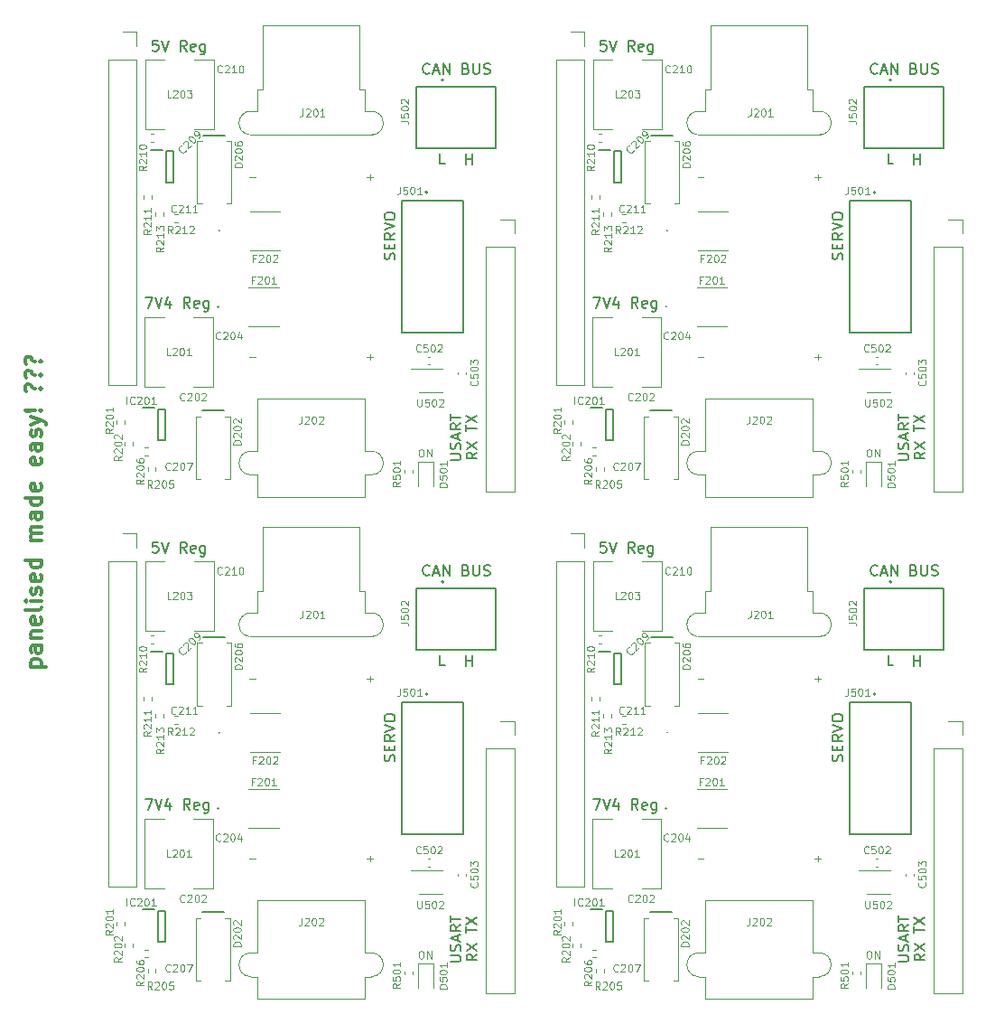
<source format=gbr>
%TF.GenerationSoftware,KiCad,Pcbnew,(6.0.11)*%
%TF.CreationDate,2023-02-14T10:41:56+13:00*%
%TF.ProjectId,shield_panel,73686965-6c64-45f7-9061-6e656c2e6b69,rev?*%
%TF.SameCoordinates,Original*%
%TF.FileFunction,Legend,Top*%
%TF.FilePolarity,Positive*%
%FSLAX46Y46*%
G04 Gerber Fmt 4.6, Leading zero omitted, Abs format (unit mm)*
G04 Created by KiCad (PCBNEW (6.0.11)) date 2023-02-14 10:41:56*
%MOMM*%
%LPD*%
G01*
G04 APERTURE LIST*
%ADD10C,0.150000*%
%ADD11C,0.100000*%
%ADD12C,0.300000*%
%ADD13C,0.200000*%
%ADD14C,0.120000*%
%ADD15C,0.127000*%
G04 APERTURE END LIST*
D10*
X58549285Y-28422380D02*
X58549285Y-27422380D01*
X58549285Y-27898571D02*
X59120714Y-27898571D01*
X59120714Y-28422380D02*
X59120714Y-27422380D01*
X100549285Y-28422380D02*
X100549285Y-27422380D01*
X100549285Y-27898571D02*
X101120714Y-27898571D01*
X101120714Y-28422380D02*
X101120714Y-27422380D01*
X58549285Y-75422380D02*
X58549285Y-74422380D01*
X58549285Y-74898571D02*
X59120714Y-74898571D01*
X59120714Y-75422380D02*
X59120714Y-74422380D01*
X100549285Y-75422380D02*
X100549285Y-74422380D01*
X100549285Y-74898571D02*
X101120714Y-74898571D01*
X101120714Y-75422380D02*
X101120714Y-74422380D01*
X29647619Y-16810788D02*
X29171428Y-16810788D01*
X29123809Y-17286979D01*
X29171428Y-17239360D01*
X29266666Y-17191741D01*
X29504761Y-17191741D01*
X29600000Y-17239360D01*
X29647619Y-17286979D01*
X29695238Y-17382217D01*
X29695238Y-17620312D01*
X29647619Y-17715550D01*
X29600000Y-17763169D01*
X29504761Y-17810788D01*
X29266666Y-17810788D01*
X29171428Y-17763169D01*
X29123809Y-17715550D01*
X29980952Y-16810788D02*
X30314285Y-17810788D01*
X30647619Y-16810788D01*
X32314285Y-17810788D02*
X31980952Y-17334598D01*
X31742857Y-17810788D02*
X31742857Y-16810788D01*
X32123809Y-16810788D01*
X32219047Y-16858408D01*
X32266666Y-16906027D01*
X32314285Y-17001265D01*
X32314285Y-17144122D01*
X32266666Y-17239360D01*
X32219047Y-17286979D01*
X32123809Y-17334598D01*
X31742857Y-17334598D01*
X33123809Y-17763169D02*
X33028571Y-17810788D01*
X32838095Y-17810788D01*
X32742857Y-17763169D01*
X32695238Y-17667931D01*
X32695238Y-17286979D01*
X32742857Y-17191741D01*
X32838095Y-17144122D01*
X33028571Y-17144122D01*
X33123809Y-17191741D01*
X33171428Y-17286979D01*
X33171428Y-17382217D01*
X32695238Y-17477455D01*
X34028571Y-17144122D02*
X34028571Y-17953646D01*
X33980952Y-18048884D01*
X33933333Y-18096503D01*
X33838095Y-18144122D01*
X33695238Y-18144122D01*
X33600000Y-18096503D01*
X34028571Y-17763169D02*
X33933333Y-17810788D01*
X33742857Y-17810788D01*
X33647619Y-17763169D01*
X33600000Y-17715550D01*
X33552380Y-17620312D01*
X33552380Y-17334598D01*
X33600000Y-17239360D01*
X33647619Y-17191741D01*
X33742857Y-17144122D01*
X33933333Y-17144122D01*
X34028571Y-17191741D01*
X71647619Y-16810788D02*
X71171428Y-16810788D01*
X71123809Y-17286979D01*
X71171428Y-17239360D01*
X71266666Y-17191741D01*
X71504761Y-17191741D01*
X71600000Y-17239360D01*
X71647619Y-17286979D01*
X71695238Y-17382217D01*
X71695238Y-17620312D01*
X71647619Y-17715550D01*
X71600000Y-17763169D01*
X71504761Y-17810788D01*
X71266666Y-17810788D01*
X71171428Y-17763169D01*
X71123809Y-17715550D01*
X71980952Y-16810788D02*
X72314285Y-17810788D01*
X72647619Y-16810788D01*
X74314285Y-17810788D02*
X73980952Y-17334598D01*
X73742857Y-17810788D02*
X73742857Y-16810788D01*
X74123809Y-16810788D01*
X74219047Y-16858408D01*
X74266666Y-16906027D01*
X74314285Y-17001265D01*
X74314285Y-17144122D01*
X74266666Y-17239360D01*
X74219047Y-17286979D01*
X74123809Y-17334598D01*
X73742857Y-17334598D01*
X75123809Y-17763169D02*
X75028571Y-17810788D01*
X74838095Y-17810788D01*
X74742857Y-17763169D01*
X74695238Y-17667931D01*
X74695238Y-17286979D01*
X74742857Y-17191741D01*
X74838095Y-17144122D01*
X75028571Y-17144122D01*
X75123809Y-17191741D01*
X75171428Y-17286979D01*
X75171428Y-17382217D01*
X74695238Y-17477455D01*
X76028571Y-17144122D02*
X76028571Y-17953646D01*
X75980952Y-18048884D01*
X75933333Y-18096503D01*
X75838095Y-18144122D01*
X75695238Y-18144122D01*
X75600000Y-18096503D01*
X76028571Y-17763169D02*
X75933333Y-17810788D01*
X75742857Y-17810788D01*
X75647619Y-17763169D01*
X75600000Y-17715550D01*
X75552380Y-17620312D01*
X75552380Y-17334598D01*
X75600000Y-17239360D01*
X75647619Y-17191741D01*
X75742857Y-17144122D01*
X75933333Y-17144122D01*
X76028571Y-17191741D01*
X29647619Y-63810788D02*
X29171428Y-63810788D01*
X29123809Y-64286979D01*
X29171428Y-64239360D01*
X29266666Y-64191741D01*
X29504761Y-64191741D01*
X29600000Y-64239360D01*
X29647619Y-64286979D01*
X29695238Y-64382217D01*
X29695238Y-64620312D01*
X29647619Y-64715550D01*
X29600000Y-64763169D01*
X29504761Y-64810788D01*
X29266666Y-64810788D01*
X29171428Y-64763169D01*
X29123809Y-64715550D01*
X29980952Y-63810788D02*
X30314285Y-64810788D01*
X30647619Y-63810788D01*
X32314285Y-64810788D02*
X31980952Y-64334598D01*
X31742857Y-64810788D02*
X31742857Y-63810788D01*
X32123809Y-63810788D01*
X32219047Y-63858408D01*
X32266666Y-63906027D01*
X32314285Y-64001265D01*
X32314285Y-64144122D01*
X32266666Y-64239360D01*
X32219047Y-64286979D01*
X32123809Y-64334598D01*
X31742857Y-64334598D01*
X33123809Y-64763169D02*
X33028571Y-64810788D01*
X32838095Y-64810788D01*
X32742857Y-64763169D01*
X32695238Y-64667931D01*
X32695238Y-64286979D01*
X32742857Y-64191741D01*
X32838095Y-64144122D01*
X33028571Y-64144122D01*
X33123809Y-64191741D01*
X33171428Y-64286979D01*
X33171428Y-64382217D01*
X32695238Y-64477455D01*
X34028571Y-64144122D02*
X34028571Y-64953646D01*
X33980952Y-65048884D01*
X33933333Y-65096503D01*
X33838095Y-65144122D01*
X33695238Y-65144122D01*
X33600000Y-65096503D01*
X34028571Y-64763169D02*
X33933333Y-64810788D01*
X33742857Y-64810788D01*
X33647619Y-64763169D01*
X33600000Y-64715550D01*
X33552380Y-64620312D01*
X33552380Y-64334598D01*
X33600000Y-64239360D01*
X33647619Y-64191741D01*
X33742857Y-64144122D01*
X33933333Y-64144122D01*
X34028571Y-64191741D01*
X71647619Y-63810788D02*
X71171428Y-63810788D01*
X71123809Y-64286979D01*
X71171428Y-64239360D01*
X71266666Y-64191741D01*
X71504761Y-64191741D01*
X71600000Y-64239360D01*
X71647619Y-64286979D01*
X71695238Y-64382217D01*
X71695238Y-64620312D01*
X71647619Y-64715550D01*
X71600000Y-64763169D01*
X71504761Y-64810788D01*
X71266666Y-64810788D01*
X71171428Y-64763169D01*
X71123809Y-64715550D01*
X71980952Y-63810788D02*
X72314285Y-64810788D01*
X72647619Y-63810788D01*
X74314285Y-64810788D02*
X73980952Y-64334598D01*
X73742857Y-64810788D02*
X73742857Y-63810788D01*
X74123809Y-63810788D01*
X74219047Y-63858408D01*
X74266666Y-63906027D01*
X74314285Y-64001265D01*
X74314285Y-64144122D01*
X74266666Y-64239360D01*
X74219047Y-64286979D01*
X74123809Y-64334598D01*
X73742857Y-64334598D01*
X75123809Y-64763169D02*
X75028571Y-64810788D01*
X74838095Y-64810788D01*
X74742857Y-64763169D01*
X74695238Y-64667931D01*
X74695238Y-64286979D01*
X74742857Y-64191741D01*
X74838095Y-64144122D01*
X75028571Y-64144122D01*
X75123809Y-64191741D01*
X75171428Y-64286979D01*
X75171428Y-64382217D01*
X74695238Y-64477455D01*
X76028571Y-64144122D02*
X76028571Y-64953646D01*
X75980952Y-65048884D01*
X75933333Y-65096503D01*
X75838095Y-65144122D01*
X75695238Y-65144122D01*
X75600000Y-65096503D01*
X76028571Y-64763169D02*
X75933333Y-64810788D01*
X75742857Y-64810788D01*
X75647619Y-64763169D01*
X75600000Y-64715550D01*
X75552380Y-64620312D01*
X75552380Y-64334598D01*
X75600000Y-64239360D01*
X75647619Y-64191741D01*
X75742857Y-64144122D01*
X75933333Y-64144122D01*
X76028571Y-64191741D01*
D11*
X54259166Y-55116666D02*
X54392500Y-55116666D01*
X54459166Y-55150000D01*
X54525833Y-55216666D01*
X54559166Y-55350000D01*
X54559166Y-55583333D01*
X54525833Y-55716666D01*
X54459166Y-55783333D01*
X54392500Y-55816666D01*
X54259166Y-55816666D01*
X54192500Y-55783333D01*
X54125833Y-55716666D01*
X54092500Y-55583333D01*
X54092500Y-55350000D01*
X54125833Y-55216666D01*
X54192500Y-55150000D01*
X54259166Y-55116666D01*
X54859166Y-55816666D02*
X54859166Y-55116666D01*
X55259166Y-55816666D01*
X55259166Y-55116666D01*
X96259166Y-55116666D02*
X96392500Y-55116666D01*
X96459166Y-55150000D01*
X96525833Y-55216666D01*
X96559166Y-55350000D01*
X96559166Y-55583333D01*
X96525833Y-55716666D01*
X96459166Y-55783333D01*
X96392500Y-55816666D01*
X96259166Y-55816666D01*
X96192500Y-55783333D01*
X96125833Y-55716666D01*
X96092500Y-55583333D01*
X96092500Y-55350000D01*
X96125833Y-55216666D01*
X96192500Y-55150000D01*
X96259166Y-55116666D01*
X96859166Y-55816666D02*
X96859166Y-55116666D01*
X97259166Y-55816666D01*
X97259166Y-55116666D01*
X54259166Y-102116666D02*
X54392500Y-102116666D01*
X54459166Y-102150000D01*
X54525833Y-102216666D01*
X54559166Y-102350000D01*
X54559166Y-102583333D01*
X54525833Y-102716666D01*
X54459166Y-102783333D01*
X54392500Y-102816666D01*
X54259166Y-102816666D01*
X54192500Y-102783333D01*
X54125833Y-102716666D01*
X54092500Y-102583333D01*
X54092500Y-102350000D01*
X54125833Y-102216666D01*
X54192500Y-102150000D01*
X54259166Y-102116666D01*
X54859166Y-102816666D02*
X54859166Y-102116666D01*
X55259166Y-102816666D01*
X55259166Y-102116666D01*
X96259166Y-102116666D02*
X96392500Y-102116666D01*
X96459166Y-102150000D01*
X96525833Y-102216666D01*
X96559166Y-102350000D01*
X96559166Y-102583333D01*
X96525833Y-102716666D01*
X96459166Y-102783333D01*
X96392500Y-102816666D01*
X96259166Y-102816666D01*
X96192500Y-102783333D01*
X96125833Y-102716666D01*
X96092500Y-102583333D01*
X96092500Y-102350000D01*
X96125833Y-102216666D01*
X96192500Y-102150000D01*
X96259166Y-102116666D01*
X96859166Y-102816666D02*
X96859166Y-102116666D01*
X97259166Y-102816666D01*
X97259166Y-102116666D01*
D10*
X55091190Y-19860550D02*
X55043571Y-19908169D01*
X54900714Y-19955788D01*
X54805476Y-19955788D01*
X54662619Y-19908169D01*
X54567380Y-19812931D01*
X54519761Y-19717693D01*
X54472142Y-19527217D01*
X54472142Y-19384360D01*
X54519761Y-19193884D01*
X54567380Y-19098646D01*
X54662619Y-19003408D01*
X54805476Y-18955788D01*
X54900714Y-18955788D01*
X55043571Y-19003408D01*
X55091190Y-19051027D01*
X55472142Y-19670074D02*
X55948333Y-19670074D01*
X55376904Y-19955788D02*
X55710238Y-18955788D01*
X56043571Y-19955788D01*
X56376904Y-19955788D02*
X56376904Y-18955788D01*
X56948333Y-19955788D01*
X56948333Y-18955788D01*
X58519761Y-19431979D02*
X58662619Y-19479598D01*
X58710238Y-19527217D01*
X58757857Y-19622455D01*
X58757857Y-19765312D01*
X58710238Y-19860550D01*
X58662619Y-19908169D01*
X58567380Y-19955788D01*
X58186428Y-19955788D01*
X58186428Y-18955788D01*
X58519761Y-18955788D01*
X58615000Y-19003408D01*
X58662619Y-19051027D01*
X58710238Y-19146265D01*
X58710238Y-19241503D01*
X58662619Y-19336741D01*
X58615000Y-19384360D01*
X58519761Y-19431979D01*
X58186428Y-19431979D01*
X59186428Y-18955788D02*
X59186428Y-19765312D01*
X59234047Y-19860550D01*
X59281666Y-19908169D01*
X59376904Y-19955788D01*
X59567380Y-19955788D01*
X59662619Y-19908169D01*
X59710238Y-19860550D01*
X59757857Y-19765312D01*
X59757857Y-18955788D01*
X60186428Y-19908169D02*
X60329285Y-19955788D01*
X60567380Y-19955788D01*
X60662619Y-19908169D01*
X60710238Y-19860550D01*
X60757857Y-19765312D01*
X60757857Y-19670074D01*
X60710238Y-19574836D01*
X60662619Y-19527217D01*
X60567380Y-19479598D01*
X60376904Y-19431979D01*
X60281666Y-19384360D01*
X60234047Y-19336741D01*
X60186428Y-19241503D01*
X60186428Y-19146265D01*
X60234047Y-19051027D01*
X60281666Y-19003408D01*
X60376904Y-18955788D01*
X60615000Y-18955788D01*
X60757857Y-19003408D01*
X97091190Y-19860550D02*
X97043571Y-19908169D01*
X96900714Y-19955788D01*
X96805476Y-19955788D01*
X96662619Y-19908169D01*
X96567380Y-19812931D01*
X96519761Y-19717693D01*
X96472142Y-19527217D01*
X96472142Y-19384360D01*
X96519761Y-19193884D01*
X96567380Y-19098646D01*
X96662619Y-19003408D01*
X96805476Y-18955788D01*
X96900714Y-18955788D01*
X97043571Y-19003408D01*
X97091190Y-19051027D01*
X97472142Y-19670074D02*
X97948333Y-19670074D01*
X97376904Y-19955788D02*
X97710238Y-18955788D01*
X98043571Y-19955788D01*
X98376904Y-19955788D02*
X98376904Y-18955788D01*
X98948333Y-19955788D01*
X98948333Y-18955788D01*
X100519761Y-19431979D02*
X100662619Y-19479598D01*
X100710238Y-19527217D01*
X100757857Y-19622455D01*
X100757857Y-19765312D01*
X100710238Y-19860550D01*
X100662619Y-19908169D01*
X100567380Y-19955788D01*
X100186428Y-19955788D01*
X100186428Y-18955788D01*
X100519761Y-18955788D01*
X100615000Y-19003408D01*
X100662619Y-19051027D01*
X100710238Y-19146265D01*
X100710238Y-19241503D01*
X100662619Y-19336741D01*
X100615000Y-19384360D01*
X100519761Y-19431979D01*
X100186428Y-19431979D01*
X101186428Y-18955788D02*
X101186428Y-19765312D01*
X101234047Y-19860550D01*
X101281666Y-19908169D01*
X101376904Y-19955788D01*
X101567380Y-19955788D01*
X101662619Y-19908169D01*
X101710238Y-19860550D01*
X101757857Y-19765312D01*
X101757857Y-18955788D01*
X102186428Y-19908169D02*
X102329285Y-19955788D01*
X102567380Y-19955788D01*
X102662619Y-19908169D01*
X102710238Y-19860550D01*
X102757857Y-19765312D01*
X102757857Y-19670074D01*
X102710238Y-19574836D01*
X102662619Y-19527217D01*
X102567380Y-19479598D01*
X102376904Y-19431979D01*
X102281666Y-19384360D01*
X102234047Y-19336741D01*
X102186428Y-19241503D01*
X102186428Y-19146265D01*
X102234047Y-19051027D01*
X102281666Y-19003408D01*
X102376904Y-18955788D01*
X102615000Y-18955788D01*
X102757857Y-19003408D01*
X55091190Y-66860550D02*
X55043571Y-66908169D01*
X54900714Y-66955788D01*
X54805476Y-66955788D01*
X54662619Y-66908169D01*
X54567380Y-66812931D01*
X54519761Y-66717693D01*
X54472142Y-66527217D01*
X54472142Y-66384360D01*
X54519761Y-66193884D01*
X54567380Y-66098646D01*
X54662619Y-66003408D01*
X54805476Y-65955788D01*
X54900714Y-65955788D01*
X55043571Y-66003408D01*
X55091190Y-66051027D01*
X55472142Y-66670074D02*
X55948333Y-66670074D01*
X55376904Y-66955788D02*
X55710238Y-65955788D01*
X56043571Y-66955788D01*
X56376904Y-66955788D02*
X56376904Y-65955788D01*
X56948333Y-66955788D01*
X56948333Y-65955788D01*
X58519761Y-66431979D02*
X58662619Y-66479598D01*
X58710238Y-66527217D01*
X58757857Y-66622455D01*
X58757857Y-66765312D01*
X58710238Y-66860550D01*
X58662619Y-66908169D01*
X58567380Y-66955788D01*
X58186428Y-66955788D01*
X58186428Y-65955788D01*
X58519761Y-65955788D01*
X58615000Y-66003408D01*
X58662619Y-66051027D01*
X58710238Y-66146265D01*
X58710238Y-66241503D01*
X58662619Y-66336741D01*
X58615000Y-66384360D01*
X58519761Y-66431979D01*
X58186428Y-66431979D01*
X59186428Y-65955788D02*
X59186428Y-66765312D01*
X59234047Y-66860550D01*
X59281666Y-66908169D01*
X59376904Y-66955788D01*
X59567380Y-66955788D01*
X59662619Y-66908169D01*
X59710238Y-66860550D01*
X59757857Y-66765312D01*
X59757857Y-65955788D01*
X60186428Y-66908169D02*
X60329285Y-66955788D01*
X60567380Y-66955788D01*
X60662619Y-66908169D01*
X60710238Y-66860550D01*
X60757857Y-66765312D01*
X60757857Y-66670074D01*
X60710238Y-66574836D01*
X60662619Y-66527217D01*
X60567380Y-66479598D01*
X60376904Y-66431979D01*
X60281666Y-66384360D01*
X60234047Y-66336741D01*
X60186428Y-66241503D01*
X60186428Y-66146265D01*
X60234047Y-66051027D01*
X60281666Y-66003408D01*
X60376904Y-65955788D01*
X60615000Y-65955788D01*
X60757857Y-66003408D01*
X97091190Y-66860550D02*
X97043571Y-66908169D01*
X96900714Y-66955788D01*
X96805476Y-66955788D01*
X96662619Y-66908169D01*
X96567380Y-66812931D01*
X96519761Y-66717693D01*
X96472142Y-66527217D01*
X96472142Y-66384360D01*
X96519761Y-66193884D01*
X96567380Y-66098646D01*
X96662619Y-66003408D01*
X96805476Y-65955788D01*
X96900714Y-65955788D01*
X97043571Y-66003408D01*
X97091190Y-66051027D01*
X97472142Y-66670074D02*
X97948333Y-66670074D01*
X97376904Y-66955788D02*
X97710238Y-65955788D01*
X98043571Y-66955788D01*
X98376904Y-66955788D02*
X98376904Y-65955788D01*
X98948333Y-66955788D01*
X98948333Y-65955788D01*
X100519761Y-66431979D02*
X100662619Y-66479598D01*
X100710238Y-66527217D01*
X100757857Y-66622455D01*
X100757857Y-66765312D01*
X100710238Y-66860550D01*
X100662619Y-66908169D01*
X100567380Y-66955788D01*
X100186428Y-66955788D01*
X100186428Y-65955788D01*
X100519761Y-65955788D01*
X100615000Y-66003408D01*
X100662619Y-66051027D01*
X100710238Y-66146265D01*
X100710238Y-66241503D01*
X100662619Y-66336741D01*
X100615000Y-66384360D01*
X100519761Y-66431979D01*
X100186428Y-66431979D01*
X101186428Y-65955788D02*
X101186428Y-66765312D01*
X101234047Y-66860550D01*
X101281666Y-66908169D01*
X101376904Y-66955788D01*
X101567380Y-66955788D01*
X101662619Y-66908169D01*
X101710238Y-66860550D01*
X101757857Y-66765312D01*
X101757857Y-65955788D01*
X102186428Y-66908169D02*
X102329285Y-66955788D01*
X102567380Y-66955788D01*
X102662619Y-66908169D01*
X102710238Y-66860550D01*
X102757857Y-66765312D01*
X102757857Y-66670074D01*
X102710238Y-66574836D01*
X102662619Y-66527217D01*
X102567380Y-66479598D01*
X102376904Y-66431979D01*
X102281666Y-66384360D01*
X102234047Y-66336741D01*
X102186428Y-66241503D01*
X102186428Y-66146265D01*
X102234047Y-66051027D01*
X102281666Y-66003408D01*
X102376904Y-65955788D01*
X102615000Y-65955788D01*
X102757857Y-66003408D01*
D12*
X17678571Y-75500000D02*
X19178571Y-75500000D01*
X17750000Y-75500000D02*
X17678571Y-75357142D01*
X17678571Y-75071428D01*
X17750000Y-74928571D01*
X17821428Y-74857142D01*
X17964285Y-74785714D01*
X18392857Y-74785714D01*
X18535714Y-74857142D01*
X18607142Y-74928571D01*
X18678571Y-75071428D01*
X18678571Y-75357142D01*
X18607142Y-75500000D01*
X18678571Y-73500000D02*
X17892857Y-73500000D01*
X17750000Y-73571428D01*
X17678571Y-73714285D01*
X17678571Y-74000000D01*
X17750000Y-74142857D01*
X18607142Y-73500000D02*
X18678571Y-73642857D01*
X18678571Y-74000000D01*
X18607142Y-74142857D01*
X18464285Y-74214285D01*
X18321428Y-74214285D01*
X18178571Y-74142857D01*
X18107142Y-74000000D01*
X18107142Y-73642857D01*
X18035714Y-73500000D01*
X17678571Y-72785714D02*
X18678571Y-72785714D01*
X17821428Y-72785714D02*
X17750000Y-72714285D01*
X17678571Y-72571428D01*
X17678571Y-72357142D01*
X17750000Y-72214285D01*
X17892857Y-72142857D01*
X18678571Y-72142857D01*
X18607142Y-70857142D02*
X18678571Y-71000000D01*
X18678571Y-71285714D01*
X18607142Y-71428571D01*
X18464285Y-71500000D01*
X17892857Y-71500000D01*
X17750000Y-71428571D01*
X17678571Y-71285714D01*
X17678571Y-71000000D01*
X17750000Y-70857142D01*
X17892857Y-70785714D01*
X18035714Y-70785714D01*
X18178571Y-71500000D01*
X18678571Y-69928571D02*
X18607142Y-70071428D01*
X18464285Y-70142857D01*
X17178571Y-70142857D01*
X18678571Y-69357142D02*
X17678571Y-69357142D01*
X17178571Y-69357142D02*
X17250000Y-69428571D01*
X17321428Y-69357142D01*
X17250000Y-69285714D01*
X17178571Y-69357142D01*
X17321428Y-69357142D01*
X18607142Y-68714285D02*
X18678571Y-68571428D01*
X18678571Y-68285714D01*
X18607142Y-68142857D01*
X18464285Y-68071428D01*
X18392857Y-68071428D01*
X18250000Y-68142857D01*
X18178571Y-68285714D01*
X18178571Y-68500000D01*
X18107142Y-68642857D01*
X17964285Y-68714285D01*
X17892857Y-68714285D01*
X17750000Y-68642857D01*
X17678571Y-68500000D01*
X17678571Y-68285714D01*
X17750000Y-68142857D01*
X18607142Y-66857142D02*
X18678571Y-67000000D01*
X18678571Y-67285714D01*
X18607142Y-67428571D01*
X18464285Y-67500000D01*
X17892857Y-67500000D01*
X17750000Y-67428571D01*
X17678571Y-67285714D01*
X17678571Y-67000000D01*
X17750000Y-66857142D01*
X17892857Y-66785714D01*
X18035714Y-66785714D01*
X18178571Y-67500000D01*
X18678571Y-65500000D02*
X17178571Y-65500000D01*
X18607142Y-65500000D02*
X18678571Y-65642857D01*
X18678571Y-65928571D01*
X18607142Y-66071428D01*
X18535714Y-66142857D01*
X18392857Y-66214285D01*
X17964285Y-66214285D01*
X17821428Y-66142857D01*
X17750000Y-66071428D01*
X17678571Y-65928571D01*
X17678571Y-65642857D01*
X17750000Y-65500000D01*
X18678571Y-63642857D02*
X17678571Y-63642857D01*
X17821428Y-63642857D02*
X17750000Y-63571428D01*
X17678571Y-63428571D01*
X17678571Y-63214285D01*
X17750000Y-63071428D01*
X17892857Y-63000000D01*
X18678571Y-63000000D01*
X17892857Y-63000000D02*
X17750000Y-62928571D01*
X17678571Y-62785714D01*
X17678571Y-62571428D01*
X17750000Y-62428571D01*
X17892857Y-62357142D01*
X18678571Y-62357142D01*
X18678571Y-61000000D02*
X17892857Y-61000000D01*
X17750000Y-61071428D01*
X17678571Y-61214285D01*
X17678571Y-61500000D01*
X17750000Y-61642857D01*
X18607142Y-61000000D02*
X18678571Y-61142857D01*
X18678571Y-61500000D01*
X18607142Y-61642857D01*
X18464285Y-61714285D01*
X18321428Y-61714285D01*
X18178571Y-61642857D01*
X18107142Y-61500000D01*
X18107142Y-61142857D01*
X18035714Y-61000000D01*
X18678571Y-59642857D02*
X17178571Y-59642857D01*
X18607142Y-59642857D02*
X18678571Y-59785714D01*
X18678571Y-60071428D01*
X18607142Y-60214285D01*
X18535714Y-60285714D01*
X18392857Y-60357142D01*
X17964285Y-60357142D01*
X17821428Y-60285714D01*
X17750000Y-60214285D01*
X17678571Y-60071428D01*
X17678571Y-59785714D01*
X17750000Y-59642857D01*
X18607142Y-58357142D02*
X18678571Y-58500000D01*
X18678571Y-58785714D01*
X18607142Y-58928571D01*
X18464285Y-59000000D01*
X17892857Y-59000000D01*
X17750000Y-58928571D01*
X17678571Y-58785714D01*
X17678571Y-58500000D01*
X17750000Y-58357142D01*
X17892857Y-58285714D01*
X18035714Y-58285714D01*
X18178571Y-59000000D01*
X18607142Y-55928571D02*
X18678571Y-56071428D01*
X18678571Y-56357142D01*
X18607142Y-56500000D01*
X18464285Y-56571428D01*
X17892857Y-56571428D01*
X17750000Y-56500000D01*
X17678571Y-56357142D01*
X17678571Y-56071428D01*
X17750000Y-55928571D01*
X17892857Y-55857142D01*
X18035714Y-55857142D01*
X18178571Y-56571428D01*
X18678571Y-54571428D02*
X17892857Y-54571428D01*
X17750000Y-54642857D01*
X17678571Y-54785714D01*
X17678571Y-55071428D01*
X17750000Y-55214285D01*
X18607142Y-54571428D02*
X18678571Y-54714285D01*
X18678571Y-55071428D01*
X18607142Y-55214285D01*
X18464285Y-55285714D01*
X18321428Y-55285714D01*
X18178571Y-55214285D01*
X18107142Y-55071428D01*
X18107142Y-54714285D01*
X18035714Y-54571428D01*
X18607142Y-53928571D02*
X18678571Y-53785714D01*
X18678571Y-53500000D01*
X18607142Y-53357142D01*
X18464285Y-53285714D01*
X18392857Y-53285714D01*
X18250000Y-53357142D01*
X18178571Y-53500000D01*
X18178571Y-53714285D01*
X18107142Y-53857142D01*
X17964285Y-53928571D01*
X17892857Y-53928571D01*
X17750000Y-53857142D01*
X17678571Y-53714285D01*
X17678571Y-53500000D01*
X17750000Y-53357142D01*
X17678571Y-52785714D02*
X18678571Y-52428571D01*
X17678571Y-52071428D02*
X18678571Y-52428571D01*
X19035714Y-52571428D01*
X19107142Y-52642857D01*
X19178571Y-52785714D01*
X18535714Y-51500000D02*
X18607142Y-51428571D01*
X18678571Y-51500000D01*
X18607142Y-51571428D01*
X18535714Y-51500000D01*
X18678571Y-51500000D01*
X18107142Y-51500000D02*
X17250000Y-51571428D01*
X17178571Y-51500000D01*
X17250000Y-51428571D01*
X18107142Y-51500000D01*
X17178571Y-51500000D01*
X18535714Y-49428571D02*
X18607142Y-49357142D01*
X18678571Y-49428571D01*
X18607142Y-49500000D01*
X18535714Y-49428571D01*
X18678571Y-49428571D01*
X17250000Y-49714285D02*
X17178571Y-49571428D01*
X17178571Y-49214285D01*
X17250000Y-49071428D01*
X17392857Y-49000000D01*
X17535714Y-49000000D01*
X17678571Y-49071428D01*
X17750000Y-49142857D01*
X17821428Y-49285714D01*
X17892857Y-49357142D01*
X18035714Y-49428571D01*
X18107142Y-49428571D01*
X18535714Y-48142857D02*
X18607142Y-48071428D01*
X18678571Y-48142857D01*
X18607142Y-48214285D01*
X18535714Y-48142857D01*
X18678571Y-48142857D01*
X17250000Y-48428571D02*
X17178571Y-48285714D01*
X17178571Y-47928571D01*
X17250000Y-47785714D01*
X17392857Y-47714285D01*
X17535714Y-47714285D01*
X17678571Y-47785714D01*
X17750000Y-47857142D01*
X17821428Y-48000000D01*
X17892857Y-48071428D01*
X18035714Y-48142857D01*
X18107142Y-48142857D01*
X18535714Y-46857142D02*
X18607142Y-46785714D01*
X18678571Y-46857142D01*
X18607142Y-46928571D01*
X18535714Y-46857142D01*
X18678571Y-46857142D01*
X17250000Y-47142857D02*
X17178571Y-47000000D01*
X17178571Y-46642857D01*
X17250000Y-46500000D01*
X17392857Y-46428571D01*
X17535714Y-46428571D01*
X17678571Y-46500000D01*
X17750000Y-46571428D01*
X17821428Y-46714285D01*
X17892857Y-46785714D01*
X18035714Y-46857142D01*
X18107142Y-46857142D01*
D10*
X51804761Y-37328884D02*
X51852380Y-37186027D01*
X51852380Y-36947931D01*
X51804761Y-36852693D01*
X51757142Y-36805074D01*
X51661904Y-36757455D01*
X51566666Y-36757455D01*
X51471428Y-36805074D01*
X51423809Y-36852693D01*
X51376190Y-36947931D01*
X51328571Y-37138408D01*
X51280952Y-37233646D01*
X51233333Y-37281265D01*
X51138095Y-37328884D01*
X51042857Y-37328884D01*
X50947619Y-37281265D01*
X50900000Y-37233646D01*
X50852380Y-37138408D01*
X50852380Y-36900312D01*
X50900000Y-36757455D01*
X51328571Y-36328884D02*
X51328571Y-35995550D01*
X51852380Y-35852693D02*
X51852380Y-36328884D01*
X50852380Y-36328884D01*
X50852380Y-35852693D01*
X51852380Y-34852693D02*
X51376190Y-35186027D01*
X51852380Y-35424122D02*
X50852380Y-35424122D01*
X50852380Y-35043169D01*
X50900000Y-34947931D01*
X50947619Y-34900312D01*
X51042857Y-34852693D01*
X51185714Y-34852693D01*
X51280952Y-34900312D01*
X51328571Y-34947931D01*
X51376190Y-35043169D01*
X51376190Y-35424122D01*
X50852380Y-34566979D02*
X51852380Y-34233646D01*
X50852380Y-33900312D01*
X50852380Y-33376503D02*
X50852380Y-33186027D01*
X50900000Y-33090788D01*
X50995238Y-32995550D01*
X51185714Y-32947931D01*
X51519047Y-32947931D01*
X51709523Y-32995550D01*
X51804761Y-33090788D01*
X51852380Y-33186027D01*
X51852380Y-33376503D01*
X51804761Y-33471741D01*
X51709523Y-33566979D01*
X51519047Y-33614598D01*
X51185714Y-33614598D01*
X50995238Y-33566979D01*
X50900000Y-33471741D01*
X50852380Y-33376503D01*
X93804761Y-37328884D02*
X93852380Y-37186027D01*
X93852380Y-36947931D01*
X93804761Y-36852693D01*
X93757142Y-36805074D01*
X93661904Y-36757455D01*
X93566666Y-36757455D01*
X93471428Y-36805074D01*
X93423809Y-36852693D01*
X93376190Y-36947931D01*
X93328571Y-37138408D01*
X93280952Y-37233646D01*
X93233333Y-37281265D01*
X93138095Y-37328884D01*
X93042857Y-37328884D01*
X92947619Y-37281265D01*
X92900000Y-37233646D01*
X92852380Y-37138408D01*
X92852380Y-36900312D01*
X92900000Y-36757455D01*
X93328571Y-36328884D02*
X93328571Y-35995550D01*
X93852380Y-35852693D02*
X93852380Y-36328884D01*
X92852380Y-36328884D01*
X92852380Y-35852693D01*
X93852380Y-34852693D02*
X93376190Y-35186027D01*
X93852380Y-35424122D02*
X92852380Y-35424122D01*
X92852380Y-35043169D01*
X92900000Y-34947931D01*
X92947619Y-34900312D01*
X93042857Y-34852693D01*
X93185714Y-34852693D01*
X93280952Y-34900312D01*
X93328571Y-34947931D01*
X93376190Y-35043169D01*
X93376190Y-35424122D01*
X92852380Y-34566979D02*
X93852380Y-34233646D01*
X92852380Y-33900312D01*
X92852380Y-33376503D02*
X92852380Y-33186027D01*
X92900000Y-33090788D01*
X92995238Y-32995550D01*
X93185714Y-32947931D01*
X93519047Y-32947931D01*
X93709523Y-32995550D01*
X93804761Y-33090788D01*
X93852380Y-33186027D01*
X93852380Y-33376503D01*
X93804761Y-33471741D01*
X93709523Y-33566979D01*
X93519047Y-33614598D01*
X93185714Y-33614598D01*
X92995238Y-33566979D01*
X92900000Y-33471741D01*
X92852380Y-33376503D01*
X51804761Y-84328884D02*
X51852380Y-84186027D01*
X51852380Y-83947931D01*
X51804761Y-83852693D01*
X51757142Y-83805074D01*
X51661904Y-83757455D01*
X51566666Y-83757455D01*
X51471428Y-83805074D01*
X51423809Y-83852693D01*
X51376190Y-83947931D01*
X51328571Y-84138408D01*
X51280952Y-84233646D01*
X51233333Y-84281265D01*
X51138095Y-84328884D01*
X51042857Y-84328884D01*
X50947619Y-84281265D01*
X50900000Y-84233646D01*
X50852380Y-84138408D01*
X50852380Y-83900312D01*
X50900000Y-83757455D01*
X51328571Y-83328884D02*
X51328571Y-82995550D01*
X51852380Y-82852693D02*
X51852380Y-83328884D01*
X50852380Y-83328884D01*
X50852380Y-82852693D01*
X51852380Y-81852693D02*
X51376190Y-82186027D01*
X51852380Y-82424122D02*
X50852380Y-82424122D01*
X50852380Y-82043169D01*
X50900000Y-81947931D01*
X50947619Y-81900312D01*
X51042857Y-81852693D01*
X51185714Y-81852693D01*
X51280952Y-81900312D01*
X51328571Y-81947931D01*
X51376190Y-82043169D01*
X51376190Y-82424122D01*
X50852380Y-81566979D02*
X51852380Y-81233646D01*
X50852380Y-80900312D01*
X50852380Y-80376503D02*
X50852380Y-80186027D01*
X50900000Y-80090788D01*
X50995238Y-79995550D01*
X51185714Y-79947931D01*
X51519047Y-79947931D01*
X51709523Y-79995550D01*
X51804761Y-80090788D01*
X51852380Y-80186027D01*
X51852380Y-80376503D01*
X51804761Y-80471741D01*
X51709523Y-80566979D01*
X51519047Y-80614598D01*
X51185714Y-80614598D01*
X50995238Y-80566979D01*
X50900000Y-80471741D01*
X50852380Y-80376503D01*
X93804761Y-84328884D02*
X93852380Y-84186027D01*
X93852380Y-83947931D01*
X93804761Y-83852693D01*
X93757142Y-83805074D01*
X93661904Y-83757455D01*
X93566666Y-83757455D01*
X93471428Y-83805074D01*
X93423809Y-83852693D01*
X93376190Y-83947931D01*
X93328571Y-84138408D01*
X93280952Y-84233646D01*
X93233333Y-84281265D01*
X93138095Y-84328884D01*
X93042857Y-84328884D01*
X92947619Y-84281265D01*
X92900000Y-84233646D01*
X92852380Y-84138408D01*
X92852380Y-83900312D01*
X92900000Y-83757455D01*
X93328571Y-83328884D02*
X93328571Y-82995550D01*
X93852380Y-82852693D02*
X93852380Y-83328884D01*
X92852380Y-83328884D01*
X92852380Y-82852693D01*
X93852380Y-81852693D02*
X93376190Y-82186027D01*
X93852380Y-82424122D02*
X92852380Y-82424122D01*
X92852380Y-82043169D01*
X92900000Y-81947931D01*
X92947619Y-81900312D01*
X93042857Y-81852693D01*
X93185714Y-81852693D01*
X93280952Y-81900312D01*
X93328571Y-81947931D01*
X93376190Y-82043169D01*
X93376190Y-82424122D01*
X92852380Y-81566979D02*
X93852380Y-81233646D01*
X92852380Y-80900312D01*
X92852380Y-80376503D02*
X92852380Y-80186027D01*
X92900000Y-80090788D01*
X92995238Y-79995550D01*
X93185714Y-79947931D01*
X93519047Y-79947931D01*
X93709523Y-79995550D01*
X93804761Y-80090788D01*
X93852380Y-80186027D01*
X93852380Y-80376503D01*
X93804761Y-80471741D01*
X93709523Y-80566979D01*
X93519047Y-80614598D01*
X93185714Y-80614598D01*
X92995238Y-80566979D01*
X92900000Y-80471741D01*
X92852380Y-80376503D01*
X28450000Y-40865788D02*
X29116666Y-40865788D01*
X28688095Y-41865788D01*
X29354761Y-40865788D02*
X29688095Y-41865788D01*
X30021428Y-40865788D01*
X30783333Y-41199122D02*
X30783333Y-41865788D01*
X30545238Y-40818169D02*
X30307142Y-41532455D01*
X30926190Y-41532455D01*
X32640476Y-41865788D02*
X32307142Y-41389598D01*
X32069047Y-41865788D02*
X32069047Y-40865788D01*
X32450000Y-40865788D01*
X32545238Y-40913408D01*
X32592857Y-40961027D01*
X32640476Y-41056265D01*
X32640476Y-41199122D01*
X32592857Y-41294360D01*
X32545238Y-41341979D01*
X32450000Y-41389598D01*
X32069047Y-41389598D01*
X33450000Y-41818169D02*
X33354761Y-41865788D01*
X33164285Y-41865788D01*
X33069047Y-41818169D01*
X33021428Y-41722931D01*
X33021428Y-41341979D01*
X33069047Y-41246741D01*
X33164285Y-41199122D01*
X33354761Y-41199122D01*
X33450000Y-41246741D01*
X33497619Y-41341979D01*
X33497619Y-41437217D01*
X33021428Y-41532455D01*
X34354761Y-41199122D02*
X34354761Y-42008646D01*
X34307142Y-42103884D01*
X34259523Y-42151503D01*
X34164285Y-42199122D01*
X34021428Y-42199122D01*
X33926190Y-42151503D01*
X34354761Y-41818169D02*
X34259523Y-41865788D01*
X34069047Y-41865788D01*
X33973809Y-41818169D01*
X33926190Y-41770550D01*
X33878571Y-41675312D01*
X33878571Y-41389598D01*
X33926190Y-41294360D01*
X33973809Y-41246741D01*
X34069047Y-41199122D01*
X34259523Y-41199122D01*
X34354761Y-41246741D01*
X70450000Y-40865788D02*
X71116666Y-40865788D01*
X70688095Y-41865788D01*
X71354761Y-40865788D02*
X71688095Y-41865788D01*
X72021428Y-40865788D01*
X72783333Y-41199122D02*
X72783333Y-41865788D01*
X72545238Y-40818169D02*
X72307142Y-41532455D01*
X72926190Y-41532455D01*
X74640476Y-41865788D02*
X74307142Y-41389598D01*
X74069047Y-41865788D02*
X74069047Y-40865788D01*
X74450000Y-40865788D01*
X74545238Y-40913408D01*
X74592857Y-40961027D01*
X74640476Y-41056265D01*
X74640476Y-41199122D01*
X74592857Y-41294360D01*
X74545238Y-41341979D01*
X74450000Y-41389598D01*
X74069047Y-41389598D01*
X75450000Y-41818169D02*
X75354761Y-41865788D01*
X75164285Y-41865788D01*
X75069047Y-41818169D01*
X75021428Y-41722931D01*
X75021428Y-41341979D01*
X75069047Y-41246741D01*
X75164285Y-41199122D01*
X75354761Y-41199122D01*
X75450000Y-41246741D01*
X75497619Y-41341979D01*
X75497619Y-41437217D01*
X75021428Y-41532455D01*
X76354761Y-41199122D02*
X76354761Y-42008646D01*
X76307142Y-42103884D01*
X76259523Y-42151503D01*
X76164285Y-42199122D01*
X76021428Y-42199122D01*
X75926190Y-42151503D01*
X76354761Y-41818169D02*
X76259523Y-41865788D01*
X76069047Y-41865788D01*
X75973809Y-41818169D01*
X75926190Y-41770550D01*
X75878571Y-41675312D01*
X75878571Y-41389598D01*
X75926190Y-41294360D01*
X75973809Y-41246741D01*
X76069047Y-41199122D01*
X76259523Y-41199122D01*
X76354761Y-41246741D01*
X28450000Y-87865788D02*
X29116666Y-87865788D01*
X28688095Y-88865788D01*
X29354761Y-87865788D02*
X29688095Y-88865788D01*
X30021428Y-87865788D01*
X30783333Y-88199122D02*
X30783333Y-88865788D01*
X30545238Y-87818169D02*
X30307142Y-88532455D01*
X30926190Y-88532455D01*
X32640476Y-88865788D02*
X32307142Y-88389598D01*
X32069047Y-88865788D02*
X32069047Y-87865788D01*
X32450000Y-87865788D01*
X32545238Y-87913408D01*
X32592857Y-87961027D01*
X32640476Y-88056265D01*
X32640476Y-88199122D01*
X32592857Y-88294360D01*
X32545238Y-88341979D01*
X32450000Y-88389598D01*
X32069047Y-88389598D01*
X33450000Y-88818169D02*
X33354761Y-88865788D01*
X33164285Y-88865788D01*
X33069047Y-88818169D01*
X33021428Y-88722931D01*
X33021428Y-88341979D01*
X33069047Y-88246741D01*
X33164285Y-88199122D01*
X33354761Y-88199122D01*
X33450000Y-88246741D01*
X33497619Y-88341979D01*
X33497619Y-88437217D01*
X33021428Y-88532455D01*
X34354761Y-88199122D02*
X34354761Y-89008646D01*
X34307142Y-89103884D01*
X34259523Y-89151503D01*
X34164285Y-89199122D01*
X34021428Y-89199122D01*
X33926190Y-89151503D01*
X34354761Y-88818169D02*
X34259523Y-88865788D01*
X34069047Y-88865788D01*
X33973809Y-88818169D01*
X33926190Y-88770550D01*
X33878571Y-88675312D01*
X33878571Y-88389598D01*
X33926190Y-88294360D01*
X33973809Y-88246741D01*
X34069047Y-88199122D01*
X34259523Y-88199122D01*
X34354761Y-88246741D01*
X70450000Y-87865788D02*
X71116666Y-87865788D01*
X70688095Y-88865788D01*
X71354761Y-87865788D02*
X71688095Y-88865788D01*
X72021428Y-87865788D01*
X72783333Y-88199122D02*
X72783333Y-88865788D01*
X72545238Y-87818169D02*
X72307142Y-88532455D01*
X72926190Y-88532455D01*
X74640476Y-88865788D02*
X74307142Y-88389598D01*
X74069047Y-88865788D02*
X74069047Y-87865788D01*
X74450000Y-87865788D01*
X74545238Y-87913408D01*
X74592857Y-87961027D01*
X74640476Y-88056265D01*
X74640476Y-88199122D01*
X74592857Y-88294360D01*
X74545238Y-88341979D01*
X74450000Y-88389598D01*
X74069047Y-88389598D01*
X75450000Y-88818169D02*
X75354761Y-88865788D01*
X75164285Y-88865788D01*
X75069047Y-88818169D01*
X75021428Y-88722931D01*
X75021428Y-88341979D01*
X75069047Y-88246741D01*
X75164285Y-88199122D01*
X75354761Y-88199122D01*
X75450000Y-88246741D01*
X75497619Y-88341979D01*
X75497619Y-88437217D01*
X75021428Y-88532455D01*
X76354761Y-88199122D02*
X76354761Y-89008646D01*
X76307142Y-89103884D01*
X76259523Y-89151503D01*
X76164285Y-89199122D01*
X76021428Y-89199122D01*
X75926190Y-89151503D01*
X76354761Y-88818169D02*
X76259523Y-88865788D01*
X76069047Y-88865788D01*
X75973809Y-88818169D01*
X75926190Y-88770550D01*
X75878571Y-88675312D01*
X75878571Y-88389598D01*
X75926190Y-88294360D01*
X75973809Y-88246741D01*
X76069047Y-88199122D01*
X76259523Y-88199122D01*
X76354761Y-88246741D01*
X58542380Y-53411904D02*
X58542380Y-52840476D01*
X59542380Y-53126190D02*
X58542380Y-53126190D01*
X58542380Y-52602380D02*
X59542380Y-51935714D01*
X58542380Y-51935714D02*
X59542380Y-52602380D01*
X100542380Y-53411904D02*
X100542380Y-52840476D01*
X101542380Y-53126190D02*
X100542380Y-53126190D01*
X100542380Y-52602380D02*
X101542380Y-51935714D01*
X100542380Y-51935714D02*
X101542380Y-52602380D01*
X58542380Y-100411904D02*
X58542380Y-99840476D01*
X59542380Y-100126190D02*
X58542380Y-100126190D01*
X58542380Y-99602380D02*
X59542380Y-98935714D01*
X58542380Y-98935714D02*
X59542380Y-99602380D01*
X100542380Y-100411904D02*
X100542380Y-99840476D01*
X101542380Y-100126190D02*
X100542380Y-100126190D01*
X100542380Y-99602380D02*
X101542380Y-98935714D01*
X100542380Y-98935714D02*
X101542380Y-99602380D01*
X56574523Y-28382380D02*
X56098333Y-28382380D01*
X56098333Y-27382380D01*
X98574523Y-28382380D02*
X98098333Y-28382380D01*
X98098333Y-27382380D01*
X56574523Y-75382380D02*
X56098333Y-75382380D01*
X56098333Y-74382380D01*
X98574523Y-75382380D02*
X98098333Y-75382380D01*
X98098333Y-74382380D01*
X59562380Y-55406666D02*
X59086190Y-55740000D01*
X59562380Y-55978095D02*
X58562380Y-55978095D01*
X58562380Y-55597142D01*
X58610000Y-55501904D01*
X58657619Y-55454285D01*
X58752857Y-55406666D01*
X58895714Y-55406666D01*
X58990952Y-55454285D01*
X59038571Y-55501904D01*
X59086190Y-55597142D01*
X59086190Y-55978095D01*
X58562380Y-55073333D02*
X59562380Y-54406666D01*
X58562380Y-54406666D02*
X59562380Y-55073333D01*
X101562380Y-55406666D02*
X101086190Y-55740000D01*
X101562380Y-55978095D02*
X100562380Y-55978095D01*
X100562380Y-55597142D01*
X100610000Y-55501904D01*
X100657619Y-55454285D01*
X100752857Y-55406666D01*
X100895714Y-55406666D01*
X100990952Y-55454285D01*
X101038571Y-55501904D01*
X101086190Y-55597142D01*
X101086190Y-55978095D01*
X100562380Y-55073333D02*
X101562380Y-54406666D01*
X100562380Y-54406666D02*
X101562380Y-55073333D01*
X59562380Y-102406666D02*
X59086190Y-102740000D01*
X59562380Y-102978095D02*
X58562380Y-102978095D01*
X58562380Y-102597142D01*
X58610000Y-102501904D01*
X58657619Y-102454285D01*
X58752857Y-102406666D01*
X58895714Y-102406666D01*
X58990952Y-102454285D01*
X59038571Y-102501904D01*
X59086190Y-102597142D01*
X59086190Y-102978095D01*
X58562380Y-102073333D02*
X59562380Y-101406666D01*
X58562380Y-101406666D02*
X59562380Y-102073333D01*
X101562380Y-102406666D02*
X101086190Y-102740000D01*
X101562380Y-102978095D02*
X100562380Y-102978095D01*
X100562380Y-102597142D01*
X100610000Y-102501904D01*
X100657619Y-102454285D01*
X100752857Y-102406666D01*
X100895714Y-102406666D01*
X100990952Y-102454285D01*
X101038571Y-102501904D01*
X101086190Y-102597142D01*
X101086190Y-102978095D01*
X100562380Y-102073333D02*
X101562380Y-101406666D01*
X100562380Y-101406666D02*
X101562380Y-102073333D01*
X57032380Y-56102380D02*
X57841904Y-56102380D01*
X57937142Y-56054761D01*
X57984761Y-56007142D01*
X58032380Y-55911904D01*
X58032380Y-55721428D01*
X57984761Y-55626190D01*
X57937142Y-55578571D01*
X57841904Y-55530952D01*
X57032380Y-55530952D01*
X57984761Y-55102380D02*
X58032380Y-54959523D01*
X58032380Y-54721428D01*
X57984761Y-54626190D01*
X57937142Y-54578571D01*
X57841904Y-54530952D01*
X57746666Y-54530952D01*
X57651428Y-54578571D01*
X57603809Y-54626190D01*
X57556190Y-54721428D01*
X57508571Y-54911904D01*
X57460952Y-55007142D01*
X57413333Y-55054761D01*
X57318095Y-55102380D01*
X57222857Y-55102380D01*
X57127619Y-55054761D01*
X57080000Y-55007142D01*
X57032380Y-54911904D01*
X57032380Y-54673809D01*
X57080000Y-54530952D01*
X57746666Y-54150000D02*
X57746666Y-53673809D01*
X58032380Y-54245238D02*
X57032380Y-53911904D01*
X58032380Y-53578571D01*
X58032380Y-52673809D02*
X57556190Y-53007142D01*
X58032380Y-53245238D02*
X57032380Y-53245238D01*
X57032380Y-52864285D01*
X57080000Y-52769047D01*
X57127619Y-52721428D01*
X57222857Y-52673809D01*
X57365714Y-52673809D01*
X57460952Y-52721428D01*
X57508571Y-52769047D01*
X57556190Y-52864285D01*
X57556190Y-53245238D01*
X57032380Y-52388095D02*
X57032380Y-51816666D01*
X58032380Y-52102380D02*
X57032380Y-52102380D01*
X99032380Y-56102380D02*
X99841904Y-56102380D01*
X99937142Y-56054761D01*
X99984761Y-56007142D01*
X100032380Y-55911904D01*
X100032380Y-55721428D01*
X99984761Y-55626190D01*
X99937142Y-55578571D01*
X99841904Y-55530952D01*
X99032380Y-55530952D01*
X99984761Y-55102380D02*
X100032380Y-54959523D01*
X100032380Y-54721428D01*
X99984761Y-54626190D01*
X99937142Y-54578571D01*
X99841904Y-54530952D01*
X99746666Y-54530952D01*
X99651428Y-54578571D01*
X99603809Y-54626190D01*
X99556190Y-54721428D01*
X99508571Y-54911904D01*
X99460952Y-55007142D01*
X99413333Y-55054761D01*
X99318095Y-55102380D01*
X99222857Y-55102380D01*
X99127619Y-55054761D01*
X99080000Y-55007142D01*
X99032380Y-54911904D01*
X99032380Y-54673809D01*
X99080000Y-54530952D01*
X99746666Y-54150000D02*
X99746666Y-53673809D01*
X100032380Y-54245238D02*
X99032380Y-53911904D01*
X100032380Y-53578571D01*
X100032380Y-52673809D02*
X99556190Y-53007142D01*
X100032380Y-53245238D02*
X99032380Y-53245238D01*
X99032380Y-52864285D01*
X99080000Y-52769047D01*
X99127619Y-52721428D01*
X99222857Y-52673809D01*
X99365714Y-52673809D01*
X99460952Y-52721428D01*
X99508571Y-52769047D01*
X99556190Y-52864285D01*
X99556190Y-53245238D01*
X99032380Y-52388095D02*
X99032380Y-51816666D01*
X100032380Y-52102380D02*
X99032380Y-52102380D01*
X57032380Y-103102380D02*
X57841904Y-103102380D01*
X57937142Y-103054761D01*
X57984761Y-103007142D01*
X58032380Y-102911904D01*
X58032380Y-102721428D01*
X57984761Y-102626190D01*
X57937142Y-102578571D01*
X57841904Y-102530952D01*
X57032380Y-102530952D01*
X57984761Y-102102380D02*
X58032380Y-101959523D01*
X58032380Y-101721428D01*
X57984761Y-101626190D01*
X57937142Y-101578571D01*
X57841904Y-101530952D01*
X57746666Y-101530952D01*
X57651428Y-101578571D01*
X57603809Y-101626190D01*
X57556190Y-101721428D01*
X57508571Y-101911904D01*
X57460952Y-102007142D01*
X57413333Y-102054761D01*
X57318095Y-102102380D01*
X57222857Y-102102380D01*
X57127619Y-102054761D01*
X57080000Y-102007142D01*
X57032380Y-101911904D01*
X57032380Y-101673809D01*
X57080000Y-101530952D01*
X57746666Y-101150000D02*
X57746666Y-100673809D01*
X58032380Y-101245238D02*
X57032380Y-100911904D01*
X58032380Y-100578571D01*
X58032380Y-99673809D02*
X57556190Y-100007142D01*
X58032380Y-100245238D02*
X57032380Y-100245238D01*
X57032380Y-99864285D01*
X57080000Y-99769047D01*
X57127619Y-99721428D01*
X57222857Y-99673809D01*
X57365714Y-99673809D01*
X57460952Y-99721428D01*
X57508571Y-99769047D01*
X57556190Y-99864285D01*
X57556190Y-100245238D01*
X57032380Y-99388095D02*
X57032380Y-98816666D01*
X58032380Y-99102380D02*
X57032380Y-99102380D01*
X99032380Y-103102380D02*
X99841904Y-103102380D01*
X99937142Y-103054761D01*
X99984761Y-103007142D01*
X100032380Y-102911904D01*
X100032380Y-102721428D01*
X99984761Y-102626190D01*
X99937142Y-102578571D01*
X99841904Y-102530952D01*
X99032380Y-102530952D01*
X99984761Y-102102380D02*
X100032380Y-101959523D01*
X100032380Y-101721428D01*
X99984761Y-101626190D01*
X99937142Y-101578571D01*
X99841904Y-101530952D01*
X99746666Y-101530952D01*
X99651428Y-101578571D01*
X99603809Y-101626190D01*
X99556190Y-101721428D01*
X99508571Y-101911904D01*
X99460952Y-102007142D01*
X99413333Y-102054761D01*
X99318095Y-102102380D01*
X99222857Y-102102380D01*
X99127619Y-102054761D01*
X99080000Y-102007142D01*
X99032380Y-101911904D01*
X99032380Y-101673809D01*
X99080000Y-101530952D01*
X99746666Y-101150000D02*
X99746666Y-100673809D01*
X100032380Y-101245238D02*
X99032380Y-100911904D01*
X100032380Y-100578571D01*
X100032380Y-99673809D02*
X99556190Y-100007142D01*
X100032380Y-100245238D02*
X99032380Y-100245238D01*
X99032380Y-99864285D01*
X99080000Y-99769047D01*
X99127619Y-99721428D01*
X99222857Y-99673809D01*
X99365714Y-99673809D01*
X99460952Y-99721428D01*
X99508571Y-99769047D01*
X99556190Y-99864285D01*
X99556190Y-100245238D01*
X99032380Y-99388095D02*
X99032380Y-98816666D01*
X100032380Y-99102380D02*
X99032380Y-99102380D01*
D11*
%TO.C,C207*%
X30786666Y-56990000D02*
X30753333Y-57023333D01*
X30653333Y-57056666D01*
X30586666Y-57056666D01*
X30486666Y-57023333D01*
X30420000Y-56956666D01*
X30386666Y-56890000D01*
X30353333Y-56756666D01*
X30353333Y-56656666D01*
X30386666Y-56523333D01*
X30420000Y-56456666D01*
X30486666Y-56390000D01*
X30586666Y-56356666D01*
X30653333Y-56356666D01*
X30753333Y-56390000D01*
X30786666Y-56423333D01*
X31053333Y-56423333D02*
X31086666Y-56390000D01*
X31153333Y-56356666D01*
X31320000Y-56356666D01*
X31386666Y-56390000D01*
X31420000Y-56423333D01*
X31453333Y-56490000D01*
X31453333Y-56556666D01*
X31420000Y-56656666D01*
X31020000Y-57056666D01*
X31453333Y-57056666D01*
X31886666Y-56356666D02*
X31953333Y-56356666D01*
X32020000Y-56390000D01*
X32053333Y-56423333D01*
X32086666Y-56490000D01*
X32120000Y-56623333D01*
X32120000Y-56790000D01*
X32086666Y-56923333D01*
X32053333Y-56990000D01*
X32020000Y-57023333D01*
X31953333Y-57056666D01*
X31886666Y-57056666D01*
X31820000Y-57023333D01*
X31786666Y-56990000D01*
X31753333Y-56923333D01*
X31720000Y-56790000D01*
X31720000Y-56623333D01*
X31753333Y-56490000D01*
X31786666Y-56423333D01*
X31820000Y-56390000D01*
X31886666Y-56356666D01*
X32353333Y-56356666D02*
X32820000Y-56356666D01*
X32520000Y-57056666D01*
%TO.C,C202*%
X74146666Y-50470000D02*
X74113333Y-50503333D01*
X74013333Y-50536666D01*
X73946666Y-50536666D01*
X73846666Y-50503333D01*
X73780000Y-50436666D01*
X73746666Y-50370000D01*
X73713333Y-50236666D01*
X73713333Y-50136666D01*
X73746666Y-50003333D01*
X73780000Y-49936666D01*
X73846666Y-49870000D01*
X73946666Y-49836666D01*
X74013333Y-49836666D01*
X74113333Y-49870000D01*
X74146666Y-49903333D01*
X74413333Y-49903333D02*
X74446666Y-49870000D01*
X74513333Y-49836666D01*
X74680000Y-49836666D01*
X74746666Y-49870000D01*
X74780000Y-49903333D01*
X74813333Y-49970000D01*
X74813333Y-50036666D01*
X74780000Y-50136666D01*
X74380000Y-50536666D01*
X74813333Y-50536666D01*
X75246666Y-49836666D02*
X75313333Y-49836666D01*
X75380000Y-49870000D01*
X75413333Y-49903333D01*
X75446666Y-49970000D01*
X75480000Y-50103333D01*
X75480000Y-50270000D01*
X75446666Y-50403333D01*
X75413333Y-50470000D01*
X75380000Y-50503333D01*
X75313333Y-50536666D01*
X75246666Y-50536666D01*
X75180000Y-50503333D01*
X75146666Y-50470000D01*
X75113333Y-50403333D01*
X75080000Y-50270000D01*
X75080000Y-50103333D01*
X75113333Y-49970000D01*
X75146666Y-49903333D01*
X75180000Y-49870000D01*
X75246666Y-49836666D01*
X75746666Y-49903333D02*
X75780000Y-49870000D01*
X75846666Y-49836666D01*
X76013333Y-49836666D01*
X76080000Y-49870000D01*
X76113333Y-49903333D01*
X76146666Y-49970000D01*
X76146666Y-50036666D01*
X76113333Y-50136666D01*
X75713333Y-50536666D01*
X76146666Y-50536666D01*
%TO.C,R210*%
X28546666Y-75573333D02*
X28213333Y-75806666D01*
X28546666Y-75973333D02*
X27846666Y-75973333D01*
X27846666Y-75706666D01*
X27880000Y-75640000D01*
X27913333Y-75606666D01*
X27980000Y-75573333D01*
X28080000Y-75573333D01*
X28146666Y-75606666D01*
X28180000Y-75640000D01*
X28213333Y-75706666D01*
X28213333Y-75973333D01*
X27913333Y-75306666D02*
X27880000Y-75273333D01*
X27846666Y-75206666D01*
X27846666Y-75040000D01*
X27880000Y-74973333D01*
X27913333Y-74940000D01*
X27980000Y-74906666D01*
X28046666Y-74906666D01*
X28146666Y-74940000D01*
X28546666Y-75340000D01*
X28546666Y-74906666D01*
X28546666Y-74240000D02*
X28546666Y-74640000D01*
X28546666Y-74440000D02*
X27846666Y-74440000D01*
X27946666Y-74506666D01*
X28013333Y-74573333D01*
X28046666Y-74640000D01*
X27846666Y-73806666D02*
X27846666Y-73740000D01*
X27880000Y-73673333D01*
X27913333Y-73640000D01*
X27980000Y-73606666D01*
X28113333Y-73573333D01*
X28280000Y-73573333D01*
X28413333Y-73606666D01*
X28480000Y-73640000D01*
X28513333Y-73673333D01*
X28546666Y-73740000D01*
X28546666Y-73806666D01*
X28513333Y-73873333D01*
X28480000Y-73906666D01*
X28413333Y-73940000D01*
X28280000Y-73973333D01*
X28113333Y-73973333D01*
X27980000Y-73940000D01*
X27913333Y-73906666D01*
X27880000Y-73873333D01*
X27846666Y-73806666D01*
%TO.C,R205*%
X71076666Y-58716666D02*
X70843333Y-58383333D01*
X70676666Y-58716666D02*
X70676666Y-58016666D01*
X70943333Y-58016666D01*
X71010000Y-58050000D01*
X71043333Y-58083333D01*
X71076666Y-58150000D01*
X71076666Y-58250000D01*
X71043333Y-58316666D01*
X71010000Y-58350000D01*
X70943333Y-58383333D01*
X70676666Y-58383333D01*
X71343333Y-58083333D02*
X71376666Y-58050000D01*
X71443333Y-58016666D01*
X71610000Y-58016666D01*
X71676666Y-58050000D01*
X71710000Y-58083333D01*
X71743333Y-58150000D01*
X71743333Y-58216666D01*
X71710000Y-58316666D01*
X71310000Y-58716666D01*
X71743333Y-58716666D01*
X72176666Y-58016666D02*
X72243333Y-58016666D01*
X72310000Y-58050000D01*
X72343333Y-58083333D01*
X72376666Y-58150000D01*
X72410000Y-58283333D01*
X72410000Y-58450000D01*
X72376666Y-58583333D01*
X72343333Y-58650000D01*
X72310000Y-58683333D01*
X72243333Y-58716666D01*
X72176666Y-58716666D01*
X72110000Y-58683333D01*
X72076666Y-58650000D01*
X72043333Y-58583333D01*
X72010000Y-58450000D01*
X72010000Y-58283333D01*
X72043333Y-58150000D01*
X72076666Y-58083333D01*
X72110000Y-58050000D01*
X72176666Y-58016666D01*
X73043333Y-58016666D02*
X72710000Y-58016666D01*
X72676666Y-58350000D01*
X72710000Y-58316666D01*
X72776666Y-58283333D01*
X72943333Y-58283333D01*
X73010000Y-58316666D01*
X73043333Y-58350000D01*
X73076666Y-58416666D01*
X73076666Y-58583333D01*
X73043333Y-58650000D01*
X73010000Y-58683333D01*
X72943333Y-58716666D01*
X72776666Y-58716666D01*
X72710000Y-58683333D01*
X72676666Y-58650000D01*
%TO.C,D206*%
X79526666Y-28673333D02*
X78826666Y-28673333D01*
X78826666Y-28506666D01*
X78860000Y-28406666D01*
X78926666Y-28340000D01*
X78993333Y-28306666D01*
X79126666Y-28273333D01*
X79226666Y-28273333D01*
X79360000Y-28306666D01*
X79426666Y-28340000D01*
X79493333Y-28406666D01*
X79526666Y-28506666D01*
X79526666Y-28673333D01*
X78893333Y-28006666D02*
X78860000Y-27973333D01*
X78826666Y-27906666D01*
X78826666Y-27740000D01*
X78860000Y-27673333D01*
X78893333Y-27640000D01*
X78960000Y-27606666D01*
X79026666Y-27606666D01*
X79126666Y-27640000D01*
X79526666Y-28040000D01*
X79526666Y-27606666D01*
X78826666Y-27173333D02*
X78826666Y-27106666D01*
X78860000Y-27040000D01*
X78893333Y-27006666D01*
X78960000Y-26973333D01*
X79093333Y-26940000D01*
X79260000Y-26940000D01*
X79393333Y-26973333D01*
X79460000Y-27006666D01*
X79493333Y-27040000D01*
X79526666Y-27106666D01*
X79526666Y-27173333D01*
X79493333Y-27240000D01*
X79460000Y-27273333D01*
X79393333Y-27306666D01*
X79260000Y-27340000D01*
X79093333Y-27340000D01*
X78960000Y-27306666D01*
X78893333Y-27273333D01*
X78860000Y-27240000D01*
X78826666Y-27173333D01*
X78826666Y-26340000D02*
X78826666Y-26473333D01*
X78860000Y-26540000D01*
X78893333Y-26573333D01*
X78993333Y-26640000D01*
X79126666Y-26673333D01*
X79393333Y-26673333D01*
X79460000Y-26640000D01*
X79493333Y-26606666D01*
X79526666Y-26540000D01*
X79526666Y-26406666D01*
X79493333Y-26340000D01*
X79460000Y-26306666D01*
X79393333Y-26273333D01*
X79226666Y-26273333D01*
X79160000Y-26306666D01*
X79126666Y-26340000D01*
X79093333Y-26406666D01*
X79093333Y-26540000D01*
X79126666Y-26606666D01*
X79160000Y-26640000D01*
X79226666Y-26673333D01*
%TO.C,J202*%
X38233333Y-46450000D02*
X38766666Y-46450000D01*
X43110000Y-52016666D02*
X43110000Y-52516666D01*
X43076666Y-52616666D01*
X43010000Y-52683333D01*
X42910000Y-52716666D01*
X42843333Y-52716666D01*
X43410000Y-52083333D02*
X43443333Y-52050000D01*
X43510000Y-52016666D01*
X43676666Y-52016666D01*
X43743333Y-52050000D01*
X43776666Y-52083333D01*
X43810000Y-52150000D01*
X43810000Y-52216666D01*
X43776666Y-52316666D01*
X43376666Y-52716666D01*
X43810000Y-52716666D01*
X44243333Y-52016666D02*
X44310000Y-52016666D01*
X44376666Y-52050000D01*
X44410000Y-52083333D01*
X44443333Y-52150000D01*
X44476666Y-52283333D01*
X44476666Y-52450000D01*
X44443333Y-52583333D01*
X44410000Y-52650000D01*
X44376666Y-52683333D01*
X44310000Y-52716666D01*
X44243333Y-52716666D01*
X44176666Y-52683333D01*
X44143333Y-52650000D01*
X44110000Y-52583333D01*
X44076666Y-52450000D01*
X44076666Y-52283333D01*
X44110000Y-52150000D01*
X44143333Y-52083333D01*
X44176666Y-52050000D01*
X44243333Y-52016666D01*
X44743333Y-52083333D02*
X44776666Y-52050000D01*
X44843333Y-52016666D01*
X45010000Y-52016666D01*
X45076666Y-52050000D01*
X45110000Y-52083333D01*
X45143333Y-52150000D01*
X45143333Y-52216666D01*
X45110000Y-52316666D01*
X44710000Y-52716666D01*
X45143333Y-52716666D01*
X49233333Y-46450000D02*
X49766666Y-46450000D01*
X49500000Y-46716666D02*
X49500000Y-46183333D01*
%TO.C,C207*%
X72786666Y-103990000D02*
X72753333Y-104023333D01*
X72653333Y-104056666D01*
X72586666Y-104056666D01*
X72486666Y-104023333D01*
X72420000Y-103956666D01*
X72386666Y-103890000D01*
X72353333Y-103756666D01*
X72353333Y-103656666D01*
X72386666Y-103523333D01*
X72420000Y-103456666D01*
X72486666Y-103390000D01*
X72586666Y-103356666D01*
X72653333Y-103356666D01*
X72753333Y-103390000D01*
X72786666Y-103423333D01*
X73053333Y-103423333D02*
X73086666Y-103390000D01*
X73153333Y-103356666D01*
X73320000Y-103356666D01*
X73386666Y-103390000D01*
X73420000Y-103423333D01*
X73453333Y-103490000D01*
X73453333Y-103556666D01*
X73420000Y-103656666D01*
X73020000Y-104056666D01*
X73453333Y-104056666D01*
X73886666Y-103356666D02*
X73953333Y-103356666D01*
X74020000Y-103390000D01*
X74053333Y-103423333D01*
X74086666Y-103490000D01*
X74120000Y-103623333D01*
X74120000Y-103790000D01*
X74086666Y-103923333D01*
X74053333Y-103990000D01*
X74020000Y-104023333D01*
X73953333Y-104056666D01*
X73886666Y-104056666D01*
X73820000Y-104023333D01*
X73786666Y-103990000D01*
X73753333Y-103923333D01*
X73720000Y-103790000D01*
X73720000Y-103623333D01*
X73753333Y-103490000D01*
X73786666Y-103423333D01*
X73820000Y-103390000D01*
X73886666Y-103356666D01*
X74353333Y-103356666D02*
X74820000Y-103356666D01*
X74520000Y-104056666D01*
%TO.C,D501*%
X56716666Y-58623333D02*
X56016666Y-58623333D01*
X56016666Y-58456666D01*
X56050000Y-58356666D01*
X56116666Y-58290000D01*
X56183333Y-58256666D01*
X56316666Y-58223333D01*
X56416666Y-58223333D01*
X56550000Y-58256666D01*
X56616666Y-58290000D01*
X56683333Y-58356666D01*
X56716666Y-58456666D01*
X56716666Y-58623333D01*
X56016666Y-57590000D02*
X56016666Y-57923333D01*
X56350000Y-57956666D01*
X56316666Y-57923333D01*
X56283333Y-57856666D01*
X56283333Y-57690000D01*
X56316666Y-57623333D01*
X56350000Y-57590000D01*
X56416666Y-57556666D01*
X56583333Y-57556666D01*
X56650000Y-57590000D01*
X56683333Y-57623333D01*
X56716666Y-57690000D01*
X56716666Y-57856666D01*
X56683333Y-57923333D01*
X56650000Y-57956666D01*
X56016666Y-57123333D02*
X56016666Y-57056666D01*
X56050000Y-56990000D01*
X56083333Y-56956666D01*
X56150000Y-56923333D01*
X56283333Y-56890000D01*
X56450000Y-56890000D01*
X56583333Y-56923333D01*
X56650000Y-56956666D01*
X56683333Y-56990000D01*
X56716666Y-57056666D01*
X56716666Y-57123333D01*
X56683333Y-57190000D01*
X56650000Y-57223333D01*
X56583333Y-57256666D01*
X56450000Y-57290000D01*
X56283333Y-57290000D01*
X56150000Y-57256666D01*
X56083333Y-57223333D01*
X56050000Y-57190000D01*
X56016666Y-57123333D01*
X56716666Y-56223333D02*
X56716666Y-56623333D01*
X56716666Y-56423333D02*
X56016666Y-56423333D01*
X56116666Y-56490000D01*
X56183333Y-56556666D01*
X56216666Y-56623333D01*
%TO.C,L201*%
X72816666Y-93316666D02*
X72483333Y-93316666D01*
X72483333Y-92616666D01*
X73016666Y-92683333D02*
X73050000Y-92650000D01*
X73116666Y-92616666D01*
X73283333Y-92616666D01*
X73350000Y-92650000D01*
X73383333Y-92683333D01*
X73416666Y-92750000D01*
X73416666Y-92816666D01*
X73383333Y-92916666D01*
X72983333Y-93316666D01*
X73416666Y-93316666D01*
X73850000Y-92616666D02*
X73916666Y-92616666D01*
X73983333Y-92650000D01*
X74016666Y-92683333D01*
X74050000Y-92750000D01*
X74083333Y-92883333D01*
X74083333Y-93050000D01*
X74050000Y-93183333D01*
X74016666Y-93250000D01*
X73983333Y-93283333D01*
X73916666Y-93316666D01*
X73850000Y-93316666D01*
X73783333Y-93283333D01*
X73750000Y-93250000D01*
X73716666Y-93183333D01*
X73683333Y-93050000D01*
X73683333Y-92883333D01*
X73716666Y-92750000D01*
X73750000Y-92683333D01*
X73783333Y-92650000D01*
X73850000Y-92616666D01*
X74750000Y-93316666D02*
X74350000Y-93316666D01*
X74550000Y-93316666D02*
X74550000Y-92616666D01*
X74483333Y-92716666D01*
X74416666Y-92783333D01*
X74350000Y-92816666D01*
%TO.C,R205*%
X71076666Y-105716666D02*
X70843333Y-105383333D01*
X70676666Y-105716666D02*
X70676666Y-105016666D01*
X70943333Y-105016666D01*
X71010000Y-105050000D01*
X71043333Y-105083333D01*
X71076666Y-105150000D01*
X71076666Y-105250000D01*
X71043333Y-105316666D01*
X71010000Y-105350000D01*
X70943333Y-105383333D01*
X70676666Y-105383333D01*
X71343333Y-105083333D02*
X71376666Y-105050000D01*
X71443333Y-105016666D01*
X71610000Y-105016666D01*
X71676666Y-105050000D01*
X71710000Y-105083333D01*
X71743333Y-105150000D01*
X71743333Y-105216666D01*
X71710000Y-105316666D01*
X71310000Y-105716666D01*
X71743333Y-105716666D01*
X72176666Y-105016666D02*
X72243333Y-105016666D01*
X72310000Y-105050000D01*
X72343333Y-105083333D01*
X72376666Y-105150000D01*
X72410000Y-105283333D01*
X72410000Y-105450000D01*
X72376666Y-105583333D01*
X72343333Y-105650000D01*
X72310000Y-105683333D01*
X72243333Y-105716666D01*
X72176666Y-105716666D01*
X72110000Y-105683333D01*
X72076666Y-105650000D01*
X72043333Y-105583333D01*
X72010000Y-105450000D01*
X72010000Y-105283333D01*
X72043333Y-105150000D01*
X72076666Y-105083333D01*
X72110000Y-105050000D01*
X72176666Y-105016666D01*
X73043333Y-105016666D02*
X72710000Y-105016666D01*
X72676666Y-105350000D01*
X72710000Y-105316666D01*
X72776666Y-105283333D01*
X72943333Y-105283333D01*
X73010000Y-105316666D01*
X73043333Y-105350000D01*
X73076666Y-105416666D01*
X73076666Y-105583333D01*
X73043333Y-105650000D01*
X73010000Y-105683333D01*
X72943333Y-105716666D01*
X72776666Y-105716666D01*
X72710000Y-105683333D01*
X72676666Y-105650000D01*
%TO.C,C211*%
X31316666Y-79840000D02*
X31283333Y-79873333D01*
X31183333Y-79906666D01*
X31116666Y-79906666D01*
X31016666Y-79873333D01*
X30950000Y-79806666D01*
X30916666Y-79740000D01*
X30883333Y-79606666D01*
X30883333Y-79506666D01*
X30916666Y-79373333D01*
X30950000Y-79306666D01*
X31016666Y-79240000D01*
X31116666Y-79206666D01*
X31183333Y-79206666D01*
X31283333Y-79240000D01*
X31316666Y-79273333D01*
X31583333Y-79273333D02*
X31616666Y-79240000D01*
X31683333Y-79206666D01*
X31850000Y-79206666D01*
X31916666Y-79240000D01*
X31950000Y-79273333D01*
X31983333Y-79340000D01*
X31983333Y-79406666D01*
X31950000Y-79506666D01*
X31550000Y-79906666D01*
X31983333Y-79906666D01*
X32650000Y-79906666D02*
X32250000Y-79906666D01*
X32450000Y-79906666D02*
X32450000Y-79206666D01*
X32383333Y-79306666D01*
X32316666Y-79373333D01*
X32250000Y-79406666D01*
X33316666Y-79906666D02*
X32916666Y-79906666D01*
X33116666Y-79906666D02*
X33116666Y-79206666D01*
X33050000Y-79306666D01*
X32983333Y-79373333D01*
X32916666Y-79406666D01*
%TO.C,R206*%
X28306666Y-104953333D02*
X27973333Y-105186666D01*
X28306666Y-105353333D02*
X27606666Y-105353333D01*
X27606666Y-105086666D01*
X27640000Y-105020000D01*
X27673333Y-104986666D01*
X27740000Y-104953333D01*
X27840000Y-104953333D01*
X27906666Y-104986666D01*
X27940000Y-105020000D01*
X27973333Y-105086666D01*
X27973333Y-105353333D01*
X27673333Y-104686666D02*
X27640000Y-104653333D01*
X27606666Y-104586666D01*
X27606666Y-104420000D01*
X27640000Y-104353333D01*
X27673333Y-104320000D01*
X27740000Y-104286666D01*
X27806666Y-104286666D01*
X27906666Y-104320000D01*
X28306666Y-104720000D01*
X28306666Y-104286666D01*
X27606666Y-103853333D02*
X27606666Y-103786666D01*
X27640000Y-103720000D01*
X27673333Y-103686666D01*
X27740000Y-103653333D01*
X27873333Y-103620000D01*
X28040000Y-103620000D01*
X28173333Y-103653333D01*
X28240000Y-103686666D01*
X28273333Y-103720000D01*
X28306666Y-103786666D01*
X28306666Y-103853333D01*
X28273333Y-103920000D01*
X28240000Y-103953333D01*
X28173333Y-103986666D01*
X28040000Y-104020000D01*
X27873333Y-104020000D01*
X27740000Y-103986666D01*
X27673333Y-103953333D01*
X27640000Y-103920000D01*
X27606666Y-103853333D01*
X27606666Y-103020000D02*
X27606666Y-103153333D01*
X27640000Y-103220000D01*
X27673333Y-103253333D01*
X27773333Y-103320000D01*
X27906666Y-103353333D01*
X28173333Y-103353333D01*
X28240000Y-103320000D01*
X28273333Y-103286666D01*
X28306666Y-103220000D01*
X28306666Y-103086666D01*
X28273333Y-103020000D01*
X28240000Y-102986666D01*
X28173333Y-102953333D01*
X28006666Y-102953333D01*
X27940000Y-102986666D01*
X27906666Y-103020000D01*
X27873333Y-103086666D01*
X27873333Y-103220000D01*
X27906666Y-103286666D01*
X27940000Y-103320000D01*
X28006666Y-103353333D01*
%TO.C,R213*%
X30176666Y-83193333D02*
X29843333Y-83426666D01*
X30176666Y-83593333D02*
X29476666Y-83593333D01*
X29476666Y-83326666D01*
X29510000Y-83260000D01*
X29543333Y-83226666D01*
X29610000Y-83193333D01*
X29710000Y-83193333D01*
X29776666Y-83226666D01*
X29810000Y-83260000D01*
X29843333Y-83326666D01*
X29843333Y-83593333D01*
X29543333Y-82926666D02*
X29510000Y-82893333D01*
X29476666Y-82826666D01*
X29476666Y-82660000D01*
X29510000Y-82593333D01*
X29543333Y-82560000D01*
X29610000Y-82526666D01*
X29676666Y-82526666D01*
X29776666Y-82560000D01*
X30176666Y-82960000D01*
X30176666Y-82526666D01*
X30176666Y-81860000D02*
X30176666Y-82260000D01*
X30176666Y-82060000D02*
X29476666Y-82060000D01*
X29576666Y-82126666D01*
X29643333Y-82193333D01*
X29676666Y-82260000D01*
X29476666Y-81626666D02*
X29476666Y-81193333D01*
X29743333Y-81426666D01*
X29743333Y-81326666D01*
X29776666Y-81260000D01*
X29810000Y-81226666D01*
X29876666Y-81193333D01*
X30043333Y-81193333D01*
X30110000Y-81226666D01*
X30143333Y-81260000D01*
X30176666Y-81326666D01*
X30176666Y-81526666D01*
X30143333Y-81593333D01*
X30110000Y-81626666D01*
%TO.C,R202*%
X68216666Y-102723333D02*
X67883333Y-102956666D01*
X68216666Y-103123333D02*
X67516666Y-103123333D01*
X67516666Y-102856666D01*
X67550000Y-102790000D01*
X67583333Y-102756666D01*
X67650000Y-102723333D01*
X67750000Y-102723333D01*
X67816666Y-102756666D01*
X67850000Y-102790000D01*
X67883333Y-102856666D01*
X67883333Y-103123333D01*
X67583333Y-102456666D02*
X67550000Y-102423333D01*
X67516666Y-102356666D01*
X67516666Y-102190000D01*
X67550000Y-102123333D01*
X67583333Y-102090000D01*
X67650000Y-102056666D01*
X67716666Y-102056666D01*
X67816666Y-102090000D01*
X68216666Y-102490000D01*
X68216666Y-102056666D01*
X67516666Y-101623333D02*
X67516666Y-101556666D01*
X67550000Y-101490000D01*
X67583333Y-101456666D01*
X67650000Y-101423333D01*
X67783333Y-101390000D01*
X67950000Y-101390000D01*
X68083333Y-101423333D01*
X68150000Y-101456666D01*
X68183333Y-101490000D01*
X68216666Y-101556666D01*
X68216666Y-101623333D01*
X68183333Y-101690000D01*
X68150000Y-101723333D01*
X68083333Y-101756666D01*
X67950000Y-101790000D01*
X67783333Y-101790000D01*
X67650000Y-101756666D01*
X67583333Y-101723333D01*
X67550000Y-101690000D01*
X67516666Y-101623333D01*
X67583333Y-101123333D02*
X67550000Y-101090000D01*
X67516666Y-101023333D01*
X67516666Y-100856666D01*
X67550000Y-100790000D01*
X67583333Y-100756666D01*
X67650000Y-100723333D01*
X67716666Y-100723333D01*
X67816666Y-100756666D01*
X68216666Y-101156666D01*
X68216666Y-100723333D01*
%TO.C,J201*%
X85230000Y-23226666D02*
X85230000Y-23726666D01*
X85196666Y-23826666D01*
X85130000Y-23893333D01*
X85030000Y-23926666D01*
X84963333Y-23926666D01*
X85530000Y-23293333D02*
X85563333Y-23260000D01*
X85630000Y-23226666D01*
X85796666Y-23226666D01*
X85863333Y-23260000D01*
X85896666Y-23293333D01*
X85930000Y-23360000D01*
X85930000Y-23426666D01*
X85896666Y-23526666D01*
X85496666Y-23926666D01*
X85930000Y-23926666D01*
X86363333Y-23226666D02*
X86430000Y-23226666D01*
X86496666Y-23260000D01*
X86530000Y-23293333D01*
X86563333Y-23360000D01*
X86596666Y-23493333D01*
X86596666Y-23660000D01*
X86563333Y-23793333D01*
X86530000Y-23860000D01*
X86496666Y-23893333D01*
X86430000Y-23926666D01*
X86363333Y-23926666D01*
X86296666Y-23893333D01*
X86263333Y-23860000D01*
X86230000Y-23793333D01*
X86196666Y-23660000D01*
X86196666Y-23493333D01*
X86230000Y-23360000D01*
X86263333Y-23293333D01*
X86296666Y-23260000D01*
X86363333Y-23226666D01*
X87263333Y-23926666D02*
X86863333Y-23926666D01*
X87063333Y-23926666D02*
X87063333Y-23226666D01*
X86996666Y-23326666D01*
X86930000Y-23393333D01*
X86863333Y-23426666D01*
X91233333Y-29600000D02*
X91766666Y-29600000D01*
X91500000Y-29866666D02*
X91500000Y-29333333D01*
X80233333Y-29600000D02*
X80766666Y-29600000D01*
%TO.C,C209*%
X32232876Y-74070677D02*
X32232876Y-74117817D01*
X32185735Y-74212098D01*
X32138595Y-74259238D01*
X32044314Y-74306379D01*
X31950033Y-74306379D01*
X31879322Y-74282809D01*
X31761471Y-74212098D01*
X31690761Y-74141387D01*
X31620050Y-74023536D01*
X31596480Y-73952825D01*
X31596480Y-73858544D01*
X31643620Y-73764264D01*
X31690761Y-73717123D01*
X31785042Y-73669983D01*
X31832182Y-73669983D01*
X32020744Y-73481421D02*
X32020744Y-73434280D01*
X32044314Y-73363570D01*
X32162165Y-73245719D01*
X32232876Y-73222148D01*
X32280016Y-73222148D01*
X32350727Y-73245719D01*
X32397867Y-73292859D01*
X32445008Y-73387140D01*
X32445008Y-73952825D01*
X32751421Y-73646412D01*
X32562859Y-72845025D02*
X32610000Y-72797884D01*
X32680710Y-72774314D01*
X32727851Y-72774314D01*
X32798561Y-72797884D01*
X32916412Y-72868595D01*
X33034264Y-72986446D01*
X33104974Y-73104297D01*
X33128544Y-73175008D01*
X33128544Y-73222148D01*
X33104974Y-73292859D01*
X33057834Y-73340000D01*
X32987123Y-73363570D01*
X32939983Y-73363570D01*
X32869272Y-73340000D01*
X32751421Y-73269289D01*
X32633570Y-73151438D01*
X32562859Y-73033587D01*
X32539289Y-72962876D01*
X32539289Y-72915735D01*
X32562859Y-72845025D01*
X33458528Y-72939306D02*
X33552809Y-72845025D01*
X33576379Y-72774314D01*
X33576379Y-72727174D01*
X33552809Y-72609322D01*
X33482098Y-72491471D01*
X33293536Y-72302910D01*
X33222825Y-72279339D01*
X33175685Y-72279339D01*
X33104974Y-72302910D01*
X33010693Y-72397190D01*
X32987123Y-72467901D01*
X32987123Y-72515042D01*
X33010693Y-72585752D01*
X33128544Y-72703603D01*
X33199255Y-72727174D01*
X33246396Y-72727174D01*
X33317106Y-72703603D01*
X33411387Y-72609322D01*
X33434957Y-72538612D01*
X33434957Y-72491471D01*
X33411387Y-72420761D01*
%TO.C,C202*%
X74146666Y-97470000D02*
X74113333Y-97503333D01*
X74013333Y-97536666D01*
X73946666Y-97536666D01*
X73846666Y-97503333D01*
X73780000Y-97436666D01*
X73746666Y-97370000D01*
X73713333Y-97236666D01*
X73713333Y-97136666D01*
X73746666Y-97003333D01*
X73780000Y-96936666D01*
X73846666Y-96870000D01*
X73946666Y-96836666D01*
X74013333Y-96836666D01*
X74113333Y-96870000D01*
X74146666Y-96903333D01*
X74413333Y-96903333D02*
X74446666Y-96870000D01*
X74513333Y-96836666D01*
X74680000Y-96836666D01*
X74746666Y-96870000D01*
X74780000Y-96903333D01*
X74813333Y-96970000D01*
X74813333Y-97036666D01*
X74780000Y-97136666D01*
X74380000Y-97536666D01*
X74813333Y-97536666D01*
X75246666Y-96836666D02*
X75313333Y-96836666D01*
X75380000Y-96870000D01*
X75413333Y-96903333D01*
X75446666Y-96970000D01*
X75480000Y-97103333D01*
X75480000Y-97270000D01*
X75446666Y-97403333D01*
X75413333Y-97470000D01*
X75380000Y-97503333D01*
X75313333Y-97536666D01*
X75246666Y-97536666D01*
X75180000Y-97503333D01*
X75146666Y-97470000D01*
X75113333Y-97403333D01*
X75080000Y-97270000D01*
X75080000Y-97103333D01*
X75113333Y-96970000D01*
X75146666Y-96903333D01*
X75180000Y-96870000D01*
X75246666Y-96836666D01*
X75746666Y-96903333D02*
X75780000Y-96870000D01*
X75846666Y-96836666D01*
X76013333Y-96836666D01*
X76080000Y-96870000D01*
X76113333Y-96903333D01*
X76146666Y-96970000D01*
X76146666Y-97036666D01*
X76113333Y-97136666D01*
X75713333Y-97536666D01*
X76146666Y-97536666D01*
%TO.C,R205*%
X29076666Y-58716666D02*
X28843333Y-58383333D01*
X28676666Y-58716666D02*
X28676666Y-58016666D01*
X28943333Y-58016666D01*
X29010000Y-58050000D01*
X29043333Y-58083333D01*
X29076666Y-58150000D01*
X29076666Y-58250000D01*
X29043333Y-58316666D01*
X29010000Y-58350000D01*
X28943333Y-58383333D01*
X28676666Y-58383333D01*
X29343333Y-58083333D02*
X29376666Y-58050000D01*
X29443333Y-58016666D01*
X29610000Y-58016666D01*
X29676666Y-58050000D01*
X29710000Y-58083333D01*
X29743333Y-58150000D01*
X29743333Y-58216666D01*
X29710000Y-58316666D01*
X29310000Y-58716666D01*
X29743333Y-58716666D01*
X30176666Y-58016666D02*
X30243333Y-58016666D01*
X30310000Y-58050000D01*
X30343333Y-58083333D01*
X30376666Y-58150000D01*
X30410000Y-58283333D01*
X30410000Y-58450000D01*
X30376666Y-58583333D01*
X30343333Y-58650000D01*
X30310000Y-58683333D01*
X30243333Y-58716666D01*
X30176666Y-58716666D01*
X30110000Y-58683333D01*
X30076666Y-58650000D01*
X30043333Y-58583333D01*
X30010000Y-58450000D01*
X30010000Y-58283333D01*
X30043333Y-58150000D01*
X30076666Y-58083333D01*
X30110000Y-58050000D01*
X30176666Y-58016666D01*
X31043333Y-58016666D02*
X30710000Y-58016666D01*
X30676666Y-58350000D01*
X30710000Y-58316666D01*
X30776666Y-58283333D01*
X30943333Y-58283333D01*
X31010000Y-58316666D01*
X31043333Y-58350000D01*
X31076666Y-58416666D01*
X31076666Y-58583333D01*
X31043333Y-58650000D01*
X31010000Y-58683333D01*
X30943333Y-58716666D01*
X30776666Y-58716666D01*
X30710000Y-58683333D01*
X30676666Y-58650000D01*
%TO.C,R213*%
X72176666Y-83193333D02*
X71843333Y-83426666D01*
X72176666Y-83593333D02*
X71476666Y-83593333D01*
X71476666Y-83326666D01*
X71510000Y-83260000D01*
X71543333Y-83226666D01*
X71610000Y-83193333D01*
X71710000Y-83193333D01*
X71776666Y-83226666D01*
X71810000Y-83260000D01*
X71843333Y-83326666D01*
X71843333Y-83593333D01*
X71543333Y-82926666D02*
X71510000Y-82893333D01*
X71476666Y-82826666D01*
X71476666Y-82660000D01*
X71510000Y-82593333D01*
X71543333Y-82560000D01*
X71610000Y-82526666D01*
X71676666Y-82526666D01*
X71776666Y-82560000D01*
X72176666Y-82960000D01*
X72176666Y-82526666D01*
X72176666Y-81860000D02*
X72176666Y-82260000D01*
X72176666Y-82060000D02*
X71476666Y-82060000D01*
X71576666Y-82126666D01*
X71643333Y-82193333D01*
X71676666Y-82260000D01*
X71476666Y-81626666D02*
X71476666Y-81193333D01*
X71743333Y-81426666D01*
X71743333Y-81326666D01*
X71776666Y-81260000D01*
X71810000Y-81226666D01*
X71876666Y-81193333D01*
X72043333Y-81193333D01*
X72110000Y-81226666D01*
X72143333Y-81260000D01*
X72176666Y-81326666D01*
X72176666Y-81526666D01*
X72143333Y-81593333D01*
X72110000Y-81626666D01*
%TO.C,C211*%
X31316666Y-32840000D02*
X31283333Y-32873333D01*
X31183333Y-32906666D01*
X31116666Y-32906666D01*
X31016666Y-32873333D01*
X30950000Y-32806666D01*
X30916666Y-32740000D01*
X30883333Y-32606666D01*
X30883333Y-32506666D01*
X30916666Y-32373333D01*
X30950000Y-32306666D01*
X31016666Y-32240000D01*
X31116666Y-32206666D01*
X31183333Y-32206666D01*
X31283333Y-32240000D01*
X31316666Y-32273333D01*
X31583333Y-32273333D02*
X31616666Y-32240000D01*
X31683333Y-32206666D01*
X31850000Y-32206666D01*
X31916666Y-32240000D01*
X31950000Y-32273333D01*
X31983333Y-32340000D01*
X31983333Y-32406666D01*
X31950000Y-32506666D01*
X31550000Y-32906666D01*
X31983333Y-32906666D01*
X32650000Y-32906666D02*
X32250000Y-32906666D01*
X32450000Y-32906666D02*
X32450000Y-32206666D01*
X32383333Y-32306666D01*
X32316666Y-32373333D01*
X32250000Y-32406666D01*
X33316666Y-32906666D02*
X32916666Y-32906666D01*
X33116666Y-32906666D02*
X33116666Y-32206666D01*
X33050000Y-32306666D01*
X32983333Y-32373333D01*
X32916666Y-32406666D01*
%TO.C,C210*%
X35636666Y-19770000D02*
X35603333Y-19803333D01*
X35503333Y-19836666D01*
X35436666Y-19836666D01*
X35336666Y-19803333D01*
X35270000Y-19736666D01*
X35236666Y-19670000D01*
X35203333Y-19536666D01*
X35203333Y-19436666D01*
X35236666Y-19303333D01*
X35270000Y-19236666D01*
X35336666Y-19170000D01*
X35436666Y-19136666D01*
X35503333Y-19136666D01*
X35603333Y-19170000D01*
X35636666Y-19203333D01*
X35903333Y-19203333D02*
X35936666Y-19170000D01*
X36003333Y-19136666D01*
X36170000Y-19136666D01*
X36236666Y-19170000D01*
X36270000Y-19203333D01*
X36303333Y-19270000D01*
X36303333Y-19336666D01*
X36270000Y-19436666D01*
X35870000Y-19836666D01*
X36303333Y-19836666D01*
X36970000Y-19836666D02*
X36570000Y-19836666D01*
X36770000Y-19836666D02*
X36770000Y-19136666D01*
X36703333Y-19236666D01*
X36636666Y-19303333D01*
X36570000Y-19336666D01*
X37403333Y-19136666D02*
X37470000Y-19136666D01*
X37536666Y-19170000D01*
X37570000Y-19203333D01*
X37603333Y-19270000D01*
X37636666Y-19403333D01*
X37636666Y-19570000D01*
X37603333Y-19703333D01*
X37570000Y-19770000D01*
X37536666Y-19803333D01*
X37470000Y-19836666D01*
X37403333Y-19836666D01*
X37336666Y-19803333D01*
X37303333Y-19770000D01*
X37270000Y-19703333D01*
X37236666Y-19570000D01*
X37236666Y-19403333D01*
X37270000Y-19270000D01*
X37303333Y-19203333D01*
X37336666Y-19170000D01*
X37403333Y-19136666D01*
%TO.C,D501*%
X98716666Y-105623333D02*
X98016666Y-105623333D01*
X98016666Y-105456666D01*
X98050000Y-105356666D01*
X98116666Y-105290000D01*
X98183333Y-105256666D01*
X98316666Y-105223333D01*
X98416666Y-105223333D01*
X98550000Y-105256666D01*
X98616666Y-105290000D01*
X98683333Y-105356666D01*
X98716666Y-105456666D01*
X98716666Y-105623333D01*
X98016666Y-104590000D02*
X98016666Y-104923333D01*
X98350000Y-104956666D01*
X98316666Y-104923333D01*
X98283333Y-104856666D01*
X98283333Y-104690000D01*
X98316666Y-104623333D01*
X98350000Y-104590000D01*
X98416666Y-104556666D01*
X98583333Y-104556666D01*
X98650000Y-104590000D01*
X98683333Y-104623333D01*
X98716666Y-104690000D01*
X98716666Y-104856666D01*
X98683333Y-104923333D01*
X98650000Y-104956666D01*
X98016666Y-104123333D02*
X98016666Y-104056666D01*
X98050000Y-103990000D01*
X98083333Y-103956666D01*
X98150000Y-103923333D01*
X98283333Y-103890000D01*
X98450000Y-103890000D01*
X98583333Y-103923333D01*
X98650000Y-103956666D01*
X98683333Y-103990000D01*
X98716666Y-104056666D01*
X98716666Y-104123333D01*
X98683333Y-104190000D01*
X98650000Y-104223333D01*
X98583333Y-104256666D01*
X98450000Y-104290000D01*
X98283333Y-104290000D01*
X98150000Y-104256666D01*
X98083333Y-104223333D01*
X98050000Y-104190000D01*
X98016666Y-104123333D01*
X98716666Y-103223333D02*
X98716666Y-103623333D01*
X98716666Y-103423333D02*
X98016666Y-103423333D01*
X98116666Y-103490000D01*
X98183333Y-103556666D01*
X98216666Y-103623333D01*
%TO.C,U502*%
X53970000Y-97416666D02*
X53970000Y-97983333D01*
X54003333Y-98050000D01*
X54036666Y-98083333D01*
X54103333Y-98116666D01*
X54236666Y-98116666D01*
X54303333Y-98083333D01*
X54336666Y-98050000D01*
X54370000Y-97983333D01*
X54370000Y-97416666D01*
X55036666Y-97416666D02*
X54703333Y-97416666D01*
X54670000Y-97750000D01*
X54703333Y-97716666D01*
X54770000Y-97683333D01*
X54936666Y-97683333D01*
X55003333Y-97716666D01*
X55036666Y-97750000D01*
X55070000Y-97816666D01*
X55070000Y-97983333D01*
X55036666Y-98050000D01*
X55003333Y-98083333D01*
X54936666Y-98116666D01*
X54770000Y-98116666D01*
X54703333Y-98083333D01*
X54670000Y-98050000D01*
X55503333Y-97416666D02*
X55570000Y-97416666D01*
X55636666Y-97450000D01*
X55670000Y-97483333D01*
X55703333Y-97550000D01*
X55736666Y-97683333D01*
X55736666Y-97850000D01*
X55703333Y-97983333D01*
X55670000Y-98050000D01*
X55636666Y-98083333D01*
X55570000Y-98116666D01*
X55503333Y-98116666D01*
X55436666Y-98083333D01*
X55403333Y-98050000D01*
X55370000Y-97983333D01*
X55336666Y-97850000D01*
X55336666Y-97683333D01*
X55370000Y-97550000D01*
X55403333Y-97483333D01*
X55436666Y-97450000D01*
X55503333Y-97416666D01*
X56003333Y-97483333D02*
X56036666Y-97450000D01*
X56103333Y-97416666D01*
X56270000Y-97416666D01*
X56336666Y-97450000D01*
X56370000Y-97483333D01*
X56403333Y-97550000D01*
X56403333Y-97616666D01*
X56370000Y-97716666D01*
X55970000Y-98116666D01*
X56403333Y-98116666D01*
%TO.C,J201*%
X49233333Y-76600000D02*
X49766666Y-76600000D01*
X49500000Y-76866666D02*
X49500000Y-76333333D01*
X38233333Y-76600000D02*
X38766666Y-76600000D01*
X43230000Y-70226666D02*
X43230000Y-70726666D01*
X43196666Y-70826666D01*
X43130000Y-70893333D01*
X43030000Y-70926666D01*
X42963333Y-70926666D01*
X43530000Y-70293333D02*
X43563333Y-70260000D01*
X43630000Y-70226666D01*
X43796666Y-70226666D01*
X43863333Y-70260000D01*
X43896666Y-70293333D01*
X43930000Y-70360000D01*
X43930000Y-70426666D01*
X43896666Y-70526666D01*
X43496666Y-70926666D01*
X43930000Y-70926666D01*
X44363333Y-70226666D02*
X44430000Y-70226666D01*
X44496666Y-70260000D01*
X44530000Y-70293333D01*
X44563333Y-70360000D01*
X44596666Y-70493333D01*
X44596666Y-70660000D01*
X44563333Y-70793333D01*
X44530000Y-70860000D01*
X44496666Y-70893333D01*
X44430000Y-70926666D01*
X44363333Y-70926666D01*
X44296666Y-70893333D01*
X44263333Y-70860000D01*
X44230000Y-70793333D01*
X44196666Y-70660000D01*
X44196666Y-70493333D01*
X44230000Y-70360000D01*
X44263333Y-70293333D01*
X44296666Y-70260000D01*
X44363333Y-70226666D01*
X45263333Y-70926666D02*
X44863333Y-70926666D01*
X45063333Y-70926666D02*
X45063333Y-70226666D01*
X44996666Y-70326666D01*
X44930000Y-70393333D01*
X44863333Y-70426666D01*
%TO.C,R201*%
X67416666Y-53183333D02*
X67083333Y-53416666D01*
X67416666Y-53583333D02*
X66716666Y-53583333D01*
X66716666Y-53316666D01*
X66750000Y-53250000D01*
X66783333Y-53216666D01*
X66850000Y-53183333D01*
X66950000Y-53183333D01*
X67016666Y-53216666D01*
X67050000Y-53250000D01*
X67083333Y-53316666D01*
X67083333Y-53583333D01*
X66783333Y-52916666D02*
X66750000Y-52883333D01*
X66716666Y-52816666D01*
X66716666Y-52650000D01*
X66750000Y-52583333D01*
X66783333Y-52550000D01*
X66850000Y-52516666D01*
X66916666Y-52516666D01*
X67016666Y-52550000D01*
X67416666Y-52950000D01*
X67416666Y-52516666D01*
X66716666Y-52083333D02*
X66716666Y-52016666D01*
X66750000Y-51950000D01*
X66783333Y-51916666D01*
X66850000Y-51883333D01*
X66983333Y-51850000D01*
X67150000Y-51850000D01*
X67283333Y-51883333D01*
X67350000Y-51916666D01*
X67383333Y-51950000D01*
X67416666Y-52016666D01*
X67416666Y-52083333D01*
X67383333Y-52150000D01*
X67350000Y-52183333D01*
X67283333Y-52216666D01*
X67150000Y-52250000D01*
X66983333Y-52250000D01*
X66850000Y-52216666D01*
X66783333Y-52183333D01*
X66750000Y-52150000D01*
X66716666Y-52083333D01*
X67416666Y-51183333D02*
X67416666Y-51583333D01*
X67416666Y-51383333D02*
X66716666Y-51383333D01*
X66816666Y-51450000D01*
X66883333Y-51516666D01*
X66916666Y-51583333D01*
%TO.C,IC201*%
X68700000Y-50886666D02*
X68700000Y-50186666D01*
X69433333Y-50820000D02*
X69400000Y-50853333D01*
X69300000Y-50886666D01*
X69233333Y-50886666D01*
X69133333Y-50853333D01*
X69066666Y-50786666D01*
X69033333Y-50720000D01*
X69000000Y-50586666D01*
X69000000Y-50486666D01*
X69033333Y-50353333D01*
X69066666Y-50286666D01*
X69133333Y-50220000D01*
X69233333Y-50186666D01*
X69300000Y-50186666D01*
X69400000Y-50220000D01*
X69433333Y-50253333D01*
X69700000Y-50253333D02*
X69733333Y-50220000D01*
X69800000Y-50186666D01*
X69966666Y-50186666D01*
X70033333Y-50220000D01*
X70066666Y-50253333D01*
X70100000Y-50320000D01*
X70100000Y-50386666D01*
X70066666Y-50486666D01*
X69666666Y-50886666D01*
X70100000Y-50886666D01*
X70533333Y-50186666D02*
X70600000Y-50186666D01*
X70666666Y-50220000D01*
X70700000Y-50253333D01*
X70733333Y-50320000D01*
X70766666Y-50453333D01*
X70766666Y-50620000D01*
X70733333Y-50753333D01*
X70700000Y-50820000D01*
X70666666Y-50853333D01*
X70600000Y-50886666D01*
X70533333Y-50886666D01*
X70466666Y-50853333D01*
X70433333Y-50820000D01*
X70400000Y-50753333D01*
X70366666Y-50620000D01*
X70366666Y-50453333D01*
X70400000Y-50320000D01*
X70433333Y-50253333D01*
X70466666Y-50220000D01*
X70533333Y-50186666D01*
X71433333Y-50886666D02*
X71033333Y-50886666D01*
X71233333Y-50886666D02*
X71233333Y-50186666D01*
X71166666Y-50286666D01*
X71100000Y-50353333D01*
X71033333Y-50386666D01*
%TO.C,J501*%
X52330000Y-30516666D02*
X52330000Y-31016666D01*
X52296666Y-31116666D01*
X52230000Y-31183333D01*
X52130000Y-31216666D01*
X52063333Y-31216666D01*
X52996666Y-30516666D02*
X52663333Y-30516666D01*
X52630000Y-30850000D01*
X52663333Y-30816666D01*
X52730000Y-30783333D01*
X52896666Y-30783333D01*
X52963333Y-30816666D01*
X52996666Y-30850000D01*
X53030000Y-30916666D01*
X53030000Y-31083333D01*
X52996666Y-31150000D01*
X52963333Y-31183333D01*
X52896666Y-31216666D01*
X52730000Y-31216666D01*
X52663333Y-31183333D01*
X52630000Y-31150000D01*
X53463333Y-30516666D02*
X53530000Y-30516666D01*
X53596666Y-30550000D01*
X53630000Y-30583333D01*
X53663333Y-30650000D01*
X53696666Y-30783333D01*
X53696666Y-30950000D01*
X53663333Y-31083333D01*
X53630000Y-31150000D01*
X53596666Y-31183333D01*
X53530000Y-31216666D01*
X53463333Y-31216666D01*
X53396666Y-31183333D01*
X53363333Y-31150000D01*
X53330000Y-31083333D01*
X53296666Y-30950000D01*
X53296666Y-30783333D01*
X53330000Y-30650000D01*
X53363333Y-30583333D01*
X53396666Y-30550000D01*
X53463333Y-30516666D01*
X54363333Y-31216666D02*
X53963333Y-31216666D01*
X54163333Y-31216666D02*
X54163333Y-30516666D01*
X54096666Y-30616666D01*
X54030000Y-30683333D01*
X53963333Y-30716666D01*
%TO.C,D501*%
X56716666Y-105623333D02*
X56016666Y-105623333D01*
X56016666Y-105456666D01*
X56050000Y-105356666D01*
X56116666Y-105290000D01*
X56183333Y-105256666D01*
X56316666Y-105223333D01*
X56416666Y-105223333D01*
X56550000Y-105256666D01*
X56616666Y-105290000D01*
X56683333Y-105356666D01*
X56716666Y-105456666D01*
X56716666Y-105623333D01*
X56016666Y-104590000D02*
X56016666Y-104923333D01*
X56350000Y-104956666D01*
X56316666Y-104923333D01*
X56283333Y-104856666D01*
X56283333Y-104690000D01*
X56316666Y-104623333D01*
X56350000Y-104590000D01*
X56416666Y-104556666D01*
X56583333Y-104556666D01*
X56650000Y-104590000D01*
X56683333Y-104623333D01*
X56716666Y-104690000D01*
X56716666Y-104856666D01*
X56683333Y-104923333D01*
X56650000Y-104956666D01*
X56016666Y-104123333D02*
X56016666Y-104056666D01*
X56050000Y-103990000D01*
X56083333Y-103956666D01*
X56150000Y-103923333D01*
X56283333Y-103890000D01*
X56450000Y-103890000D01*
X56583333Y-103923333D01*
X56650000Y-103956666D01*
X56683333Y-103990000D01*
X56716666Y-104056666D01*
X56716666Y-104123333D01*
X56683333Y-104190000D01*
X56650000Y-104223333D01*
X56583333Y-104256666D01*
X56450000Y-104290000D01*
X56283333Y-104290000D01*
X56150000Y-104256666D01*
X56083333Y-104223333D01*
X56050000Y-104190000D01*
X56016666Y-104123333D01*
X56716666Y-103223333D02*
X56716666Y-103623333D01*
X56716666Y-103423333D02*
X56016666Y-103423333D01*
X56116666Y-103490000D01*
X56183333Y-103556666D01*
X56216666Y-103623333D01*
%TO.C,F202*%
X80780000Y-37230000D02*
X80546666Y-37230000D01*
X80546666Y-37596666D02*
X80546666Y-36896666D01*
X80880000Y-36896666D01*
X81113333Y-36963333D02*
X81146666Y-36930000D01*
X81213333Y-36896666D01*
X81380000Y-36896666D01*
X81446666Y-36930000D01*
X81480000Y-36963333D01*
X81513333Y-37030000D01*
X81513333Y-37096666D01*
X81480000Y-37196666D01*
X81080000Y-37596666D01*
X81513333Y-37596666D01*
X81946666Y-36896666D02*
X82013333Y-36896666D01*
X82080000Y-36930000D01*
X82113333Y-36963333D01*
X82146666Y-37030000D01*
X82180000Y-37163333D01*
X82180000Y-37330000D01*
X82146666Y-37463333D01*
X82113333Y-37530000D01*
X82080000Y-37563333D01*
X82013333Y-37596666D01*
X81946666Y-37596666D01*
X81880000Y-37563333D01*
X81846666Y-37530000D01*
X81813333Y-37463333D01*
X81780000Y-37330000D01*
X81780000Y-37163333D01*
X81813333Y-37030000D01*
X81846666Y-36963333D01*
X81880000Y-36930000D01*
X81946666Y-36896666D01*
X82446666Y-36963333D02*
X82480000Y-36930000D01*
X82546666Y-36896666D01*
X82713333Y-36896666D01*
X82780000Y-36930000D01*
X82813333Y-36963333D01*
X82846666Y-37030000D01*
X82846666Y-37096666D01*
X82813333Y-37196666D01*
X82413333Y-37596666D01*
X82846666Y-37596666D01*
%TO.C,R206*%
X28306666Y-57953333D02*
X27973333Y-58186666D01*
X28306666Y-58353333D02*
X27606666Y-58353333D01*
X27606666Y-58086666D01*
X27640000Y-58020000D01*
X27673333Y-57986666D01*
X27740000Y-57953333D01*
X27840000Y-57953333D01*
X27906666Y-57986666D01*
X27940000Y-58020000D01*
X27973333Y-58086666D01*
X27973333Y-58353333D01*
X27673333Y-57686666D02*
X27640000Y-57653333D01*
X27606666Y-57586666D01*
X27606666Y-57420000D01*
X27640000Y-57353333D01*
X27673333Y-57320000D01*
X27740000Y-57286666D01*
X27806666Y-57286666D01*
X27906666Y-57320000D01*
X28306666Y-57720000D01*
X28306666Y-57286666D01*
X27606666Y-56853333D02*
X27606666Y-56786666D01*
X27640000Y-56720000D01*
X27673333Y-56686666D01*
X27740000Y-56653333D01*
X27873333Y-56620000D01*
X28040000Y-56620000D01*
X28173333Y-56653333D01*
X28240000Y-56686666D01*
X28273333Y-56720000D01*
X28306666Y-56786666D01*
X28306666Y-56853333D01*
X28273333Y-56920000D01*
X28240000Y-56953333D01*
X28173333Y-56986666D01*
X28040000Y-57020000D01*
X27873333Y-57020000D01*
X27740000Y-56986666D01*
X27673333Y-56953333D01*
X27640000Y-56920000D01*
X27606666Y-56853333D01*
X27606666Y-56020000D02*
X27606666Y-56153333D01*
X27640000Y-56220000D01*
X27673333Y-56253333D01*
X27773333Y-56320000D01*
X27906666Y-56353333D01*
X28173333Y-56353333D01*
X28240000Y-56320000D01*
X28273333Y-56286666D01*
X28306666Y-56220000D01*
X28306666Y-56086666D01*
X28273333Y-56020000D01*
X28240000Y-55986666D01*
X28173333Y-55953333D01*
X28006666Y-55953333D01*
X27940000Y-55986666D01*
X27906666Y-56020000D01*
X27873333Y-56086666D01*
X27873333Y-56220000D01*
X27906666Y-56286666D01*
X27940000Y-56320000D01*
X28006666Y-56353333D01*
%TO.C,J201*%
X85230000Y-70226666D02*
X85230000Y-70726666D01*
X85196666Y-70826666D01*
X85130000Y-70893333D01*
X85030000Y-70926666D01*
X84963333Y-70926666D01*
X85530000Y-70293333D02*
X85563333Y-70260000D01*
X85630000Y-70226666D01*
X85796666Y-70226666D01*
X85863333Y-70260000D01*
X85896666Y-70293333D01*
X85930000Y-70360000D01*
X85930000Y-70426666D01*
X85896666Y-70526666D01*
X85496666Y-70926666D01*
X85930000Y-70926666D01*
X86363333Y-70226666D02*
X86430000Y-70226666D01*
X86496666Y-70260000D01*
X86530000Y-70293333D01*
X86563333Y-70360000D01*
X86596666Y-70493333D01*
X86596666Y-70660000D01*
X86563333Y-70793333D01*
X86530000Y-70860000D01*
X86496666Y-70893333D01*
X86430000Y-70926666D01*
X86363333Y-70926666D01*
X86296666Y-70893333D01*
X86263333Y-70860000D01*
X86230000Y-70793333D01*
X86196666Y-70660000D01*
X86196666Y-70493333D01*
X86230000Y-70360000D01*
X86263333Y-70293333D01*
X86296666Y-70260000D01*
X86363333Y-70226666D01*
X87263333Y-70926666D02*
X86863333Y-70926666D01*
X87063333Y-70926666D02*
X87063333Y-70226666D01*
X86996666Y-70326666D01*
X86930000Y-70393333D01*
X86863333Y-70426666D01*
X80233333Y-76600000D02*
X80766666Y-76600000D01*
X91233333Y-76600000D02*
X91766666Y-76600000D01*
X91500000Y-76866666D02*
X91500000Y-76333333D01*
%TO.C,J202*%
X85110000Y-99016666D02*
X85110000Y-99516666D01*
X85076666Y-99616666D01*
X85010000Y-99683333D01*
X84910000Y-99716666D01*
X84843333Y-99716666D01*
X85410000Y-99083333D02*
X85443333Y-99050000D01*
X85510000Y-99016666D01*
X85676666Y-99016666D01*
X85743333Y-99050000D01*
X85776666Y-99083333D01*
X85810000Y-99150000D01*
X85810000Y-99216666D01*
X85776666Y-99316666D01*
X85376666Y-99716666D01*
X85810000Y-99716666D01*
X86243333Y-99016666D02*
X86310000Y-99016666D01*
X86376666Y-99050000D01*
X86410000Y-99083333D01*
X86443333Y-99150000D01*
X86476666Y-99283333D01*
X86476666Y-99450000D01*
X86443333Y-99583333D01*
X86410000Y-99650000D01*
X86376666Y-99683333D01*
X86310000Y-99716666D01*
X86243333Y-99716666D01*
X86176666Y-99683333D01*
X86143333Y-99650000D01*
X86110000Y-99583333D01*
X86076666Y-99450000D01*
X86076666Y-99283333D01*
X86110000Y-99150000D01*
X86143333Y-99083333D01*
X86176666Y-99050000D01*
X86243333Y-99016666D01*
X86743333Y-99083333D02*
X86776666Y-99050000D01*
X86843333Y-99016666D01*
X87010000Y-99016666D01*
X87076666Y-99050000D01*
X87110000Y-99083333D01*
X87143333Y-99150000D01*
X87143333Y-99216666D01*
X87110000Y-99316666D01*
X86710000Y-99716666D01*
X87143333Y-99716666D01*
X91233333Y-93450000D02*
X91766666Y-93450000D01*
X91500000Y-93716666D02*
X91500000Y-93183333D01*
X80233333Y-93450000D02*
X80766666Y-93450000D01*
%TO.C,R212*%
X73006666Y-81896666D02*
X72773333Y-81563333D01*
X72606666Y-81896666D02*
X72606666Y-81196666D01*
X72873333Y-81196666D01*
X72940000Y-81230000D01*
X72973333Y-81263333D01*
X73006666Y-81330000D01*
X73006666Y-81430000D01*
X72973333Y-81496666D01*
X72940000Y-81530000D01*
X72873333Y-81563333D01*
X72606666Y-81563333D01*
X73273333Y-81263333D02*
X73306666Y-81230000D01*
X73373333Y-81196666D01*
X73540000Y-81196666D01*
X73606666Y-81230000D01*
X73640000Y-81263333D01*
X73673333Y-81330000D01*
X73673333Y-81396666D01*
X73640000Y-81496666D01*
X73240000Y-81896666D01*
X73673333Y-81896666D01*
X74340000Y-81896666D02*
X73940000Y-81896666D01*
X74140000Y-81896666D02*
X74140000Y-81196666D01*
X74073333Y-81296666D01*
X74006666Y-81363333D01*
X73940000Y-81396666D01*
X74606666Y-81263333D02*
X74640000Y-81230000D01*
X74706666Y-81196666D01*
X74873333Y-81196666D01*
X74940000Y-81230000D01*
X74973333Y-81263333D01*
X75006666Y-81330000D01*
X75006666Y-81396666D01*
X74973333Y-81496666D01*
X74573333Y-81896666D01*
X75006666Y-81896666D01*
%TO.C,C211*%
X73316666Y-79840000D02*
X73283333Y-79873333D01*
X73183333Y-79906666D01*
X73116666Y-79906666D01*
X73016666Y-79873333D01*
X72950000Y-79806666D01*
X72916666Y-79740000D01*
X72883333Y-79606666D01*
X72883333Y-79506666D01*
X72916666Y-79373333D01*
X72950000Y-79306666D01*
X73016666Y-79240000D01*
X73116666Y-79206666D01*
X73183333Y-79206666D01*
X73283333Y-79240000D01*
X73316666Y-79273333D01*
X73583333Y-79273333D02*
X73616666Y-79240000D01*
X73683333Y-79206666D01*
X73850000Y-79206666D01*
X73916666Y-79240000D01*
X73950000Y-79273333D01*
X73983333Y-79340000D01*
X73983333Y-79406666D01*
X73950000Y-79506666D01*
X73550000Y-79906666D01*
X73983333Y-79906666D01*
X74650000Y-79906666D02*
X74250000Y-79906666D01*
X74450000Y-79906666D02*
X74450000Y-79206666D01*
X74383333Y-79306666D01*
X74316666Y-79373333D01*
X74250000Y-79406666D01*
X75316666Y-79906666D02*
X74916666Y-79906666D01*
X75116666Y-79906666D02*
X75116666Y-79206666D01*
X75050000Y-79306666D01*
X74983333Y-79373333D01*
X74916666Y-79406666D01*
%TO.C,C502*%
X96266666Y-92920000D02*
X96233333Y-92953333D01*
X96133333Y-92986666D01*
X96066666Y-92986666D01*
X95966666Y-92953333D01*
X95900000Y-92886666D01*
X95866666Y-92820000D01*
X95833333Y-92686666D01*
X95833333Y-92586666D01*
X95866666Y-92453333D01*
X95900000Y-92386666D01*
X95966666Y-92320000D01*
X96066666Y-92286666D01*
X96133333Y-92286666D01*
X96233333Y-92320000D01*
X96266666Y-92353333D01*
X96900000Y-92286666D02*
X96566666Y-92286666D01*
X96533333Y-92620000D01*
X96566666Y-92586666D01*
X96633333Y-92553333D01*
X96800000Y-92553333D01*
X96866666Y-92586666D01*
X96900000Y-92620000D01*
X96933333Y-92686666D01*
X96933333Y-92853333D01*
X96900000Y-92920000D01*
X96866666Y-92953333D01*
X96800000Y-92986666D01*
X96633333Y-92986666D01*
X96566666Y-92953333D01*
X96533333Y-92920000D01*
X97366666Y-92286666D02*
X97433333Y-92286666D01*
X97500000Y-92320000D01*
X97533333Y-92353333D01*
X97566666Y-92420000D01*
X97600000Y-92553333D01*
X97600000Y-92720000D01*
X97566666Y-92853333D01*
X97533333Y-92920000D01*
X97500000Y-92953333D01*
X97433333Y-92986666D01*
X97366666Y-92986666D01*
X97300000Y-92953333D01*
X97266666Y-92920000D01*
X97233333Y-92853333D01*
X97200000Y-92720000D01*
X97200000Y-92553333D01*
X97233333Y-92420000D01*
X97266666Y-92353333D01*
X97300000Y-92320000D01*
X97366666Y-92286666D01*
X97866666Y-92353333D02*
X97900000Y-92320000D01*
X97966666Y-92286666D01*
X98133333Y-92286666D01*
X98200000Y-92320000D01*
X98233333Y-92353333D01*
X98266666Y-92420000D01*
X98266666Y-92486666D01*
X98233333Y-92586666D01*
X97833333Y-92986666D01*
X98266666Y-92986666D01*
%TO.C,C209*%
X74232876Y-74070677D02*
X74232876Y-74117817D01*
X74185735Y-74212098D01*
X74138595Y-74259238D01*
X74044314Y-74306379D01*
X73950033Y-74306379D01*
X73879322Y-74282809D01*
X73761471Y-74212098D01*
X73690761Y-74141387D01*
X73620050Y-74023536D01*
X73596480Y-73952825D01*
X73596480Y-73858544D01*
X73643620Y-73764264D01*
X73690761Y-73717123D01*
X73785042Y-73669983D01*
X73832182Y-73669983D01*
X74020744Y-73481421D02*
X74020744Y-73434280D01*
X74044314Y-73363570D01*
X74162165Y-73245719D01*
X74232876Y-73222148D01*
X74280016Y-73222148D01*
X74350727Y-73245719D01*
X74397867Y-73292859D01*
X74445008Y-73387140D01*
X74445008Y-73952825D01*
X74751421Y-73646412D01*
X74562859Y-72845025D02*
X74610000Y-72797884D01*
X74680710Y-72774314D01*
X74727851Y-72774314D01*
X74798561Y-72797884D01*
X74916412Y-72868595D01*
X75034264Y-72986446D01*
X75104974Y-73104297D01*
X75128544Y-73175008D01*
X75128544Y-73222148D01*
X75104974Y-73292859D01*
X75057834Y-73340000D01*
X74987123Y-73363570D01*
X74939983Y-73363570D01*
X74869272Y-73340000D01*
X74751421Y-73269289D01*
X74633570Y-73151438D01*
X74562859Y-73033587D01*
X74539289Y-72962876D01*
X74539289Y-72915735D01*
X74562859Y-72845025D01*
X75458528Y-72939306D02*
X75552809Y-72845025D01*
X75576379Y-72774314D01*
X75576379Y-72727174D01*
X75552809Y-72609322D01*
X75482098Y-72491471D01*
X75293536Y-72302910D01*
X75222825Y-72279339D01*
X75175685Y-72279339D01*
X75104974Y-72302910D01*
X75010693Y-72397190D01*
X74987123Y-72467901D01*
X74987123Y-72515042D01*
X75010693Y-72585752D01*
X75128544Y-72703603D01*
X75199255Y-72727174D01*
X75246396Y-72727174D01*
X75317106Y-72703603D01*
X75411387Y-72609322D01*
X75434957Y-72538612D01*
X75434957Y-72491471D01*
X75411387Y-72420761D01*
%TO.C,C210*%
X77636666Y-19770000D02*
X77603333Y-19803333D01*
X77503333Y-19836666D01*
X77436666Y-19836666D01*
X77336666Y-19803333D01*
X77270000Y-19736666D01*
X77236666Y-19670000D01*
X77203333Y-19536666D01*
X77203333Y-19436666D01*
X77236666Y-19303333D01*
X77270000Y-19236666D01*
X77336666Y-19170000D01*
X77436666Y-19136666D01*
X77503333Y-19136666D01*
X77603333Y-19170000D01*
X77636666Y-19203333D01*
X77903333Y-19203333D02*
X77936666Y-19170000D01*
X78003333Y-19136666D01*
X78170000Y-19136666D01*
X78236666Y-19170000D01*
X78270000Y-19203333D01*
X78303333Y-19270000D01*
X78303333Y-19336666D01*
X78270000Y-19436666D01*
X77870000Y-19836666D01*
X78303333Y-19836666D01*
X78970000Y-19836666D02*
X78570000Y-19836666D01*
X78770000Y-19836666D02*
X78770000Y-19136666D01*
X78703333Y-19236666D01*
X78636666Y-19303333D01*
X78570000Y-19336666D01*
X79403333Y-19136666D02*
X79470000Y-19136666D01*
X79536666Y-19170000D01*
X79570000Y-19203333D01*
X79603333Y-19270000D01*
X79636666Y-19403333D01*
X79636666Y-19570000D01*
X79603333Y-19703333D01*
X79570000Y-19770000D01*
X79536666Y-19803333D01*
X79470000Y-19836666D01*
X79403333Y-19836666D01*
X79336666Y-19803333D01*
X79303333Y-19770000D01*
X79270000Y-19703333D01*
X79236666Y-19570000D01*
X79236666Y-19403333D01*
X79270000Y-19270000D01*
X79303333Y-19203333D01*
X79336666Y-19170000D01*
X79403333Y-19136666D01*
%TO.C,F202*%
X38780000Y-37230000D02*
X38546666Y-37230000D01*
X38546666Y-37596666D02*
X38546666Y-36896666D01*
X38880000Y-36896666D01*
X39113333Y-36963333D02*
X39146666Y-36930000D01*
X39213333Y-36896666D01*
X39380000Y-36896666D01*
X39446666Y-36930000D01*
X39480000Y-36963333D01*
X39513333Y-37030000D01*
X39513333Y-37096666D01*
X39480000Y-37196666D01*
X39080000Y-37596666D01*
X39513333Y-37596666D01*
X39946666Y-36896666D02*
X40013333Y-36896666D01*
X40080000Y-36930000D01*
X40113333Y-36963333D01*
X40146666Y-37030000D01*
X40180000Y-37163333D01*
X40180000Y-37330000D01*
X40146666Y-37463333D01*
X40113333Y-37530000D01*
X40080000Y-37563333D01*
X40013333Y-37596666D01*
X39946666Y-37596666D01*
X39880000Y-37563333D01*
X39846666Y-37530000D01*
X39813333Y-37463333D01*
X39780000Y-37330000D01*
X39780000Y-37163333D01*
X39813333Y-37030000D01*
X39846666Y-36963333D01*
X39880000Y-36930000D01*
X39946666Y-36896666D01*
X40446666Y-36963333D02*
X40480000Y-36930000D01*
X40546666Y-36896666D01*
X40713333Y-36896666D01*
X40780000Y-36930000D01*
X40813333Y-36963333D01*
X40846666Y-37030000D01*
X40846666Y-37096666D01*
X40813333Y-37196666D01*
X40413333Y-37596666D01*
X40846666Y-37596666D01*
%TO.C,J502*%
X52416666Y-71340000D02*
X52916666Y-71340000D01*
X53016666Y-71373333D01*
X53083333Y-71440000D01*
X53116666Y-71540000D01*
X53116666Y-71606666D01*
X52416666Y-70673333D02*
X52416666Y-71006666D01*
X52750000Y-71040000D01*
X52716666Y-71006666D01*
X52683333Y-70940000D01*
X52683333Y-70773333D01*
X52716666Y-70706666D01*
X52750000Y-70673333D01*
X52816666Y-70640000D01*
X52983333Y-70640000D01*
X53050000Y-70673333D01*
X53083333Y-70706666D01*
X53116666Y-70773333D01*
X53116666Y-70940000D01*
X53083333Y-71006666D01*
X53050000Y-71040000D01*
X52416666Y-70206666D02*
X52416666Y-70140000D01*
X52450000Y-70073333D01*
X52483333Y-70040000D01*
X52550000Y-70006666D01*
X52683333Y-69973333D01*
X52850000Y-69973333D01*
X52983333Y-70006666D01*
X53050000Y-70040000D01*
X53083333Y-70073333D01*
X53116666Y-70140000D01*
X53116666Y-70206666D01*
X53083333Y-70273333D01*
X53050000Y-70306666D01*
X52983333Y-70340000D01*
X52850000Y-70373333D01*
X52683333Y-70373333D01*
X52550000Y-70340000D01*
X52483333Y-70306666D01*
X52450000Y-70273333D01*
X52416666Y-70206666D01*
X52483333Y-69706666D02*
X52450000Y-69673333D01*
X52416666Y-69606666D01*
X52416666Y-69440000D01*
X52450000Y-69373333D01*
X52483333Y-69340000D01*
X52550000Y-69306666D01*
X52616666Y-69306666D01*
X52716666Y-69340000D01*
X53116666Y-69740000D01*
X53116666Y-69306666D01*
%TO.C,D202*%
X37406666Y-54653333D02*
X36706666Y-54653333D01*
X36706666Y-54486666D01*
X36740000Y-54386666D01*
X36806666Y-54320000D01*
X36873333Y-54286666D01*
X37006666Y-54253333D01*
X37106666Y-54253333D01*
X37240000Y-54286666D01*
X37306666Y-54320000D01*
X37373333Y-54386666D01*
X37406666Y-54486666D01*
X37406666Y-54653333D01*
X36773333Y-53986666D02*
X36740000Y-53953333D01*
X36706666Y-53886666D01*
X36706666Y-53720000D01*
X36740000Y-53653333D01*
X36773333Y-53620000D01*
X36840000Y-53586666D01*
X36906666Y-53586666D01*
X37006666Y-53620000D01*
X37406666Y-54020000D01*
X37406666Y-53586666D01*
X36706666Y-53153333D02*
X36706666Y-53086666D01*
X36740000Y-53020000D01*
X36773333Y-52986666D01*
X36840000Y-52953333D01*
X36973333Y-52920000D01*
X37140000Y-52920000D01*
X37273333Y-52953333D01*
X37340000Y-52986666D01*
X37373333Y-53020000D01*
X37406666Y-53086666D01*
X37406666Y-53153333D01*
X37373333Y-53220000D01*
X37340000Y-53253333D01*
X37273333Y-53286666D01*
X37140000Y-53320000D01*
X36973333Y-53320000D01*
X36840000Y-53286666D01*
X36773333Y-53253333D01*
X36740000Y-53220000D01*
X36706666Y-53153333D01*
X36773333Y-52653333D02*
X36740000Y-52620000D01*
X36706666Y-52553333D01*
X36706666Y-52386666D01*
X36740000Y-52320000D01*
X36773333Y-52286666D01*
X36840000Y-52253333D01*
X36906666Y-52253333D01*
X37006666Y-52286666D01*
X37406666Y-52686666D01*
X37406666Y-52253333D01*
%TO.C,R212*%
X31006666Y-81896666D02*
X30773333Y-81563333D01*
X30606666Y-81896666D02*
X30606666Y-81196666D01*
X30873333Y-81196666D01*
X30940000Y-81230000D01*
X30973333Y-81263333D01*
X31006666Y-81330000D01*
X31006666Y-81430000D01*
X30973333Y-81496666D01*
X30940000Y-81530000D01*
X30873333Y-81563333D01*
X30606666Y-81563333D01*
X31273333Y-81263333D02*
X31306666Y-81230000D01*
X31373333Y-81196666D01*
X31540000Y-81196666D01*
X31606666Y-81230000D01*
X31640000Y-81263333D01*
X31673333Y-81330000D01*
X31673333Y-81396666D01*
X31640000Y-81496666D01*
X31240000Y-81896666D01*
X31673333Y-81896666D01*
X32340000Y-81896666D02*
X31940000Y-81896666D01*
X32140000Y-81896666D02*
X32140000Y-81196666D01*
X32073333Y-81296666D01*
X32006666Y-81363333D01*
X31940000Y-81396666D01*
X32606666Y-81263333D02*
X32640000Y-81230000D01*
X32706666Y-81196666D01*
X32873333Y-81196666D01*
X32940000Y-81230000D01*
X32973333Y-81263333D01*
X33006666Y-81330000D01*
X33006666Y-81396666D01*
X32973333Y-81496666D01*
X32573333Y-81896666D01*
X33006666Y-81896666D01*
%TO.C,J202*%
X38233333Y-93450000D02*
X38766666Y-93450000D01*
X49233333Y-93450000D02*
X49766666Y-93450000D01*
X49500000Y-93716666D02*
X49500000Y-93183333D01*
X43110000Y-99016666D02*
X43110000Y-99516666D01*
X43076666Y-99616666D01*
X43010000Y-99683333D01*
X42910000Y-99716666D01*
X42843333Y-99716666D01*
X43410000Y-99083333D02*
X43443333Y-99050000D01*
X43510000Y-99016666D01*
X43676666Y-99016666D01*
X43743333Y-99050000D01*
X43776666Y-99083333D01*
X43810000Y-99150000D01*
X43810000Y-99216666D01*
X43776666Y-99316666D01*
X43376666Y-99716666D01*
X43810000Y-99716666D01*
X44243333Y-99016666D02*
X44310000Y-99016666D01*
X44376666Y-99050000D01*
X44410000Y-99083333D01*
X44443333Y-99150000D01*
X44476666Y-99283333D01*
X44476666Y-99450000D01*
X44443333Y-99583333D01*
X44410000Y-99650000D01*
X44376666Y-99683333D01*
X44310000Y-99716666D01*
X44243333Y-99716666D01*
X44176666Y-99683333D01*
X44143333Y-99650000D01*
X44110000Y-99583333D01*
X44076666Y-99450000D01*
X44076666Y-99283333D01*
X44110000Y-99150000D01*
X44143333Y-99083333D01*
X44176666Y-99050000D01*
X44243333Y-99016666D01*
X44743333Y-99083333D02*
X44776666Y-99050000D01*
X44843333Y-99016666D01*
X45010000Y-99016666D01*
X45076666Y-99050000D01*
X45110000Y-99083333D01*
X45143333Y-99150000D01*
X45143333Y-99216666D01*
X45110000Y-99316666D01*
X44710000Y-99716666D01*
X45143333Y-99716666D01*
%TO.C,U502*%
X53970000Y-50416666D02*
X53970000Y-50983333D01*
X54003333Y-51050000D01*
X54036666Y-51083333D01*
X54103333Y-51116666D01*
X54236666Y-51116666D01*
X54303333Y-51083333D01*
X54336666Y-51050000D01*
X54370000Y-50983333D01*
X54370000Y-50416666D01*
X55036666Y-50416666D02*
X54703333Y-50416666D01*
X54670000Y-50750000D01*
X54703333Y-50716666D01*
X54770000Y-50683333D01*
X54936666Y-50683333D01*
X55003333Y-50716666D01*
X55036666Y-50750000D01*
X55070000Y-50816666D01*
X55070000Y-50983333D01*
X55036666Y-51050000D01*
X55003333Y-51083333D01*
X54936666Y-51116666D01*
X54770000Y-51116666D01*
X54703333Y-51083333D01*
X54670000Y-51050000D01*
X55503333Y-50416666D02*
X55570000Y-50416666D01*
X55636666Y-50450000D01*
X55670000Y-50483333D01*
X55703333Y-50550000D01*
X55736666Y-50683333D01*
X55736666Y-50850000D01*
X55703333Y-50983333D01*
X55670000Y-51050000D01*
X55636666Y-51083333D01*
X55570000Y-51116666D01*
X55503333Y-51116666D01*
X55436666Y-51083333D01*
X55403333Y-51050000D01*
X55370000Y-50983333D01*
X55336666Y-50850000D01*
X55336666Y-50683333D01*
X55370000Y-50550000D01*
X55403333Y-50483333D01*
X55436666Y-50450000D01*
X55503333Y-50416666D01*
X56003333Y-50483333D02*
X56036666Y-50450000D01*
X56103333Y-50416666D01*
X56270000Y-50416666D01*
X56336666Y-50450000D01*
X56370000Y-50483333D01*
X56403333Y-50550000D01*
X56403333Y-50616666D01*
X56370000Y-50716666D01*
X55970000Y-51116666D01*
X56403333Y-51116666D01*
%TO.C,J201*%
X38233333Y-29600000D02*
X38766666Y-29600000D01*
X49233333Y-29600000D02*
X49766666Y-29600000D01*
X49500000Y-29866666D02*
X49500000Y-29333333D01*
X43230000Y-23226666D02*
X43230000Y-23726666D01*
X43196666Y-23826666D01*
X43130000Y-23893333D01*
X43030000Y-23926666D01*
X42963333Y-23926666D01*
X43530000Y-23293333D02*
X43563333Y-23260000D01*
X43630000Y-23226666D01*
X43796666Y-23226666D01*
X43863333Y-23260000D01*
X43896666Y-23293333D01*
X43930000Y-23360000D01*
X43930000Y-23426666D01*
X43896666Y-23526666D01*
X43496666Y-23926666D01*
X43930000Y-23926666D01*
X44363333Y-23226666D02*
X44430000Y-23226666D01*
X44496666Y-23260000D01*
X44530000Y-23293333D01*
X44563333Y-23360000D01*
X44596666Y-23493333D01*
X44596666Y-23660000D01*
X44563333Y-23793333D01*
X44530000Y-23860000D01*
X44496666Y-23893333D01*
X44430000Y-23926666D01*
X44363333Y-23926666D01*
X44296666Y-23893333D01*
X44263333Y-23860000D01*
X44230000Y-23793333D01*
X44196666Y-23660000D01*
X44196666Y-23493333D01*
X44230000Y-23360000D01*
X44263333Y-23293333D01*
X44296666Y-23260000D01*
X44363333Y-23226666D01*
X45263333Y-23926666D02*
X44863333Y-23926666D01*
X45063333Y-23926666D02*
X45063333Y-23226666D01*
X44996666Y-23326666D01*
X44930000Y-23393333D01*
X44863333Y-23426666D01*
%TO.C,L201*%
X72816666Y-46316666D02*
X72483333Y-46316666D01*
X72483333Y-45616666D01*
X73016666Y-45683333D02*
X73050000Y-45650000D01*
X73116666Y-45616666D01*
X73283333Y-45616666D01*
X73350000Y-45650000D01*
X73383333Y-45683333D01*
X73416666Y-45750000D01*
X73416666Y-45816666D01*
X73383333Y-45916666D01*
X72983333Y-46316666D01*
X73416666Y-46316666D01*
X73850000Y-45616666D02*
X73916666Y-45616666D01*
X73983333Y-45650000D01*
X74016666Y-45683333D01*
X74050000Y-45750000D01*
X74083333Y-45883333D01*
X74083333Y-46050000D01*
X74050000Y-46183333D01*
X74016666Y-46250000D01*
X73983333Y-46283333D01*
X73916666Y-46316666D01*
X73850000Y-46316666D01*
X73783333Y-46283333D01*
X73750000Y-46250000D01*
X73716666Y-46183333D01*
X73683333Y-46050000D01*
X73683333Y-45883333D01*
X73716666Y-45750000D01*
X73750000Y-45683333D01*
X73783333Y-45650000D01*
X73850000Y-45616666D01*
X74750000Y-46316666D02*
X74350000Y-46316666D01*
X74550000Y-46316666D02*
X74550000Y-45616666D01*
X74483333Y-45716666D01*
X74416666Y-45783333D01*
X74350000Y-45816666D01*
%TO.C,R210*%
X70546666Y-75573333D02*
X70213333Y-75806666D01*
X70546666Y-75973333D02*
X69846666Y-75973333D01*
X69846666Y-75706666D01*
X69880000Y-75640000D01*
X69913333Y-75606666D01*
X69980000Y-75573333D01*
X70080000Y-75573333D01*
X70146666Y-75606666D01*
X70180000Y-75640000D01*
X70213333Y-75706666D01*
X70213333Y-75973333D01*
X69913333Y-75306666D02*
X69880000Y-75273333D01*
X69846666Y-75206666D01*
X69846666Y-75040000D01*
X69880000Y-74973333D01*
X69913333Y-74940000D01*
X69980000Y-74906666D01*
X70046666Y-74906666D01*
X70146666Y-74940000D01*
X70546666Y-75340000D01*
X70546666Y-74906666D01*
X70546666Y-74240000D02*
X70546666Y-74640000D01*
X70546666Y-74440000D02*
X69846666Y-74440000D01*
X69946666Y-74506666D01*
X70013333Y-74573333D01*
X70046666Y-74640000D01*
X69846666Y-73806666D02*
X69846666Y-73740000D01*
X69880000Y-73673333D01*
X69913333Y-73640000D01*
X69980000Y-73606666D01*
X70113333Y-73573333D01*
X70280000Y-73573333D01*
X70413333Y-73606666D01*
X70480000Y-73640000D01*
X70513333Y-73673333D01*
X70546666Y-73740000D01*
X70546666Y-73806666D01*
X70513333Y-73873333D01*
X70480000Y-73906666D01*
X70413333Y-73940000D01*
X70280000Y-73973333D01*
X70113333Y-73973333D01*
X69980000Y-73940000D01*
X69913333Y-73906666D01*
X69880000Y-73873333D01*
X69846666Y-73806666D01*
%TO.C,F201*%
X80650000Y-86240000D02*
X80416666Y-86240000D01*
X80416666Y-86606666D02*
X80416666Y-85906666D01*
X80750000Y-85906666D01*
X80983333Y-85973333D02*
X81016666Y-85940000D01*
X81083333Y-85906666D01*
X81250000Y-85906666D01*
X81316666Y-85940000D01*
X81350000Y-85973333D01*
X81383333Y-86040000D01*
X81383333Y-86106666D01*
X81350000Y-86206666D01*
X80950000Y-86606666D01*
X81383333Y-86606666D01*
X81816666Y-85906666D02*
X81883333Y-85906666D01*
X81950000Y-85940000D01*
X81983333Y-85973333D01*
X82016666Y-86040000D01*
X82050000Y-86173333D01*
X82050000Y-86340000D01*
X82016666Y-86473333D01*
X81983333Y-86540000D01*
X81950000Y-86573333D01*
X81883333Y-86606666D01*
X81816666Y-86606666D01*
X81750000Y-86573333D01*
X81716666Y-86540000D01*
X81683333Y-86473333D01*
X81650000Y-86340000D01*
X81650000Y-86173333D01*
X81683333Y-86040000D01*
X81716666Y-85973333D01*
X81750000Y-85940000D01*
X81816666Y-85906666D01*
X82716666Y-86606666D02*
X82316666Y-86606666D01*
X82516666Y-86606666D02*
X82516666Y-85906666D01*
X82450000Y-86006666D01*
X82383333Y-86073333D01*
X82316666Y-86106666D01*
%TO.C,D206*%
X79526666Y-75673333D02*
X78826666Y-75673333D01*
X78826666Y-75506666D01*
X78860000Y-75406666D01*
X78926666Y-75340000D01*
X78993333Y-75306666D01*
X79126666Y-75273333D01*
X79226666Y-75273333D01*
X79360000Y-75306666D01*
X79426666Y-75340000D01*
X79493333Y-75406666D01*
X79526666Y-75506666D01*
X79526666Y-75673333D01*
X78893333Y-75006666D02*
X78860000Y-74973333D01*
X78826666Y-74906666D01*
X78826666Y-74740000D01*
X78860000Y-74673333D01*
X78893333Y-74640000D01*
X78960000Y-74606666D01*
X79026666Y-74606666D01*
X79126666Y-74640000D01*
X79526666Y-75040000D01*
X79526666Y-74606666D01*
X78826666Y-74173333D02*
X78826666Y-74106666D01*
X78860000Y-74040000D01*
X78893333Y-74006666D01*
X78960000Y-73973333D01*
X79093333Y-73940000D01*
X79260000Y-73940000D01*
X79393333Y-73973333D01*
X79460000Y-74006666D01*
X79493333Y-74040000D01*
X79526666Y-74106666D01*
X79526666Y-74173333D01*
X79493333Y-74240000D01*
X79460000Y-74273333D01*
X79393333Y-74306666D01*
X79260000Y-74340000D01*
X79093333Y-74340000D01*
X78960000Y-74306666D01*
X78893333Y-74273333D01*
X78860000Y-74240000D01*
X78826666Y-74173333D01*
X78826666Y-73340000D02*
X78826666Y-73473333D01*
X78860000Y-73540000D01*
X78893333Y-73573333D01*
X78993333Y-73640000D01*
X79126666Y-73673333D01*
X79393333Y-73673333D01*
X79460000Y-73640000D01*
X79493333Y-73606666D01*
X79526666Y-73540000D01*
X79526666Y-73406666D01*
X79493333Y-73340000D01*
X79460000Y-73306666D01*
X79393333Y-73273333D01*
X79226666Y-73273333D01*
X79160000Y-73306666D01*
X79126666Y-73340000D01*
X79093333Y-73406666D01*
X79093333Y-73540000D01*
X79126666Y-73606666D01*
X79160000Y-73640000D01*
X79226666Y-73673333D01*
%TO.C,C502*%
X96266666Y-45920000D02*
X96233333Y-45953333D01*
X96133333Y-45986666D01*
X96066666Y-45986666D01*
X95966666Y-45953333D01*
X95900000Y-45886666D01*
X95866666Y-45820000D01*
X95833333Y-45686666D01*
X95833333Y-45586666D01*
X95866666Y-45453333D01*
X95900000Y-45386666D01*
X95966666Y-45320000D01*
X96066666Y-45286666D01*
X96133333Y-45286666D01*
X96233333Y-45320000D01*
X96266666Y-45353333D01*
X96900000Y-45286666D02*
X96566666Y-45286666D01*
X96533333Y-45620000D01*
X96566666Y-45586666D01*
X96633333Y-45553333D01*
X96800000Y-45553333D01*
X96866666Y-45586666D01*
X96900000Y-45620000D01*
X96933333Y-45686666D01*
X96933333Y-45853333D01*
X96900000Y-45920000D01*
X96866666Y-45953333D01*
X96800000Y-45986666D01*
X96633333Y-45986666D01*
X96566666Y-45953333D01*
X96533333Y-45920000D01*
X97366666Y-45286666D02*
X97433333Y-45286666D01*
X97500000Y-45320000D01*
X97533333Y-45353333D01*
X97566666Y-45420000D01*
X97600000Y-45553333D01*
X97600000Y-45720000D01*
X97566666Y-45853333D01*
X97533333Y-45920000D01*
X97500000Y-45953333D01*
X97433333Y-45986666D01*
X97366666Y-45986666D01*
X97300000Y-45953333D01*
X97266666Y-45920000D01*
X97233333Y-45853333D01*
X97200000Y-45720000D01*
X97200000Y-45553333D01*
X97233333Y-45420000D01*
X97266666Y-45353333D01*
X97300000Y-45320000D01*
X97366666Y-45286666D01*
X97866666Y-45353333D02*
X97900000Y-45320000D01*
X97966666Y-45286666D01*
X98133333Y-45286666D01*
X98200000Y-45320000D01*
X98233333Y-45353333D01*
X98266666Y-45420000D01*
X98266666Y-45486666D01*
X98233333Y-45586666D01*
X97833333Y-45986666D01*
X98266666Y-45986666D01*
%TO.C,C209*%
X74232876Y-27070677D02*
X74232876Y-27117817D01*
X74185735Y-27212098D01*
X74138595Y-27259238D01*
X74044314Y-27306379D01*
X73950033Y-27306379D01*
X73879322Y-27282809D01*
X73761471Y-27212098D01*
X73690761Y-27141387D01*
X73620050Y-27023536D01*
X73596480Y-26952825D01*
X73596480Y-26858544D01*
X73643620Y-26764264D01*
X73690761Y-26717123D01*
X73785042Y-26669983D01*
X73832182Y-26669983D01*
X74020744Y-26481421D02*
X74020744Y-26434280D01*
X74044314Y-26363570D01*
X74162165Y-26245719D01*
X74232876Y-26222148D01*
X74280016Y-26222148D01*
X74350727Y-26245719D01*
X74397867Y-26292859D01*
X74445008Y-26387140D01*
X74445008Y-26952825D01*
X74751421Y-26646412D01*
X74562859Y-25845025D02*
X74610000Y-25797884D01*
X74680710Y-25774314D01*
X74727851Y-25774314D01*
X74798561Y-25797884D01*
X74916412Y-25868595D01*
X75034264Y-25986446D01*
X75104974Y-26104297D01*
X75128544Y-26175008D01*
X75128544Y-26222148D01*
X75104974Y-26292859D01*
X75057834Y-26339999D01*
X74987123Y-26363570D01*
X74939983Y-26363570D01*
X74869272Y-26340000D01*
X74751421Y-26269289D01*
X74633570Y-26151438D01*
X74562859Y-26033587D01*
X74539289Y-25962876D01*
X74539289Y-25915735D01*
X74562859Y-25845025D01*
X75458528Y-25939306D02*
X75552809Y-25845025D01*
X75576379Y-25774314D01*
X75576379Y-25727174D01*
X75552809Y-25609322D01*
X75482098Y-25491471D01*
X75293536Y-25302910D01*
X75222825Y-25279339D01*
X75175685Y-25279339D01*
X75104974Y-25302910D01*
X75010693Y-25397190D01*
X74987123Y-25467901D01*
X74987123Y-25515042D01*
X75010693Y-25585752D01*
X75128544Y-25703603D01*
X75199255Y-25727174D01*
X75246396Y-25727174D01*
X75317106Y-25703603D01*
X75411387Y-25609322D01*
X75434957Y-25538612D01*
X75434957Y-25491471D01*
X75411387Y-25420761D01*
%TO.C,R212*%
X73006666Y-34896666D02*
X72773333Y-34563333D01*
X72606666Y-34896666D02*
X72606666Y-34196666D01*
X72873333Y-34196666D01*
X72940000Y-34230000D01*
X72973333Y-34263333D01*
X73006666Y-34330000D01*
X73006666Y-34430000D01*
X72973333Y-34496666D01*
X72940000Y-34530000D01*
X72873333Y-34563333D01*
X72606666Y-34563333D01*
X73273333Y-34263333D02*
X73306666Y-34230000D01*
X73373333Y-34196666D01*
X73540000Y-34196666D01*
X73606666Y-34230000D01*
X73640000Y-34263333D01*
X73673333Y-34330000D01*
X73673333Y-34396666D01*
X73640000Y-34496666D01*
X73240000Y-34896666D01*
X73673333Y-34896666D01*
X74340000Y-34896666D02*
X73940000Y-34896666D01*
X74140000Y-34896666D02*
X74140000Y-34196666D01*
X74073333Y-34296666D01*
X74006666Y-34363333D01*
X73940000Y-34396666D01*
X74606666Y-34263333D02*
X74640000Y-34230000D01*
X74706666Y-34196666D01*
X74873333Y-34196666D01*
X74940000Y-34230000D01*
X74973333Y-34263333D01*
X75006666Y-34330000D01*
X75006666Y-34396666D01*
X74973333Y-34496666D01*
X74573333Y-34896666D01*
X75006666Y-34896666D01*
%TO.C,C211*%
X73316666Y-32840000D02*
X73283333Y-32873333D01*
X73183333Y-32906666D01*
X73116666Y-32906666D01*
X73016666Y-32873333D01*
X72950000Y-32806666D01*
X72916666Y-32740000D01*
X72883333Y-32606666D01*
X72883333Y-32506666D01*
X72916666Y-32373333D01*
X72950000Y-32306666D01*
X73016666Y-32240000D01*
X73116666Y-32206666D01*
X73183333Y-32206666D01*
X73283333Y-32240000D01*
X73316666Y-32273333D01*
X73583333Y-32273333D02*
X73616666Y-32240000D01*
X73683333Y-32206666D01*
X73850000Y-32206666D01*
X73916666Y-32240000D01*
X73950000Y-32273333D01*
X73983333Y-32340000D01*
X73983333Y-32406666D01*
X73950000Y-32506666D01*
X73550000Y-32906666D01*
X73983333Y-32906666D01*
X74650000Y-32906666D02*
X74250000Y-32906666D01*
X74450000Y-32906666D02*
X74450000Y-32206666D01*
X74383333Y-32306666D01*
X74316666Y-32373333D01*
X74250000Y-32406666D01*
X75316666Y-32906666D02*
X74916666Y-32906666D01*
X75116666Y-32906666D02*
X75116666Y-32206666D01*
X75050000Y-32306666D01*
X74983333Y-32373333D01*
X74916666Y-32406666D01*
%TO.C,R211*%
X28996666Y-81533333D02*
X28663333Y-81766666D01*
X28996666Y-81933333D02*
X28296666Y-81933333D01*
X28296666Y-81666666D01*
X28330000Y-81600000D01*
X28363333Y-81566666D01*
X28430000Y-81533333D01*
X28530000Y-81533333D01*
X28596666Y-81566666D01*
X28630000Y-81600000D01*
X28663333Y-81666666D01*
X28663333Y-81933333D01*
X28363333Y-81266666D02*
X28330000Y-81233333D01*
X28296666Y-81166666D01*
X28296666Y-81000000D01*
X28330000Y-80933333D01*
X28363333Y-80900000D01*
X28430000Y-80866666D01*
X28496666Y-80866666D01*
X28596666Y-80900000D01*
X28996666Y-81300000D01*
X28996666Y-80866666D01*
X28996666Y-80200000D02*
X28996666Y-80600000D01*
X28996666Y-80400000D02*
X28296666Y-80400000D01*
X28396666Y-80466666D01*
X28463333Y-80533333D01*
X28496666Y-80600000D01*
X28996666Y-79533333D02*
X28996666Y-79933333D01*
X28996666Y-79733333D02*
X28296666Y-79733333D01*
X28396666Y-79800000D01*
X28463333Y-79866666D01*
X28496666Y-79933333D01*
%TO.C,L201*%
X30816666Y-93316666D02*
X30483333Y-93316666D01*
X30483333Y-92616666D01*
X31016666Y-92683333D02*
X31050000Y-92650000D01*
X31116666Y-92616666D01*
X31283333Y-92616666D01*
X31350000Y-92650000D01*
X31383333Y-92683333D01*
X31416666Y-92750000D01*
X31416666Y-92816666D01*
X31383333Y-92916666D01*
X30983333Y-93316666D01*
X31416666Y-93316666D01*
X31850000Y-92616666D02*
X31916666Y-92616666D01*
X31983333Y-92650000D01*
X32016666Y-92683333D01*
X32050000Y-92750000D01*
X32083333Y-92883333D01*
X32083333Y-93050000D01*
X32050000Y-93183333D01*
X32016666Y-93250000D01*
X31983333Y-93283333D01*
X31916666Y-93316666D01*
X31850000Y-93316666D01*
X31783333Y-93283333D01*
X31750000Y-93250000D01*
X31716666Y-93183333D01*
X31683333Y-93050000D01*
X31683333Y-92883333D01*
X31716666Y-92750000D01*
X31750000Y-92683333D01*
X31783333Y-92650000D01*
X31850000Y-92616666D01*
X32750000Y-93316666D02*
X32350000Y-93316666D01*
X32550000Y-93316666D02*
X32550000Y-92616666D01*
X32483333Y-92716666D01*
X32416666Y-92783333D01*
X32350000Y-92816666D01*
%TO.C,R501*%
X94349166Y-105173333D02*
X94015833Y-105406666D01*
X94349166Y-105573333D02*
X93649166Y-105573333D01*
X93649166Y-105306666D01*
X93682500Y-105240000D01*
X93715833Y-105206666D01*
X93782500Y-105173333D01*
X93882500Y-105173333D01*
X93949166Y-105206666D01*
X93982500Y-105240000D01*
X94015833Y-105306666D01*
X94015833Y-105573333D01*
X93649166Y-104540000D02*
X93649166Y-104873333D01*
X93982500Y-104906666D01*
X93949166Y-104873333D01*
X93915833Y-104806666D01*
X93915833Y-104640000D01*
X93949166Y-104573333D01*
X93982500Y-104540000D01*
X94049166Y-104506666D01*
X94215833Y-104506666D01*
X94282500Y-104540000D01*
X94315833Y-104573333D01*
X94349166Y-104640000D01*
X94349166Y-104806666D01*
X94315833Y-104873333D01*
X94282500Y-104906666D01*
X93649166Y-104073333D02*
X93649166Y-104006666D01*
X93682500Y-103940000D01*
X93715833Y-103906666D01*
X93782500Y-103873333D01*
X93915833Y-103840000D01*
X94082500Y-103840000D01*
X94215833Y-103873333D01*
X94282500Y-103906666D01*
X94315833Y-103940000D01*
X94349166Y-104006666D01*
X94349166Y-104073333D01*
X94315833Y-104140000D01*
X94282500Y-104173333D01*
X94215833Y-104206666D01*
X94082500Y-104240000D01*
X93915833Y-104240000D01*
X93782500Y-104206666D01*
X93715833Y-104173333D01*
X93682500Y-104140000D01*
X93649166Y-104073333D01*
X94349166Y-103173333D02*
X94349166Y-103573333D01*
X94349166Y-103373333D02*
X93649166Y-103373333D01*
X93749166Y-103440000D01*
X93815833Y-103506666D01*
X93849166Y-103573333D01*
%TO.C,C503*%
X59570000Y-95703333D02*
X59603333Y-95736666D01*
X59636666Y-95836666D01*
X59636666Y-95903333D01*
X59603333Y-96003333D01*
X59536666Y-96070000D01*
X59470000Y-96103333D01*
X59336666Y-96136666D01*
X59236666Y-96136666D01*
X59103333Y-96103333D01*
X59036666Y-96070000D01*
X58970000Y-96003333D01*
X58936666Y-95903333D01*
X58936666Y-95836666D01*
X58970000Y-95736666D01*
X59003333Y-95703333D01*
X58936666Y-95070000D02*
X58936666Y-95403333D01*
X59270000Y-95436666D01*
X59236666Y-95403333D01*
X59203333Y-95336666D01*
X59203333Y-95170000D01*
X59236666Y-95103333D01*
X59270000Y-95070000D01*
X59336666Y-95036666D01*
X59503333Y-95036666D01*
X59570000Y-95070000D01*
X59603333Y-95103333D01*
X59636666Y-95170000D01*
X59636666Y-95336666D01*
X59603333Y-95403333D01*
X59570000Y-95436666D01*
X58936666Y-94603333D02*
X58936666Y-94536666D01*
X58970000Y-94470000D01*
X59003333Y-94436666D01*
X59070000Y-94403333D01*
X59203333Y-94370000D01*
X59370000Y-94370000D01*
X59503333Y-94403333D01*
X59570000Y-94436666D01*
X59603333Y-94470000D01*
X59636666Y-94536666D01*
X59636666Y-94603333D01*
X59603333Y-94670000D01*
X59570000Y-94703333D01*
X59503333Y-94736666D01*
X59370000Y-94770000D01*
X59203333Y-94770000D01*
X59070000Y-94736666D01*
X59003333Y-94703333D01*
X58970000Y-94670000D01*
X58936666Y-94603333D01*
X58936666Y-94136666D02*
X58936666Y-93703333D01*
X59203333Y-93936666D01*
X59203333Y-93836666D01*
X59236666Y-93770000D01*
X59270000Y-93736666D01*
X59336666Y-93703333D01*
X59503333Y-93703333D01*
X59570000Y-93736666D01*
X59603333Y-93770000D01*
X59636666Y-93836666D01*
X59636666Y-94036666D01*
X59603333Y-94103333D01*
X59570000Y-94136666D01*
%TO.C,R210*%
X28546666Y-28573333D02*
X28213333Y-28806666D01*
X28546666Y-28973333D02*
X27846666Y-28973333D01*
X27846666Y-28706666D01*
X27880000Y-28640000D01*
X27913333Y-28606666D01*
X27980000Y-28573333D01*
X28080000Y-28573333D01*
X28146666Y-28606666D01*
X28180000Y-28640000D01*
X28213333Y-28706666D01*
X28213333Y-28973333D01*
X27913333Y-28306666D02*
X27880000Y-28273333D01*
X27846666Y-28206666D01*
X27846666Y-28040000D01*
X27880000Y-27973333D01*
X27913333Y-27940000D01*
X27980000Y-27906666D01*
X28046666Y-27906666D01*
X28146666Y-27940000D01*
X28546666Y-28340000D01*
X28546666Y-27906666D01*
X28546666Y-27240000D02*
X28546666Y-27640000D01*
X28546666Y-27440000D02*
X27846666Y-27440000D01*
X27946666Y-27506666D01*
X28013333Y-27573333D01*
X28046666Y-27640000D01*
X27846666Y-26806666D02*
X27846666Y-26740000D01*
X27880000Y-26673333D01*
X27913333Y-26640000D01*
X27980000Y-26606666D01*
X28113333Y-26573333D01*
X28280000Y-26573333D01*
X28413333Y-26606666D01*
X28480000Y-26640000D01*
X28513333Y-26673333D01*
X28546666Y-26740000D01*
X28546666Y-26806666D01*
X28513333Y-26873333D01*
X28480000Y-26906666D01*
X28413333Y-26940000D01*
X28280000Y-26973333D01*
X28113333Y-26973333D01*
X27980000Y-26940000D01*
X27913333Y-26906666D01*
X27880000Y-26873333D01*
X27846666Y-26806666D01*
%TO.C,J501*%
X94330000Y-30516666D02*
X94330000Y-31016666D01*
X94296666Y-31116666D01*
X94230000Y-31183333D01*
X94130000Y-31216666D01*
X94063333Y-31216666D01*
X94996666Y-30516666D02*
X94663333Y-30516666D01*
X94630000Y-30850000D01*
X94663333Y-30816666D01*
X94730000Y-30783333D01*
X94896666Y-30783333D01*
X94963333Y-30816666D01*
X94996666Y-30850000D01*
X95030000Y-30916666D01*
X95030000Y-31083333D01*
X94996666Y-31150000D01*
X94963333Y-31183333D01*
X94896666Y-31216666D01*
X94730000Y-31216666D01*
X94663333Y-31183333D01*
X94630000Y-31150000D01*
X95463333Y-30516666D02*
X95530000Y-30516666D01*
X95596666Y-30550000D01*
X95630000Y-30583333D01*
X95663333Y-30650000D01*
X95696666Y-30783333D01*
X95696666Y-30950000D01*
X95663333Y-31083333D01*
X95630000Y-31150000D01*
X95596666Y-31183333D01*
X95530000Y-31216666D01*
X95463333Y-31216666D01*
X95396666Y-31183333D01*
X95363333Y-31150000D01*
X95330000Y-31083333D01*
X95296666Y-30950000D01*
X95296666Y-30783333D01*
X95330000Y-30650000D01*
X95363333Y-30583333D01*
X95396666Y-30550000D01*
X95463333Y-30516666D01*
X96363333Y-31216666D02*
X95963333Y-31216666D01*
X96163333Y-31216666D02*
X96163333Y-30516666D01*
X96096666Y-30616666D01*
X96030000Y-30683333D01*
X95963333Y-30716666D01*
%TO.C,C204*%
X35496666Y-44750000D02*
X35463333Y-44783333D01*
X35363333Y-44816666D01*
X35296666Y-44816666D01*
X35196666Y-44783333D01*
X35130000Y-44716666D01*
X35096666Y-44650000D01*
X35063333Y-44516666D01*
X35063333Y-44416666D01*
X35096666Y-44283333D01*
X35130000Y-44216666D01*
X35196666Y-44150000D01*
X35296666Y-44116666D01*
X35363333Y-44116666D01*
X35463333Y-44150000D01*
X35496666Y-44183333D01*
X35763333Y-44183333D02*
X35796666Y-44150000D01*
X35863333Y-44116666D01*
X36030000Y-44116666D01*
X36096666Y-44150000D01*
X36130000Y-44183333D01*
X36163333Y-44250000D01*
X36163333Y-44316666D01*
X36130000Y-44416666D01*
X35730000Y-44816666D01*
X36163333Y-44816666D01*
X36596666Y-44116666D02*
X36663333Y-44116666D01*
X36730000Y-44150000D01*
X36763333Y-44183333D01*
X36796666Y-44250000D01*
X36830000Y-44383333D01*
X36830000Y-44550000D01*
X36796666Y-44683333D01*
X36763333Y-44750000D01*
X36730000Y-44783333D01*
X36663333Y-44816666D01*
X36596666Y-44816666D01*
X36530000Y-44783333D01*
X36496666Y-44750000D01*
X36463333Y-44683333D01*
X36430000Y-44550000D01*
X36430000Y-44383333D01*
X36463333Y-44250000D01*
X36496666Y-44183333D01*
X36530000Y-44150000D01*
X36596666Y-44116666D01*
X37430000Y-44350000D02*
X37430000Y-44816666D01*
X37263333Y-44083333D02*
X37096666Y-44583333D01*
X37530000Y-44583333D01*
%TO.C,R213*%
X30176666Y-36193333D02*
X29843333Y-36426666D01*
X30176666Y-36593333D02*
X29476666Y-36593333D01*
X29476666Y-36326666D01*
X29510000Y-36260000D01*
X29543333Y-36226666D01*
X29610000Y-36193333D01*
X29710000Y-36193333D01*
X29776666Y-36226666D01*
X29810000Y-36260000D01*
X29843333Y-36326666D01*
X29843333Y-36593333D01*
X29543333Y-35926666D02*
X29510000Y-35893333D01*
X29476666Y-35826666D01*
X29476666Y-35660000D01*
X29510000Y-35593333D01*
X29543333Y-35560000D01*
X29610000Y-35526666D01*
X29676666Y-35526666D01*
X29776666Y-35560000D01*
X30176666Y-35960000D01*
X30176666Y-35526666D01*
X30176666Y-34860000D02*
X30176666Y-35260000D01*
X30176666Y-35060000D02*
X29476666Y-35060000D01*
X29576666Y-35126666D01*
X29643333Y-35193333D01*
X29676666Y-35260000D01*
X29476666Y-34626666D02*
X29476666Y-34193333D01*
X29743333Y-34426666D01*
X29743333Y-34326666D01*
X29776666Y-34260000D01*
X29810000Y-34226666D01*
X29876666Y-34193333D01*
X30043333Y-34193333D01*
X30110000Y-34226666D01*
X30143333Y-34260000D01*
X30176666Y-34326666D01*
X30176666Y-34526666D01*
X30143333Y-34593333D01*
X30110000Y-34626666D01*
%TO.C,R501*%
X52349166Y-105173333D02*
X52015833Y-105406666D01*
X52349166Y-105573333D02*
X51649166Y-105573333D01*
X51649166Y-105306666D01*
X51682500Y-105240000D01*
X51715833Y-105206666D01*
X51782500Y-105173333D01*
X51882500Y-105173333D01*
X51949166Y-105206666D01*
X51982500Y-105240000D01*
X52015833Y-105306666D01*
X52015833Y-105573333D01*
X51649166Y-104540000D02*
X51649166Y-104873333D01*
X51982500Y-104906666D01*
X51949166Y-104873333D01*
X51915833Y-104806666D01*
X51915833Y-104640000D01*
X51949166Y-104573333D01*
X51982500Y-104540000D01*
X52049166Y-104506666D01*
X52215833Y-104506666D01*
X52282500Y-104540000D01*
X52315833Y-104573333D01*
X52349166Y-104640000D01*
X52349166Y-104806666D01*
X52315833Y-104873333D01*
X52282500Y-104906666D01*
X51649166Y-104073333D02*
X51649166Y-104006666D01*
X51682500Y-103940000D01*
X51715833Y-103906666D01*
X51782500Y-103873333D01*
X51915833Y-103840000D01*
X52082500Y-103840000D01*
X52215833Y-103873333D01*
X52282500Y-103906666D01*
X52315833Y-103940000D01*
X52349166Y-104006666D01*
X52349166Y-104073333D01*
X52315833Y-104140000D01*
X52282500Y-104173333D01*
X52215833Y-104206666D01*
X52082500Y-104240000D01*
X51915833Y-104240000D01*
X51782500Y-104206666D01*
X51715833Y-104173333D01*
X51682500Y-104140000D01*
X51649166Y-104073333D01*
X52349166Y-103173333D02*
X52349166Y-103573333D01*
X52349166Y-103373333D02*
X51649166Y-103373333D01*
X51749166Y-103440000D01*
X51815833Y-103506666D01*
X51849166Y-103573333D01*
%TO.C,C209*%
X32232876Y-27070677D02*
X32232876Y-27117817D01*
X32185735Y-27212098D01*
X32138595Y-27259238D01*
X32044314Y-27306379D01*
X31950033Y-27306379D01*
X31879322Y-27282809D01*
X31761471Y-27212098D01*
X31690761Y-27141387D01*
X31620050Y-27023536D01*
X31596480Y-26952825D01*
X31596480Y-26858544D01*
X31643620Y-26764264D01*
X31690761Y-26717123D01*
X31785042Y-26669983D01*
X31832182Y-26669983D01*
X32020744Y-26481421D02*
X32020744Y-26434280D01*
X32044314Y-26363570D01*
X32162165Y-26245719D01*
X32232876Y-26222148D01*
X32280016Y-26222148D01*
X32350727Y-26245719D01*
X32397867Y-26292859D01*
X32445008Y-26387140D01*
X32445008Y-26952825D01*
X32751421Y-26646412D01*
X32562859Y-25845025D02*
X32610000Y-25797884D01*
X32680710Y-25774314D01*
X32727851Y-25774314D01*
X32798561Y-25797884D01*
X32916412Y-25868595D01*
X33034264Y-25986446D01*
X33104974Y-26104297D01*
X33128544Y-26175008D01*
X33128544Y-26222148D01*
X33104974Y-26292859D01*
X33057834Y-26340000D01*
X32987123Y-26363570D01*
X32939983Y-26363570D01*
X32869272Y-26340000D01*
X32751421Y-26269289D01*
X32633570Y-26151438D01*
X32562859Y-26033587D01*
X32539289Y-25962876D01*
X32539289Y-25915735D01*
X32562859Y-25845025D01*
X33458528Y-25939306D02*
X33552809Y-25845025D01*
X33576379Y-25774314D01*
X33576379Y-25727174D01*
X33552809Y-25609322D01*
X33482098Y-25491471D01*
X33293536Y-25302910D01*
X33222825Y-25279339D01*
X33175685Y-25279339D01*
X33104974Y-25302910D01*
X33010693Y-25397190D01*
X32987123Y-25467901D01*
X32987123Y-25515042D01*
X33010693Y-25585752D01*
X33128544Y-25703603D01*
X33199255Y-25727174D01*
X33246396Y-25727174D01*
X33317106Y-25703603D01*
X33411387Y-25609322D01*
X33434957Y-25538612D01*
X33434957Y-25491471D01*
X33411387Y-25420761D01*
%TO.C,C503*%
X101570000Y-48703333D02*
X101603333Y-48736666D01*
X101636666Y-48836666D01*
X101636666Y-48903333D01*
X101603333Y-49003333D01*
X101536666Y-49070000D01*
X101470000Y-49103333D01*
X101336666Y-49136666D01*
X101236666Y-49136666D01*
X101103333Y-49103333D01*
X101036666Y-49070000D01*
X100970000Y-49003333D01*
X100936666Y-48903333D01*
X100936666Y-48836666D01*
X100970000Y-48736666D01*
X101003333Y-48703333D01*
X100936666Y-48070000D02*
X100936666Y-48403333D01*
X101270000Y-48436666D01*
X101236666Y-48403333D01*
X101203333Y-48336666D01*
X101203333Y-48170000D01*
X101236666Y-48103333D01*
X101270000Y-48070000D01*
X101336666Y-48036666D01*
X101503333Y-48036666D01*
X101570000Y-48070000D01*
X101603333Y-48103333D01*
X101636666Y-48170000D01*
X101636666Y-48336666D01*
X101603333Y-48403333D01*
X101570000Y-48436666D01*
X100936666Y-47603333D02*
X100936666Y-47536666D01*
X100970000Y-47470000D01*
X101003333Y-47436666D01*
X101070000Y-47403333D01*
X101203333Y-47370000D01*
X101370000Y-47370000D01*
X101503333Y-47403333D01*
X101570000Y-47436666D01*
X101603333Y-47470000D01*
X101636666Y-47536666D01*
X101636666Y-47603333D01*
X101603333Y-47670000D01*
X101570000Y-47703333D01*
X101503333Y-47736666D01*
X101370000Y-47770000D01*
X101203333Y-47770000D01*
X101070000Y-47736666D01*
X101003333Y-47703333D01*
X100970000Y-47670000D01*
X100936666Y-47603333D01*
X100936666Y-47136666D02*
X100936666Y-46703333D01*
X101203333Y-46936666D01*
X101203333Y-46836666D01*
X101236666Y-46770000D01*
X101270000Y-46736666D01*
X101336666Y-46703333D01*
X101503333Y-46703333D01*
X101570000Y-46736666D01*
X101603333Y-46770000D01*
X101636666Y-46836666D01*
X101636666Y-47036666D01*
X101603333Y-47103333D01*
X101570000Y-47136666D01*
%TO.C,J502*%
X94416666Y-24340000D02*
X94916666Y-24340000D01*
X95016666Y-24373333D01*
X95083333Y-24440000D01*
X95116666Y-24540000D01*
X95116666Y-24606666D01*
X94416666Y-23673333D02*
X94416666Y-24006666D01*
X94750000Y-24040000D01*
X94716666Y-24006666D01*
X94683333Y-23940000D01*
X94683333Y-23773333D01*
X94716666Y-23706666D01*
X94750000Y-23673333D01*
X94816666Y-23640000D01*
X94983333Y-23640000D01*
X95050000Y-23673333D01*
X95083333Y-23706666D01*
X95116666Y-23773333D01*
X95116666Y-23940000D01*
X95083333Y-24006666D01*
X95050000Y-24040000D01*
X94416666Y-23206666D02*
X94416666Y-23140000D01*
X94450000Y-23073333D01*
X94483333Y-23040000D01*
X94550000Y-23006666D01*
X94683333Y-22973333D01*
X94850000Y-22973333D01*
X94983333Y-23006666D01*
X95050000Y-23040000D01*
X95083333Y-23073333D01*
X95116666Y-23140000D01*
X95116666Y-23206666D01*
X95083333Y-23273333D01*
X95050000Y-23306666D01*
X94983333Y-23340000D01*
X94850000Y-23373333D01*
X94683333Y-23373333D01*
X94550000Y-23340000D01*
X94483333Y-23306666D01*
X94450000Y-23273333D01*
X94416666Y-23206666D01*
X94483333Y-22706666D02*
X94450000Y-22673333D01*
X94416666Y-22606666D01*
X94416666Y-22440000D01*
X94450000Y-22373333D01*
X94483333Y-22340000D01*
X94550000Y-22306666D01*
X94616666Y-22306666D01*
X94716666Y-22340000D01*
X95116666Y-22740000D01*
X95116666Y-22306666D01*
%TO.C,L203*%
X30866666Y-69176666D02*
X30533333Y-69176666D01*
X30533333Y-68476666D01*
X31066666Y-68543333D02*
X31100000Y-68510000D01*
X31166666Y-68476666D01*
X31333333Y-68476666D01*
X31400000Y-68510000D01*
X31433333Y-68543333D01*
X31466666Y-68610000D01*
X31466666Y-68676666D01*
X31433333Y-68776666D01*
X31033333Y-69176666D01*
X31466666Y-69176666D01*
X31900000Y-68476666D02*
X31966666Y-68476666D01*
X32033333Y-68510000D01*
X32066666Y-68543333D01*
X32100000Y-68610000D01*
X32133333Y-68743333D01*
X32133333Y-68910000D01*
X32100000Y-69043333D01*
X32066666Y-69110000D01*
X32033333Y-69143333D01*
X31966666Y-69176666D01*
X31900000Y-69176666D01*
X31833333Y-69143333D01*
X31800000Y-69110000D01*
X31766666Y-69043333D01*
X31733333Y-68910000D01*
X31733333Y-68743333D01*
X31766666Y-68610000D01*
X31800000Y-68543333D01*
X31833333Y-68510000D01*
X31900000Y-68476666D01*
X32366666Y-68476666D02*
X32800000Y-68476666D01*
X32566666Y-68743333D01*
X32666666Y-68743333D01*
X32733333Y-68776666D01*
X32766666Y-68810000D01*
X32800000Y-68876666D01*
X32800000Y-69043333D01*
X32766666Y-69110000D01*
X32733333Y-69143333D01*
X32666666Y-69176666D01*
X32466666Y-69176666D01*
X32400000Y-69143333D01*
X32366666Y-69110000D01*
%TO.C,L201*%
X30816666Y-46316666D02*
X30483333Y-46316666D01*
X30483333Y-45616666D01*
X31016666Y-45683333D02*
X31050000Y-45650000D01*
X31116666Y-45616666D01*
X31283333Y-45616666D01*
X31350000Y-45650000D01*
X31383333Y-45683333D01*
X31416666Y-45750000D01*
X31416666Y-45816666D01*
X31383333Y-45916666D01*
X30983333Y-46316666D01*
X31416666Y-46316666D01*
X31850000Y-45616666D02*
X31916666Y-45616666D01*
X31983333Y-45650000D01*
X32016666Y-45683333D01*
X32050000Y-45750000D01*
X32083333Y-45883333D01*
X32083333Y-46050000D01*
X32050000Y-46183333D01*
X32016666Y-46250000D01*
X31983333Y-46283333D01*
X31916666Y-46316666D01*
X31850000Y-46316666D01*
X31783333Y-46283333D01*
X31750000Y-46250000D01*
X31716666Y-46183333D01*
X31683333Y-46050000D01*
X31683333Y-45883333D01*
X31716666Y-45750000D01*
X31750000Y-45683333D01*
X31783333Y-45650000D01*
X31850000Y-45616666D01*
X32750000Y-46316666D02*
X32350000Y-46316666D01*
X32550000Y-46316666D02*
X32550000Y-45616666D01*
X32483333Y-45716666D01*
X32416666Y-45783333D01*
X32350000Y-45816666D01*
%TO.C,D202*%
X79406666Y-54653333D02*
X78706666Y-54653333D01*
X78706666Y-54486666D01*
X78740000Y-54386666D01*
X78806666Y-54320000D01*
X78873333Y-54286666D01*
X79006666Y-54253333D01*
X79106666Y-54253333D01*
X79240000Y-54286666D01*
X79306666Y-54320000D01*
X79373333Y-54386666D01*
X79406666Y-54486666D01*
X79406666Y-54653333D01*
X78773333Y-53986666D02*
X78740000Y-53953333D01*
X78706666Y-53886666D01*
X78706666Y-53720000D01*
X78740000Y-53653333D01*
X78773333Y-53620000D01*
X78840000Y-53586666D01*
X78906666Y-53586666D01*
X79006666Y-53620000D01*
X79406666Y-54020000D01*
X79406666Y-53586666D01*
X78706666Y-53153333D02*
X78706666Y-53086666D01*
X78740000Y-53020000D01*
X78773333Y-52986666D01*
X78840000Y-52953333D01*
X78973333Y-52920000D01*
X79140000Y-52920000D01*
X79273333Y-52953333D01*
X79340000Y-52986666D01*
X79373333Y-53020000D01*
X79406666Y-53086666D01*
X79406666Y-53153333D01*
X79373333Y-53220000D01*
X79340000Y-53253333D01*
X79273333Y-53286666D01*
X79140000Y-53320000D01*
X78973333Y-53320000D01*
X78840000Y-53286666D01*
X78773333Y-53253333D01*
X78740000Y-53220000D01*
X78706666Y-53153333D01*
X78773333Y-52653333D02*
X78740000Y-52620000D01*
X78706666Y-52553333D01*
X78706666Y-52386666D01*
X78740000Y-52320000D01*
X78773333Y-52286666D01*
X78840000Y-52253333D01*
X78906666Y-52253333D01*
X79006666Y-52286666D01*
X79406666Y-52686666D01*
X79406666Y-52253333D01*
%TO.C,R212*%
X31006666Y-34896666D02*
X30773333Y-34563333D01*
X30606666Y-34896666D02*
X30606666Y-34196666D01*
X30873333Y-34196666D01*
X30940000Y-34230000D01*
X30973333Y-34263333D01*
X31006666Y-34330000D01*
X31006666Y-34430000D01*
X30973333Y-34496666D01*
X30940000Y-34530000D01*
X30873333Y-34563333D01*
X30606666Y-34563333D01*
X31273333Y-34263333D02*
X31306666Y-34230000D01*
X31373333Y-34196666D01*
X31540000Y-34196666D01*
X31606666Y-34230000D01*
X31640000Y-34263333D01*
X31673333Y-34330000D01*
X31673333Y-34396666D01*
X31640000Y-34496666D01*
X31240000Y-34896666D01*
X31673333Y-34896666D01*
X32340000Y-34896666D02*
X31940000Y-34896666D01*
X32140000Y-34896666D02*
X32140000Y-34196666D01*
X32073333Y-34296666D01*
X32006666Y-34363333D01*
X31940000Y-34396666D01*
X32606666Y-34263333D02*
X32640000Y-34230000D01*
X32706666Y-34196666D01*
X32873333Y-34196666D01*
X32940000Y-34230000D01*
X32973333Y-34263333D01*
X33006666Y-34330000D01*
X33006666Y-34396666D01*
X32973333Y-34496666D01*
X32573333Y-34896666D01*
X33006666Y-34896666D01*
%TO.C,C204*%
X77496666Y-44750000D02*
X77463333Y-44783333D01*
X77363333Y-44816666D01*
X77296666Y-44816666D01*
X77196666Y-44783333D01*
X77130000Y-44716666D01*
X77096666Y-44650000D01*
X77063333Y-44516666D01*
X77063333Y-44416666D01*
X77096666Y-44283333D01*
X77130000Y-44216666D01*
X77196666Y-44150000D01*
X77296666Y-44116666D01*
X77363333Y-44116666D01*
X77463333Y-44150000D01*
X77496666Y-44183333D01*
X77763333Y-44183333D02*
X77796666Y-44150000D01*
X77863333Y-44116666D01*
X78030000Y-44116666D01*
X78096666Y-44150000D01*
X78130000Y-44183333D01*
X78163333Y-44250000D01*
X78163333Y-44316666D01*
X78130000Y-44416666D01*
X77730000Y-44816666D01*
X78163333Y-44816666D01*
X78596666Y-44116666D02*
X78663333Y-44116666D01*
X78730000Y-44150000D01*
X78763333Y-44183333D01*
X78796666Y-44250000D01*
X78830000Y-44383333D01*
X78830000Y-44550000D01*
X78796666Y-44683333D01*
X78763333Y-44750000D01*
X78730000Y-44783333D01*
X78663333Y-44816666D01*
X78596666Y-44816666D01*
X78530000Y-44783333D01*
X78496666Y-44750000D01*
X78463333Y-44683333D01*
X78430000Y-44550000D01*
X78430000Y-44383333D01*
X78463333Y-44250000D01*
X78496666Y-44183333D01*
X78530000Y-44150000D01*
X78596666Y-44116666D01*
X79430000Y-44350000D02*
X79430000Y-44816666D01*
X79263333Y-44083333D02*
X79096666Y-44583333D01*
X79530000Y-44583333D01*
%TO.C,R205*%
X29076666Y-105716666D02*
X28843333Y-105383333D01*
X28676666Y-105716666D02*
X28676666Y-105016666D01*
X28943333Y-105016666D01*
X29010000Y-105050000D01*
X29043333Y-105083333D01*
X29076666Y-105150000D01*
X29076666Y-105250000D01*
X29043333Y-105316666D01*
X29010000Y-105350000D01*
X28943333Y-105383333D01*
X28676666Y-105383333D01*
X29343333Y-105083333D02*
X29376666Y-105050000D01*
X29443333Y-105016666D01*
X29610000Y-105016666D01*
X29676666Y-105050000D01*
X29710000Y-105083333D01*
X29743333Y-105150000D01*
X29743333Y-105216666D01*
X29710000Y-105316666D01*
X29310000Y-105716666D01*
X29743333Y-105716666D01*
X30176666Y-105016666D02*
X30243333Y-105016666D01*
X30310000Y-105050000D01*
X30343333Y-105083333D01*
X30376666Y-105150000D01*
X30410000Y-105283333D01*
X30410000Y-105450000D01*
X30376666Y-105583333D01*
X30343333Y-105650000D01*
X30310000Y-105683333D01*
X30243333Y-105716666D01*
X30176666Y-105716666D01*
X30110000Y-105683333D01*
X30076666Y-105650000D01*
X30043333Y-105583333D01*
X30010000Y-105450000D01*
X30010000Y-105283333D01*
X30043333Y-105150000D01*
X30076666Y-105083333D01*
X30110000Y-105050000D01*
X30176666Y-105016666D01*
X31043333Y-105016666D02*
X30710000Y-105016666D01*
X30676666Y-105350000D01*
X30710000Y-105316666D01*
X30776666Y-105283333D01*
X30943333Y-105283333D01*
X31010000Y-105316666D01*
X31043333Y-105350000D01*
X31076666Y-105416666D01*
X31076666Y-105583333D01*
X31043333Y-105650000D01*
X31010000Y-105683333D01*
X30943333Y-105716666D01*
X30776666Y-105716666D01*
X30710000Y-105683333D01*
X30676666Y-105650000D01*
%TO.C,F202*%
X80780000Y-84230000D02*
X80546666Y-84230000D01*
X80546666Y-84596666D02*
X80546666Y-83896666D01*
X80880000Y-83896666D01*
X81113333Y-83963333D02*
X81146666Y-83930000D01*
X81213333Y-83896666D01*
X81380000Y-83896666D01*
X81446666Y-83930000D01*
X81480000Y-83963333D01*
X81513333Y-84030000D01*
X81513333Y-84096666D01*
X81480000Y-84196666D01*
X81080000Y-84596666D01*
X81513333Y-84596666D01*
X81946666Y-83896666D02*
X82013333Y-83896666D01*
X82080000Y-83930000D01*
X82113333Y-83963333D01*
X82146666Y-84030000D01*
X82180000Y-84163333D01*
X82180000Y-84330000D01*
X82146666Y-84463333D01*
X82113333Y-84530000D01*
X82080000Y-84563333D01*
X82013333Y-84596666D01*
X81946666Y-84596666D01*
X81880000Y-84563333D01*
X81846666Y-84530000D01*
X81813333Y-84463333D01*
X81780000Y-84330000D01*
X81780000Y-84163333D01*
X81813333Y-84030000D01*
X81846666Y-83963333D01*
X81880000Y-83930000D01*
X81946666Y-83896666D01*
X82446666Y-83963333D02*
X82480000Y-83930000D01*
X82546666Y-83896666D01*
X82713333Y-83896666D01*
X82780000Y-83930000D01*
X82813333Y-83963333D01*
X82846666Y-84030000D01*
X82846666Y-84096666D01*
X82813333Y-84196666D01*
X82413333Y-84596666D01*
X82846666Y-84596666D01*
%TO.C,D501*%
X98716666Y-58623333D02*
X98016666Y-58623333D01*
X98016666Y-58456666D01*
X98050000Y-58356666D01*
X98116666Y-58290000D01*
X98183333Y-58256666D01*
X98316666Y-58223333D01*
X98416666Y-58223333D01*
X98550000Y-58256666D01*
X98616666Y-58290000D01*
X98683333Y-58356666D01*
X98716666Y-58456666D01*
X98716666Y-58623333D01*
X98016666Y-57590000D02*
X98016666Y-57923333D01*
X98350000Y-57956666D01*
X98316666Y-57923333D01*
X98283333Y-57856666D01*
X98283333Y-57690000D01*
X98316666Y-57623333D01*
X98350000Y-57590000D01*
X98416666Y-57556666D01*
X98583333Y-57556666D01*
X98650000Y-57590000D01*
X98683333Y-57623333D01*
X98716666Y-57690000D01*
X98716666Y-57856666D01*
X98683333Y-57923333D01*
X98650000Y-57956666D01*
X98016666Y-57123333D02*
X98016666Y-57056666D01*
X98050000Y-56990000D01*
X98083333Y-56956666D01*
X98150000Y-56923333D01*
X98283333Y-56890000D01*
X98450000Y-56890000D01*
X98583333Y-56923333D01*
X98650000Y-56956666D01*
X98683333Y-56990000D01*
X98716666Y-57056666D01*
X98716666Y-57123333D01*
X98683333Y-57190000D01*
X98650000Y-57223333D01*
X98583333Y-57256666D01*
X98450000Y-57290000D01*
X98283333Y-57290000D01*
X98150000Y-57256666D01*
X98083333Y-57223333D01*
X98050000Y-57190000D01*
X98016666Y-57123333D01*
X98716666Y-56223333D02*
X98716666Y-56623333D01*
X98716666Y-56423333D02*
X98016666Y-56423333D01*
X98116666Y-56490000D01*
X98183333Y-56556666D01*
X98216666Y-56623333D01*
%TO.C,D202*%
X37406666Y-101653333D02*
X36706666Y-101653333D01*
X36706666Y-101486666D01*
X36740000Y-101386666D01*
X36806666Y-101320000D01*
X36873333Y-101286666D01*
X37006666Y-101253333D01*
X37106666Y-101253333D01*
X37240000Y-101286666D01*
X37306666Y-101320000D01*
X37373333Y-101386666D01*
X37406666Y-101486666D01*
X37406666Y-101653333D01*
X36773333Y-100986666D02*
X36740000Y-100953333D01*
X36706666Y-100886666D01*
X36706666Y-100720000D01*
X36740000Y-100653333D01*
X36773333Y-100620000D01*
X36840000Y-100586666D01*
X36906666Y-100586666D01*
X37006666Y-100620000D01*
X37406666Y-101020000D01*
X37406666Y-100586666D01*
X36706666Y-100153333D02*
X36706666Y-100086666D01*
X36740000Y-100020000D01*
X36773333Y-99986666D01*
X36840000Y-99953333D01*
X36973333Y-99920000D01*
X37140000Y-99920000D01*
X37273333Y-99953333D01*
X37340000Y-99986666D01*
X37373333Y-100020000D01*
X37406666Y-100086666D01*
X37406666Y-100153333D01*
X37373333Y-100220000D01*
X37340000Y-100253333D01*
X37273333Y-100286666D01*
X37140000Y-100320000D01*
X36973333Y-100320000D01*
X36840000Y-100286666D01*
X36773333Y-100253333D01*
X36740000Y-100220000D01*
X36706666Y-100153333D01*
X36773333Y-99653333D02*
X36740000Y-99620000D01*
X36706666Y-99553333D01*
X36706666Y-99386666D01*
X36740000Y-99320000D01*
X36773333Y-99286666D01*
X36840000Y-99253333D01*
X36906666Y-99253333D01*
X37006666Y-99286666D01*
X37406666Y-99686666D01*
X37406666Y-99253333D01*
%TO.C,R206*%
X70306666Y-104953333D02*
X69973333Y-105186666D01*
X70306666Y-105353333D02*
X69606666Y-105353333D01*
X69606666Y-105086666D01*
X69640000Y-105020000D01*
X69673333Y-104986666D01*
X69740000Y-104953333D01*
X69840000Y-104953333D01*
X69906666Y-104986666D01*
X69940000Y-105020000D01*
X69973333Y-105086666D01*
X69973333Y-105353333D01*
X69673333Y-104686666D02*
X69640000Y-104653333D01*
X69606666Y-104586666D01*
X69606666Y-104420000D01*
X69640000Y-104353333D01*
X69673333Y-104320000D01*
X69740000Y-104286666D01*
X69806666Y-104286666D01*
X69906666Y-104320000D01*
X70306666Y-104720000D01*
X70306666Y-104286666D01*
X69606666Y-103853333D02*
X69606666Y-103786666D01*
X69640000Y-103720000D01*
X69673333Y-103686666D01*
X69740000Y-103653333D01*
X69873333Y-103620000D01*
X70040000Y-103620000D01*
X70173333Y-103653333D01*
X70240000Y-103686666D01*
X70273333Y-103720000D01*
X70306666Y-103786666D01*
X70306666Y-103853333D01*
X70273333Y-103920000D01*
X70240000Y-103953333D01*
X70173333Y-103986666D01*
X70040000Y-104020000D01*
X69873333Y-104020000D01*
X69740000Y-103986666D01*
X69673333Y-103953333D01*
X69640000Y-103920000D01*
X69606666Y-103853333D01*
X69606666Y-103020000D02*
X69606666Y-103153333D01*
X69640000Y-103220000D01*
X69673333Y-103253333D01*
X69773333Y-103320000D01*
X69906666Y-103353333D01*
X70173333Y-103353333D01*
X70240000Y-103320000D01*
X70273333Y-103286666D01*
X70306666Y-103220000D01*
X70306666Y-103086666D01*
X70273333Y-103020000D01*
X70240000Y-102986666D01*
X70173333Y-102953333D01*
X70006666Y-102953333D01*
X69940000Y-102986666D01*
X69906666Y-103020000D01*
X69873333Y-103086666D01*
X69873333Y-103220000D01*
X69906666Y-103286666D01*
X69940000Y-103320000D01*
X70006666Y-103353333D01*
%TO.C,J501*%
X94330000Y-77516666D02*
X94330000Y-78016666D01*
X94296666Y-78116666D01*
X94230000Y-78183333D01*
X94130000Y-78216666D01*
X94063333Y-78216666D01*
X94996666Y-77516666D02*
X94663333Y-77516666D01*
X94630000Y-77850000D01*
X94663333Y-77816666D01*
X94730000Y-77783333D01*
X94896666Y-77783333D01*
X94963333Y-77816666D01*
X94996666Y-77850000D01*
X95030000Y-77916666D01*
X95030000Y-78083333D01*
X94996666Y-78150000D01*
X94963333Y-78183333D01*
X94896666Y-78216666D01*
X94730000Y-78216666D01*
X94663333Y-78183333D01*
X94630000Y-78150000D01*
X95463333Y-77516666D02*
X95530000Y-77516666D01*
X95596666Y-77550000D01*
X95630000Y-77583333D01*
X95663333Y-77650000D01*
X95696666Y-77783333D01*
X95696666Y-77950000D01*
X95663333Y-78083333D01*
X95630000Y-78150000D01*
X95596666Y-78183333D01*
X95530000Y-78216666D01*
X95463333Y-78216666D01*
X95396666Y-78183333D01*
X95363333Y-78150000D01*
X95330000Y-78083333D01*
X95296666Y-77950000D01*
X95296666Y-77783333D01*
X95330000Y-77650000D01*
X95363333Y-77583333D01*
X95396666Y-77550000D01*
X95463333Y-77516666D01*
X96363333Y-78216666D02*
X95963333Y-78216666D01*
X96163333Y-78216666D02*
X96163333Y-77516666D01*
X96096666Y-77616666D01*
X96030000Y-77683333D01*
X95963333Y-77716666D01*
%TO.C,C207*%
X72786666Y-56990000D02*
X72753333Y-57023333D01*
X72653333Y-57056666D01*
X72586666Y-57056666D01*
X72486666Y-57023333D01*
X72420000Y-56956666D01*
X72386666Y-56890000D01*
X72353333Y-56756666D01*
X72353333Y-56656666D01*
X72386666Y-56523333D01*
X72420000Y-56456666D01*
X72486666Y-56390000D01*
X72586666Y-56356666D01*
X72653333Y-56356666D01*
X72753333Y-56390000D01*
X72786666Y-56423333D01*
X73053333Y-56423333D02*
X73086666Y-56390000D01*
X73153333Y-56356666D01*
X73320000Y-56356666D01*
X73386666Y-56390000D01*
X73420000Y-56423333D01*
X73453333Y-56490000D01*
X73453333Y-56556666D01*
X73420000Y-56656666D01*
X73020000Y-57056666D01*
X73453333Y-57056666D01*
X73886666Y-56356666D02*
X73953333Y-56356666D01*
X74020000Y-56390000D01*
X74053333Y-56423333D01*
X74086666Y-56490000D01*
X74120000Y-56623333D01*
X74120000Y-56790000D01*
X74086666Y-56923333D01*
X74053333Y-56990000D01*
X74020000Y-57023333D01*
X73953333Y-57056666D01*
X73886666Y-57056666D01*
X73820000Y-57023333D01*
X73786666Y-56990000D01*
X73753333Y-56923333D01*
X73720000Y-56790000D01*
X73720000Y-56623333D01*
X73753333Y-56490000D01*
X73786666Y-56423333D01*
X73820000Y-56390000D01*
X73886666Y-56356666D01*
X74353333Y-56356666D02*
X74820000Y-56356666D01*
X74520000Y-57056666D01*
%TO.C,R211*%
X70996666Y-34533333D02*
X70663333Y-34766666D01*
X70996666Y-34933333D02*
X70296666Y-34933333D01*
X70296666Y-34666666D01*
X70330000Y-34600000D01*
X70363333Y-34566666D01*
X70430000Y-34533333D01*
X70530000Y-34533333D01*
X70596666Y-34566666D01*
X70630000Y-34600000D01*
X70663333Y-34666666D01*
X70663333Y-34933333D01*
X70363333Y-34266666D02*
X70330000Y-34233333D01*
X70296666Y-34166666D01*
X70296666Y-34000000D01*
X70330000Y-33933333D01*
X70363333Y-33900000D01*
X70430000Y-33866666D01*
X70496666Y-33866666D01*
X70596666Y-33900000D01*
X70996666Y-34300000D01*
X70996666Y-33866666D01*
X70996666Y-33200000D02*
X70996666Y-33600000D01*
X70996666Y-33400000D02*
X70296666Y-33400000D01*
X70396666Y-33466666D01*
X70463333Y-33533333D01*
X70496666Y-33600000D01*
X70996666Y-32533333D02*
X70996666Y-32933333D01*
X70996666Y-32733333D02*
X70296666Y-32733333D01*
X70396666Y-32800000D01*
X70463333Y-32866666D01*
X70496666Y-32933333D01*
%TO.C,J502*%
X94416666Y-71340000D02*
X94916666Y-71340000D01*
X95016666Y-71373333D01*
X95083333Y-71440000D01*
X95116666Y-71540000D01*
X95116666Y-71606666D01*
X94416666Y-70673333D02*
X94416666Y-71006666D01*
X94750000Y-71040000D01*
X94716666Y-71006666D01*
X94683333Y-70940000D01*
X94683333Y-70773333D01*
X94716666Y-70706666D01*
X94750000Y-70673333D01*
X94816666Y-70640000D01*
X94983333Y-70640000D01*
X95050000Y-70673333D01*
X95083333Y-70706666D01*
X95116666Y-70773333D01*
X95116666Y-70940000D01*
X95083333Y-71006666D01*
X95050000Y-71040000D01*
X94416666Y-70206666D02*
X94416666Y-70140000D01*
X94450000Y-70073333D01*
X94483333Y-70040000D01*
X94550000Y-70006666D01*
X94683333Y-69973333D01*
X94850000Y-69973333D01*
X94983333Y-70006666D01*
X95050000Y-70040000D01*
X95083333Y-70073333D01*
X95116666Y-70140000D01*
X95116666Y-70206666D01*
X95083333Y-70273333D01*
X95050000Y-70306666D01*
X94983333Y-70340000D01*
X94850000Y-70373333D01*
X94683333Y-70373333D01*
X94550000Y-70340000D01*
X94483333Y-70306666D01*
X94450000Y-70273333D01*
X94416666Y-70206666D01*
X94483333Y-69706666D02*
X94450000Y-69673333D01*
X94416666Y-69606666D01*
X94416666Y-69440000D01*
X94450000Y-69373333D01*
X94483333Y-69340000D01*
X94550000Y-69306666D01*
X94616666Y-69306666D01*
X94716666Y-69340000D01*
X95116666Y-69740000D01*
X95116666Y-69306666D01*
%TO.C,C503*%
X59570000Y-48703333D02*
X59603333Y-48736666D01*
X59636666Y-48836666D01*
X59636666Y-48903333D01*
X59603333Y-49003333D01*
X59536666Y-49070000D01*
X59470000Y-49103333D01*
X59336666Y-49136666D01*
X59236666Y-49136666D01*
X59103333Y-49103333D01*
X59036666Y-49070000D01*
X58970000Y-49003333D01*
X58936666Y-48903333D01*
X58936666Y-48836666D01*
X58970000Y-48736666D01*
X59003333Y-48703333D01*
X58936666Y-48070000D02*
X58936666Y-48403333D01*
X59270000Y-48436666D01*
X59236666Y-48403333D01*
X59203333Y-48336666D01*
X59203333Y-48170000D01*
X59236666Y-48103333D01*
X59270000Y-48070000D01*
X59336666Y-48036666D01*
X59503333Y-48036666D01*
X59570000Y-48070000D01*
X59603333Y-48103333D01*
X59636666Y-48170000D01*
X59636666Y-48336666D01*
X59603333Y-48403333D01*
X59570000Y-48436666D01*
X58936666Y-47603333D02*
X58936666Y-47536666D01*
X58970000Y-47470000D01*
X59003333Y-47436666D01*
X59070000Y-47403333D01*
X59203333Y-47370000D01*
X59370000Y-47370000D01*
X59503333Y-47403333D01*
X59570000Y-47436666D01*
X59603333Y-47470000D01*
X59636666Y-47536666D01*
X59636666Y-47603333D01*
X59603333Y-47670000D01*
X59570000Y-47703333D01*
X59503333Y-47736666D01*
X59370000Y-47770000D01*
X59203333Y-47770000D01*
X59070000Y-47736666D01*
X59003333Y-47703333D01*
X58970000Y-47670000D01*
X58936666Y-47603333D01*
X58936666Y-47136666D02*
X58936666Y-46703333D01*
X59203333Y-46936666D01*
X59203333Y-46836666D01*
X59236666Y-46770000D01*
X59270000Y-46736666D01*
X59336666Y-46703333D01*
X59503333Y-46703333D01*
X59570000Y-46736666D01*
X59603333Y-46770000D01*
X59636666Y-46836666D01*
X59636666Y-47036666D01*
X59603333Y-47103333D01*
X59570000Y-47136666D01*
%TO.C,C204*%
X35496666Y-91750000D02*
X35463333Y-91783333D01*
X35363333Y-91816666D01*
X35296666Y-91816666D01*
X35196666Y-91783333D01*
X35130000Y-91716666D01*
X35096666Y-91650000D01*
X35063333Y-91516666D01*
X35063333Y-91416666D01*
X35096666Y-91283333D01*
X35130000Y-91216666D01*
X35196666Y-91150000D01*
X35296666Y-91116666D01*
X35363333Y-91116666D01*
X35463333Y-91150000D01*
X35496666Y-91183333D01*
X35763333Y-91183333D02*
X35796666Y-91150000D01*
X35863333Y-91116666D01*
X36030000Y-91116666D01*
X36096666Y-91150000D01*
X36130000Y-91183333D01*
X36163333Y-91250000D01*
X36163333Y-91316666D01*
X36130000Y-91416666D01*
X35730000Y-91816666D01*
X36163333Y-91816666D01*
X36596666Y-91116666D02*
X36663333Y-91116666D01*
X36730000Y-91150000D01*
X36763333Y-91183333D01*
X36796666Y-91250000D01*
X36830000Y-91383333D01*
X36830000Y-91550000D01*
X36796666Y-91683333D01*
X36763333Y-91750000D01*
X36730000Y-91783333D01*
X36663333Y-91816666D01*
X36596666Y-91816666D01*
X36530000Y-91783333D01*
X36496666Y-91750000D01*
X36463333Y-91683333D01*
X36430000Y-91550000D01*
X36430000Y-91383333D01*
X36463333Y-91250000D01*
X36496666Y-91183333D01*
X36530000Y-91150000D01*
X36596666Y-91116666D01*
X37430000Y-91350000D02*
X37430000Y-91816666D01*
X37263333Y-91083333D02*
X37096666Y-91583333D01*
X37530000Y-91583333D01*
%TO.C,C210*%
X35636666Y-66770000D02*
X35603333Y-66803333D01*
X35503333Y-66836666D01*
X35436666Y-66836666D01*
X35336666Y-66803333D01*
X35270000Y-66736666D01*
X35236666Y-66670000D01*
X35203333Y-66536666D01*
X35203333Y-66436666D01*
X35236666Y-66303333D01*
X35270000Y-66236666D01*
X35336666Y-66170000D01*
X35436666Y-66136666D01*
X35503333Y-66136666D01*
X35603333Y-66170000D01*
X35636666Y-66203333D01*
X35903333Y-66203333D02*
X35936666Y-66170000D01*
X36003333Y-66136666D01*
X36170000Y-66136666D01*
X36236666Y-66170000D01*
X36270000Y-66203333D01*
X36303333Y-66270000D01*
X36303333Y-66336666D01*
X36270000Y-66436666D01*
X35870000Y-66836666D01*
X36303333Y-66836666D01*
X36970000Y-66836666D02*
X36570000Y-66836666D01*
X36770000Y-66836666D02*
X36770000Y-66136666D01*
X36703333Y-66236666D01*
X36636666Y-66303333D01*
X36570000Y-66336666D01*
X37403333Y-66136666D02*
X37470000Y-66136666D01*
X37536666Y-66170000D01*
X37570000Y-66203333D01*
X37603333Y-66270000D01*
X37636666Y-66403333D01*
X37636666Y-66570000D01*
X37603333Y-66703333D01*
X37570000Y-66770000D01*
X37536666Y-66803333D01*
X37470000Y-66836666D01*
X37403333Y-66836666D01*
X37336666Y-66803333D01*
X37303333Y-66770000D01*
X37270000Y-66703333D01*
X37236666Y-66570000D01*
X37236666Y-66403333D01*
X37270000Y-66270000D01*
X37303333Y-66203333D01*
X37336666Y-66170000D01*
X37403333Y-66136666D01*
%TO.C,C503*%
X101570000Y-95703333D02*
X101603333Y-95736666D01*
X101636666Y-95836666D01*
X101636666Y-95903333D01*
X101603333Y-96003333D01*
X101536666Y-96070000D01*
X101470000Y-96103333D01*
X101336666Y-96136666D01*
X101236666Y-96136666D01*
X101103333Y-96103333D01*
X101036666Y-96070000D01*
X100970000Y-96003333D01*
X100936666Y-95903333D01*
X100936666Y-95836666D01*
X100970000Y-95736666D01*
X101003333Y-95703333D01*
X100936666Y-95070000D02*
X100936666Y-95403333D01*
X101270000Y-95436666D01*
X101236666Y-95403333D01*
X101203333Y-95336666D01*
X101203333Y-95170000D01*
X101236666Y-95103333D01*
X101270000Y-95070000D01*
X101336666Y-95036666D01*
X101503333Y-95036666D01*
X101570000Y-95070000D01*
X101603333Y-95103333D01*
X101636666Y-95170000D01*
X101636666Y-95336666D01*
X101603333Y-95403333D01*
X101570000Y-95436666D01*
X100936666Y-94603333D02*
X100936666Y-94536666D01*
X100970000Y-94470000D01*
X101003333Y-94436666D01*
X101070000Y-94403333D01*
X101203333Y-94370000D01*
X101370000Y-94370000D01*
X101503333Y-94403333D01*
X101570000Y-94436666D01*
X101603333Y-94470000D01*
X101636666Y-94536666D01*
X101636666Y-94603333D01*
X101603333Y-94670000D01*
X101570000Y-94703333D01*
X101503333Y-94736666D01*
X101370000Y-94770000D01*
X101203333Y-94770000D01*
X101070000Y-94736666D01*
X101003333Y-94703333D01*
X100970000Y-94670000D01*
X100936666Y-94603333D01*
X100936666Y-94136666D02*
X100936666Y-93703333D01*
X101203333Y-93936666D01*
X101203333Y-93836666D01*
X101236666Y-93770000D01*
X101270000Y-93736666D01*
X101336666Y-93703333D01*
X101503333Y-93703333D01*
X101570000Y-93736666D01*
X101603333Y-93770000D01*
X101636666Y-93836666D01*
X101636666Y-94036666D01*
X101603333Y-94103333D01*
X101570000Y-94136666D01*
%TO.C,R210*%
X70546666Y-28573333D02*
X70213333Y-28806666D01*
X70546666Y-28973333D02*
X69846666Y-28973333D01*
X69846666Y-28706666D01*
X69880000Y-28640000D01*
X69913333Y-28606666D01*
X69980000Y-28573333D01*
X70080000Y-28573333D01*
X70146666Y-28606666D01*
X70180000Y-28640000D01*
X70213333Y-28706666D01*
X70213333Y-28973333D01*
X69913333Y-28306666D02*
X69880000Y-28273333D01*
X69846666Y-28206666D01*
X69846666Y-28040000D01*
X69880000Y-27973333D01*
X69913333Y-27940000D01*
X69980000Y-27906666D01*
X70046666Y-27906666D01*
X70146666Y-27940000D01*
X70546666Y-28340000D01*
X70546666Y-27906666D01*
X70546666Y-27240000D02*
X70546666Y-27640000D01*
X70546666Y-27440000D02*
X69846666Y-27440000D01*
X69946666Y-27506666D01*
X70013333Y-27573333D01*
X70046666Y-27640000D01*
X69846666Y-26806666D02*
X69846666Y-26740000D01*
X69880000Y-26673333D01*
X69913333Y-26640000D01*
X69980000Y-26606666D01*
X70113333Y-26573333D01*
X70280000Y-26573333D01*
X70413333Y-26606666D01*
X70480000Y-26640000D01*
X70513333Y-26673333D01*
X70546666Y-26740000D01*
X70546666Y-26806666D01*
X70513333Y-26873333D01*
X70480000Y-26906666D01*
X70413333Y-26940000D01*
X70280000Y-26973333D01*
X70113333Y-26973333D01*
X69980000Y-26940000D01*
X69913333Y-26906666D01*
X69880000Y-26873333D01*
X69846666Y-26806666D01*
%TO.C,C202*%
X32146666Y-50470000D02*
X32113333Y-50503333D01*
X32013333Y-50536666D01*
X31946666Y-50536666D01*
X31846666Y-50503333D01*
X31780000Y-50436666D01*
X31746666Y-50370000D01*
X31713333Y-50236666D01*
X31713333Y-50136666D01*
X31746666Y-50003333D01*
X31780000Y-49936666D01*
X31846666Y-49870000D01*
X31946666Y-49836666D01*
X32013333Y-49836666D01*
X32113333Y-49870000D01*
X32146666Y-49903333D01*
X32413333Y-49903333D02*
X32446666Y-49870000D01*
X32513333Y-49836666D01*
X32680000Y-49836666D01*
X32746666Y-49870000D01*
X32780000Y-49903333D01*
X32813333Y-49970000D01*
X32813333Y-50036666D01*
X32780000Y-50136666D01*
X32380000Y-50536666D01*
X32813333Y-50536666D01*
X33246666Y-49836666D02*
X33313333Y-49836666D01*
X33380000Y-49870000D01*
X33413333Y-49903333D01*
X33446666Y-49970000D01*
X33480000Y-50103333D01*
X33480000Y-50270000D01*
X33446666Y-50403333D01*
X33413333Y-50470000D01*
X33380000Y-50503333D01*
X33313333Y-50536666D01*
X33246666Y-50536666D01*
X33180000Y-50503333D01*
X33146666Y-50470000D01*
X33113333Y-50403333D01*
X33080000Y-50270000D01*
X33080000Y-50103333D01*
X33113333Y-49970000D01*
X33146666Y-49903333D01*
X33180000Y-49870000D01*
X33246666Y-49836666D01*
X33746666Y-49903333D02*
X33780000Y-49870000D01*
X33846666Y-49836666D01*
X34013333Y-49836666D01*
X34080000Y-49870000D01*
X34113333Y-49903333D01*
X34146666Y-49970000D01*
X34146666Y-50036666D01*
X34113333Y-50136666D01*
X33713333Y-50536666D01*
X34146666Y-50536666D01*
%TO.C,R202*%
X26216666Y-102723333D02*
X25883333Y-102956666D01*
X26216666Y-103123333D02*
X25516666Y-103123333D01*
X25516666Y-102856666D01*
X25550000Y-102790000D01*
X25583333Y-102756666D01*
X25650000Y-102723333D01*
X25750000Y-102723333D01*
X25816666Y-102756666D01*
X25850000Y-102790000D01*
X25883333Y-102856666D01*
X25883333Y-103123333D01*
X25583333Y-102456666D02*
X25550000Y-102423333D01*
X25516666Y-102356666D01*
X25516666Y-102190000D01*
X25550000Y-102123333D01*
X25583333Y-102090000D01*
X25650000Y-102056666D01*
X25716666Y-102056666D01*
X25816666Y-102090000D01*
X26216666Y-102490000D01*
X26216666Y-102056666D01*
X25516666Y-101623333D02*
X25516666Y-101556666D01*
X25550000Y-101490000D01*
X25583333Y-101456666D01*
X25650000Y-101423333D01*
X25783333Y-101390000D01*
X25950000Y-101390000D01*
X26083333Y-101423333D01*
X26150000Y-101456666D01*
X26183333Y-101490000D01*
X26216666Y-101556666D01*
X26216666Y-101623333D01*
X26183333Y-101690000D01*
X26150000Y-101723333D01*
X26083333Y-101756666D01*
X25950000Y-101790000D01*
X25783333Y-101790000D01*
X25650000Y-101756666D01*
X25583333Y-101723333D01*
X25550000Y-101690000D01*
X25516666Y-101623333D01*
X25583333Y-101123333D02*
X25550000Y-101090000D01*
X25516666Y-101023333D01*
X25516666Y-100856666D01*
X25550000Y-100790000D01*
X25583333Y-100756666D01*
X25650000Y-100723333D01*
X25716666Y-100723333D01*
X25816666Y-100756666D01*
X26216666Y-101156666D01*
X26216666Y-100723333D01*
%TO.C,L203*%
X72866666Y-22176666D02*
X72533333Y-22176666D01*
X72533333Y-21476666D01*
X73066666Y-21543333D02*
X73100000Y-21510000D01*
X73166666Y-21476666D01*
X73333333Y-21476666D01*
X73400000Y-21510000D01*
X73433333Y-21543333D01*
X73466666Y-21610000D01*
X73466666Y-21676666D01*
X73433333Y-21776666D01*
X73033333Y-22176666D01*
X73466666Y-22176666D01*
X73900000Y-21476666D02*
X73966666Y-21476666D01*
X74033333Y-21510000D01*
X74066666Y-21543333D01*
X74100000Y-21610000D01*
X74133333Y-21743333D01*
X74133333Y-21910000D01*
X74100000Y-22043333D01*
X74066666Y-22110000D01*
X74033333Y-22143333D01*
X73966666Y-22176666D01*
X73900000Y-22176666D01*
X73833333Y-22143333D01*
X73800000Y-22110000D01*
X73766666Y-22043333D01*
X73733333Y-21910000D01*
X73733333Y-21743333D01*
X73766666Y-21610000D01*
X73800000Y-21543333D01*
X73833333Y-21510000D01*
X73900000Y-21476666D01*
X74366666Y-21476666D02*
X74800000Y-21476666D01*
X74566666Y-21743333D01*
X74666666Y-21743333D01*
X74733333Y-21776666D01*
X74766666Y-21810000D01*
X74800000Y-21876666D01*
X74800000Y-22043333D01*
X74766666Y-22110000D01*
X74733333Y-22143333D01*
X74666666Y-22176666D01*
X74466666Y-22176666D01*
X74400000Y-22143333D01*
X74366666Y-22110000D01*
%TO.C,R211*%
X28996666Y-34533333D02*
X28663333Y-34766666D01*
X28996666Y-34933333D02*
X28296666Y-34933333D01*
X28296666Y-34666666D01*
X28330000Y-34600000D01*
X28363333Y-34566666D01*
X28430000Y-34533333D01*
X28530000Y-34533333D01*
X28596666Y-34566666D01*
X28630000Y-34600000D01*
X28663333Y-34666666D01*
X28663333Y-34933333D01*
X28363333Y-34266666D02*
X28330000Y-34233333D01*
X28296666Y-34166666D01*
X28296666Y-34000000D01*
X28330000Y-33933333D01*
X28363333Y-33900000D01*
X28430000Y-33866666D01*
X28496666Y-33866666D01*
X28596666Y-33900000D01*
X28996666Y-34300000D01*
X28996666Y-33866666D01*
X28996666Y-33200000D02*
X28996666Y-33600000D01*
X28996666Y-33400000D02*
X28296666Y-33400000D01*
X28396666Y-33466666D01*
X28463333Y-33533333D01*
X28496666Y-33600000D01*
X28996666Y-32533333D02*
X28996666Y-32933333D01*
X28996666Y-32733333D02*
X28296666Y-32733333D01*
X28396666Y-32800000D01*
X28463333Y-32866666D01*
X28496666Y-32933333D01*
%TO.C,R213*%
X72176666Y-36193333D02*
X71843333Y-36426666D01*
X72176666Y-36593333D02*
X71476666Y-36593333D01*
X71476666Y-36326666D01*
X71510000Y-36260000D01*
X71543333Y-36226666D01*
X71610000Y-36193333D01*
X71710000Y-36193333D01*
X71776666Y-36226666D01*
X71810000Y-36260000D01*
X71843333Y-36326666D01*
X71843333Y-36593333D01*
X71543333Y-35926666D02*
X71510000Y-35893333D01*
X71476666Y-35826666D01*
X71476666Y-35660000D01*
X71510000Y-35593333D01*
X71543333Y-35560000D01*
X71610000Y-35526666D01*
X71676666Y-35526666D01*
X71776666Y-35560000D01*
X72176666Y-35960000D01*
X72176666Y-35526666D01*
X72176666Y-34860000D02*
X72176666Y-35260000D01*
X72176666Y-35060000D02*
X71476666Y-35060000D01*
X71576666Y-35126666D01*
X71643333Y-35193333D01*
X71676666Y-35260000D01*
X71476666Y-34626666D02*
X71476666Y-34193333D01*
X71743333Y-34426666D01*
X71743333Y-34326666D01*
X71776666Y-34260000D01*
X71810000Y-34226666D01*
X71876666Y-34193333D01*
X72043333Y-34193333D01*
X72110000Y-34226666D01*
X72143333Y-34260000D01*
X72176666Y-34326666D01*
X72176666Y-34526666D01*
X72143333Y-34593333D01*
X72110000Y-34626666D01*
%TO.C,U502*%
X95970000Y-50416666D02*
X95970000Y-50983333D01*
X96003333Y-51050000D01*
X96036666Y-51083333D01*
X96103333Y-51116666D01*
X96236666Y-51116666D01*
X96303333Y-51083333D01*
X96336666Y-51050000D01*
X96370000Y-50983333D01*
X96370000Y-50416666D01*
X97036666Y-50416666D02*
X96703333Y-50416666D01*
X96670000Y-50750000D01*
X96703333Y-50716666D01*
X96770000Y-50683333D01*
X96936666Y-50683333D01*
X97003333Y-50716666D01*
X97036666Y-50750000D01*
X97070000Y-50816666D01*
X97070000Y-50983333D01*
X97036666Y-51050000D01*
X97003333Y-51083333D01*
X96936666Y-51116666D01*
X96770000Y-51116666D01*
X96703333Y-51083333D01*
X96670000Y-51050000D01*
X97503333Y-50416666D02*
X97570000Y-50416666D01*
X97636666Y-50450000D01*
X97670000Y-50483333D01*
X97703333Y-50550000D01*
X97736666Y-50683333D01*
X97736666Y-50850000D01*
X97703333Y-50983333D01*
X97670000Y-51050000D01*
X97636666Y-51083333D01*
X97570000Y-51116666D01*
X97503333Y-51116666D01*
X97436666Y-51083333D01*
X97403333Y-51050000D01*
X97370000Y-50983333D01*
X97336666Y-50850000D01*
X97336666Y-50683333D01*
X97370000Y-50550000D01*
X97403333Y-50483333D01*
X97436666Y-50450000D01*
X97503333Y-50416666D01*
X98003333Y-50483333D02*
X98036666Y-50450000D01*
X98103333Y-50416666D01*
X98270000Y-50416666D01*
X98336666Y-50450000D01*
X98370000Y-50483333D01*
X98403333Y-50550000D01*
X98403333Y-50616666D01*
X98370000Y-50716666D01*
X97970000Y-51116666D01*
X98403333Y-51116666D01*
X95970000Y-97416666D02*
X95970000Y-97983333D01*
X96003333Y-98050000D01*
X96036666Y-98083333D01*
X96103333Y-98116666D01*
X96236666Y-98116666D01*
X96303333Y-98083333D01*
X96336666Y-98050000D01*
X96370000Y-97983333D01*
X96370000Y-97416666D01*
X97036666Y-97416666D02*
X96703333Y-97416666D01*
X96670000Y-97750000D01*
X96703333Y-97716666D01*
X96770000Y-97683333D01*
X96936666Y-97683333D01*
X97003333Y-97716666D01*
X97036666Y-97750000D01*
X97070000Y-97816666D01*
X97070000Y-97983333D01*
X97036666Y-98050000D01*
X97003333Y-98083333D01*
X96936666Y-98116666D01*
X96770000Y-98116666D01*
X96703333Y-98083333D01*
X96670000Y-98050000D01*
X97503333Y-97416666D02*
X97570000Y-97416666D01*
X97636666Y-97450000D01*
X97670000Y-97483333D01*
X97703333Y-97550000D01*
X97736666Y-97683333D01*
X97736666Y-97850000D01*
X97703333Y-97983333D01*
X97670000Y-98050000D01*
X97636666Y-98083333D01*
X97570000Y-98116666D01*
X97503333Y-98116666D01*
X97436666Y-98083333D01*
X97403333Y-98050000D01*
X97370000Y-97983333D01*
X97336666Y-97850000D01*
X97336666Y-97683333D01*
X97370000Y-97550000D01*
X97403333Y-97483333D01*
X97436666Y-97450000D01*
X97503333Y-97416666D01*
X98003333Y-97483333D02*
X98036666Y-97450000D01*
X98103333Y-97416666D01*
X98270000Y-97416666D01*
X98336666Y-97450000D01*
X98370000Y-97483333D01*
X98403333Y-97550000D01*
X98403333Y-97616666D01*
X98370000Y-97716666D01*
X97970000Y-98116666D01*
X98403333Y-98116666D01*
%TO.C,R501*%
X94349166Y-58173333D02*
X94015833Y-58406666D01*
X94349166Y-58573333D02*
X93649166Y-58573333D01*
X93649166Y-58306666D01*
X93682500Y-58240000D01*
X93715833Y-58206666D01*
X93782500Y-58173333D01*
X93882500Y-58173333D01*
X93949166Y-58206666D01*
X93982500Y-58240000D01*
X94015833Y-58306666D01*
X94015833Y-58573333D01*
X93649166Y-57540000D02*
X93649166Y-57873333D01*
X93982500Y-57906666D01*
X93949166Y-57873333D01*
X93915833Y-57806666D01*
X93915833Y-57640000D01*
X93949166Y-57573333D01*
X93982500Y-57540000D01*
X94049166Y-57506666D01*
X94215833Y-57506666D01*
X94282500Y-57540000D01*
X94315833Y-57573333D01*
X94349166Y-57640000D01*
X94349166Y-57806666D01*
X94315833Y-57873333D01*
X94282500Y-57906666D01*
X93649166Y-57073333D02*
X93649166Y-57006666D01*
X93682500Y-56940000D01*
X93715833Y-56906666D01*
X93782500Y-56873333D01*
X93915833Y-56840000D01*
X94082500Y-56840000D01*
X94215833Y-56873333D01*
X94282500Y-56906666D01*
X94315833Y-56940000D01*
X94349166Y-57006666D01*
X94349166Y-57073333D01*
X94315833Y-57140000D01*
X94282500Y-57173333D01*
X94215833Y-57206666D01*
X94082500Y-57240000D01*
X93915833Y-57240000D01*
X93782500Y-57206666D01*
X93715833Y-57173333D01*
X93682500Y-57140000D01*
X93649166Y-57073333D01*
X94349166Y-56173333D02*
X94349166Y-56573333D01*
X94349166Y-56373333D02*
X93649166Y-56373333D01*
X93749166Y-56440000D01*
X93815833Y-56506666D01*
X93849166Y-56573333D01*
%TO.C,C207*%
X30786666Y-103990000D02*
X30753333Y-104023333D01*
X30653333Y-104056666D01*
X30586666Y-104056666D01*
X30486666Y-104023333D01*
X30420000Y-103956666D01*
X30386666Y-103890000D01*
X30353333Y-103756666D01*
X30353333Y-103656666D01*
X30386666Y-103523333D01*
X30420000Y-103456666D01*
X30486666Y-103390000D01*
X30586666Y-103356666D01*
X30653333Y-103356666D01*
X30753333Y-103390000D01*
X30786666Y-103423333D01*
X31053333Y-103423333D02*
X31086666Y-103390000D01*
X31153333Y-103356666D01*
X31320000Y-103356666D01*
X31386666Y-103390000D01*
X31420000Y-103423333D01*
X31453333Y-103490000D01*
X31453333Y-103556666D01*
X31420000Y-103656666D01*
X31020000Y-104056666D01*
X31453333Y-104056666D01*
X31886666Y-103356666D02*
X31953333Y-103356666D01*
X32020000Y-103390000D01*
X32053333Y-103423333D01*
X32086666Y-103490000D01*
X32120000Y-103623333D01*
X32120000Y-103790000D01*
X32086666Y-103923333D01*
X32053333Y-103990000D01*
X32020000Y-104023333D01*
X31953333Y-104056666D01*
X31886666Y-104056666D01*
X31820000Y-104023333D01*
X31786666Y-103990000D01*
X31753333Y-103923333D01*
X31720000Y-103790000D01*
X31720000Y-103623333D01*
X31753333Y-103490000D01*
X31786666Y-103423333D01*
X31820000Y-103390000D01*
X31886666Y-103356666D01*
X32353333Y-103356666D02*
X32820000Y-103356666D01*
X32520000Y-104056666D01*
%TO.C,C210*%
X77636666Y-66770000D02*
X77603333Y-66803333D01*
X77503333Y-66836666D01*
X77436666Y-66836666D01*
X77336666Y-66803333D01*
X77270000Y-66736666D01*
X77236666Y-66670000D01*
X77203333Y-66536666D01*
X77203333Y-66436666D01*
X77236666Y-66303333D01*
X77270000Y-66236666D01*
X77336666Y-66170000D01*
X77436666Y-66136666D01*
X77503333Y-66136666D01*
X77603333Y-66170000D01*
X77636666Y-66203333D01*
X77903333Y-66203333D02*
X77936666Y-66170000D01*
X78003333Y-66136666D01*
X78170000Y-66136666D01*
X78236666Y-66170000D01*
X78270000Y-66203333D01*
X78303333Y-66270000D01*
X78303333Y-66336666D01*
X78270000Y-66436666D01*
X77870000Y-66836666D01*
X78303333Y-66836666D01*
X78970000Y-66836666D02*
X78570000Y-66836666D01*
X78770000Y-66836666D02*
X78770000Y-66136666D01*
X78703333Y-66236666D01*
X78636666Y-66303333D01*
X78570000Y-66336666D01*
X79403333Y-66136666D02*
X79470000Y-66136666D01*
X79536666Y-66170000D01*
X79570000Y-66203333D01*
X79603333Y-66270000D01*
X79636666Y-66403333D01*
X79636666Y-66570000D01*
X79603333Y-66703333D01*
X79570000Y-66770000D01*
X79536666Y-66803333D01*
X79470000Y-66836666D01*
X79403333Y-66836666D01*
X79336666Y-66803333D01*
X79303333Y-66770000D01*
X79270000Y-66703333D01*
X79236666Y-66570000D01*
X79236666Y-66403333D01*
X79270000Y-66270000D01*
X79303333Y-66203333D01*
X79336666Y-66170000D01*
X79403333Y-66136666D01*
%TO.C,R201*%
X25416666Y-100183333D02*
X25083333Y-100416666D01*
X25416666Y-100583333D02*
X24716666Y-100583333D01*
X24716666Y-100316666D01*
X24750000Y-100250000D01*
X24783333Y-100216666D01*
X24850000Y-100183333D01*
X24950000Y-100183333D01*
X25016666Y-100216666D01*
X25050000Y-100250000D01*
X25083333Y-100316666D01*
X25083333Y-100583333D01*
X24783333Y-99916666D02*
X24750000Y-99883333D01*
X24716666Y-99816666D01*
X24716666Y-99650000D01*
X24750000Y-99583333D01*
X24783333Y-99550000D01*
X24850000Y-99516666D01*
X24916666Y-99516666D01*
X25016666Y-99550000D01*
X25416666Y-99950000D01*
X25416666Y-99516666D01*
X24716666Y-99083333D02*
X24716666Y-99016666D01*
X24750000Y-98950000D01*
X24783333Y-98916666D01*
X24850000Y-98883333D01*
X24983333Y-98850000D01*
X25150000Y-98850000D01*
X25283333Y-98883333D01*
X25350000Y-98916666D01*
X25383333Y-98950000D01*
X25416666Y-99016666D01*
X25416666Y-99083333D01*
X25383333Y-99150000D01*
X25350000Y-99183333D01*
X25283333Y-99216666D01*
X25150000Y-99250000D01*
X24983333Y-99250000D01*
X24850000Y-99216666D01*
X24783333Y-99183333D01*
X24750000Y-99150000D01*
X24716666Y-99083333D01*
X25416666Y-98183333D02*
X25416666Y-98583333D01*
X25416666Y-98383333D02*
X24716666Y-98383333D01*
X24816666Y-98450000D01*
X24883333Y-98516666D01*
X24916666Y-98583333D01*
%TO.C,F201*%
X80650000Y-39240000D02*
X80416666Y-39240000D01*
X80416666Y-39606666D02*
X80416666Y-38906666D01*
X80750000Y-38906666D01*
X80983333Y-38973333D02*
X81016666Y-38940000D01*
X81083333Y-38906666D01*
X81250000Y-38906666D01*
X81316666Y-38940000D01*
X81350000Y-38973333D01*
X81383333Y-39040000D01*
X81383333Y-39106666D01*
X81350000Y-39206666D01*
X80950000Y-39606666D01*
X81383333Y-39606666D01*
X81816666Y-38906666D02*
X81883333Y-38906666D01*
X81950000Y-38940000D01*
X81983333Y-38973333D01*
X82016666Y-39040000D01*
X82050000Y-39173333D01*
X82050000Y-39340000D01*
X82016666Y-39473333D01*
X81983333Y-39540000D01*
X81950000Y-39573333D01*
X81883333Y-39606666D01*
X81816666Y-39606666D01*
X81750000Y-39573333D01*
X81716666Y-39540000D01*
X81683333Y-39473333D01*
X81650000Y-39340000D01*
X81650000Y-39173333D01*
X81683333Y-39040000D01*
X81716666Y-38973333D01*
X81750000Y-38940000D01*
X81816666Y-38906666D01*
X82716666Y-39606666D02*
X82316666Y-39606666D01*
X82516666Y-39606666D02*
X82516666Y-38906666D01*
X82450000Y-39006666D01*
X82383333Y-39073333D01*
X82316666Y-39106666D01*
%TO.C,C204*%
X77496666Y-91750000D02*
X77463333Y-91783333D01*
X77363333Y-91816666D01*
X77296666Y-91816666D01*
X77196666Y-91783333D01*
X77130000Y-91716666D01*
X77096666Y-91650000D01*
X77063333Y-91516666D01*
X77063333Y-91416666D01*
X77096666Y-91283333D01*
X77130000Y-91216666D01*
X77196666Y-91150000D01*
X77296666Y-91116666D01*
X77363333Y-91116666D01*
X77463333Y-91150000D01*
X77496666Y-91183333D01*
X77763333Y-91183333D02*
X77796666Y-91150000D01*
X77863333Y-91116666D01*
X78030000Y-91116666D01*
X78096666Y-91150000D01*
X78130000Y-91183333D01*
X78163333Y-91250000D01*
X78163333Y-91316666D01*
X78130000Y-91416666D01*
X77730000Y-91816666D01*
X78163333Y-91816666D01*
X78596666Y-91116666D02*
X78663333Y-91116666D01*
X78730000Y-91150000D01*
X78763333Y-91183333D01*
X78796666Y-91250000D01*
X78830000Y-91383333D01*
X78830000Y-91550000D01*
X78796666Y-91683333D01*
X78763333Y-91750000D01*
X78730000Y-91783333D01*
X78663333Y-91816666D01*
X78596666Y-91816666D01*
X78530000Y-91783333D01*
X78496666Y-91750000D01*
X78463333Y-91683333D01*
X78430000Y-91550000D01*
X78430000Y-91383333D01*
X78463333Y-91250000D01*
X78496666Y-91183333D01*
X78530000Y-91150000D01*
X78596666Y-91116666D01*
X79430000Y-91350000D02*
X79430000Y-91816666D01*
X79263333Y-91083333D02*
X79096666Y-91583333D01*
X79530000Y-91583333D01*
%TO.C,J502*%
X52416666Y-24340000D02*
X52916666Y-24340000D01*
X53016666Y-24373333D01*
X53083333Y-24440000D01*
X53116666Y-24540000D01*
X53116666Y-24606666D01*
X52416666Y-23673333D02*
X52416666Y-24006666D01*
X52750000Y-24040000D01*
X52716666Y-24006666D01*
X52683333Y-23940000D01*
X52683333Y-23773333D01*
X52716666Y-23706666D01*
X52750000Y-23673333D01*
X52816666Y-23640000D01*
X52983333Y-23640000D01*
X53050000Y-23673333D01*
X53083333Y-23706666D01*
X53116666Y-23773333D01*
X53116666Y-23940000D01*
X53083333Y-24006666D01*
X53050000Y-24040000D01*
X52416666Y-23206666D02*
X52416666Y-23140000D01*
X52450000Y-23073333D01*
X52483333Y-23040000D01*
X52550000Y-23006666D01*
X52683333Y-22973333D01*
X52850000Y-22973333D01*
X52983333Y-23006666D01*
X53050000Y-23040000D01*
X53083333Y-23073333D01*
X53116666Y-23140000D01*
X53116666Y-23206666D01*
X53083333Y-23273333D01*
X53050000Y-23306666D01*
X52983333Y-23340000D01*
X52850000Y-23373333D01*
X52683333Y-23373333D01*
X52550000Y-23340000D01*
X52483333Y-23306666D01*
X52450000Y-23273333D01*
X52416666Y-23206666D01*
X52483333Y-22706666D02*
X52450000Y-22673333D01*
X52416666Y-22606666D01*
X52416666Y-22440000D01*
X52450000Y-22373333D01*
X52483333Y-22340000D01*
X52550000Y-22306666D01*
X52616666Y-22306666D01*
X52716666Y-22340000D01*
X53116666Y-22740000D01*
X53116666Y-22306666D01*
%TO.C,R501*%
X52349166Y-58173333D02*
X52015833Y-58406666D01*
X52349166Y-58573333D02*
X51649166Y-58573333D01*
X51649166Y-58306666D01*
X51682500Y-58240000D01*
X51715833Y-58206666D01*
X51782500Y-58173333D01*
X51882500Y-58173333D01*
X51949166Y-58206666D01*
X51982500Y-58240000D01*
X52015833Y-58306666D01*
X52015833Y-58573333D01*
X51649166Y-57540000D02*
X51649166Y-57873333D01*
X51982500Y-57906666D01*
X51949166Y-57873333D01*
X51915833Y-57806666D01*
X51915833Y-57640000D01*
X51949166Y-57573333D01*
X51982500Y-57540000D01*
X52049166Y-57506666D01*
X52215833Y-57506666D01*
X52282500Y-57540000D01*
X52315833Y-57573333D01*
X52349166Y-57640000D01*
X52349166Y-57806666D01*
X52315833Y-57873333D01*
X52282500Y-57906666D01*
X51649166Y-57073333D02*
X51649166Y-57006666D01*
X51682500Y-56940000D01*
X51715833Y-56906666D01*
X51782500Y-56873333D01*
X51915833Y-56840000D01*
X52082500Y-56840000D01*
X52215833Y-56873333D01*
X52282500Y-56906666D01*
X52315833Y-56940000D01*
X52349166Y-57006666D01*
X52349166Y-57073333D01*
X52315833Y-57140000D01*
X52282500Y-57173333D01*
X52215833Y-57206666D01*
X52082500Y-57240000D01*
X51915833Y-57240000D01*
X51782500Y-57206666D01*
X51715833Y-57173333D01*
X51682500Y-57140000D01*
X51649166Y-57073333D01*
X52349166Y-56173333D02*
X52349166Y-56573333D01*
X52349166Y-56373333D02*
X51649166Y-56373333D01*
X51749166Y-56440000D01*
X51815833Y-56506666D01*
X51849166Y-56573333D01*
%TO.C,R211*%
X70996666Y-81533333D02*
X70663333Y-81766666D01*
X70996666Y-81933333D02*
X70296666Y-81933333D01*
X70296666Y-81666666D01*
X70330000Y-81600000D01*
X70363333Y-81566666D01*
X70430000Y-81533333D01*
X70530000Y-81533333D01*
X70596666Y-81566666D01*
X70630000Y-81600000D01*
X70663333Y-81666666D01*
X70663333Y-81933333D01*
X70363333Y-81266666D02*
X70330000Y-81233333D01*
X70296666Y-81166666D01*
X70296666Y-81000000D01*
X70330000Y-80933333D01*
X70363333Y-80900000D01*
X70430000Y-80866666D01*
X70496666Y-80866666D01*
X70596666Y-80900000D01*
X70996666Y-81300000D01*
X70996666Y-80866666D01*
X70996666Y-80200000D02*
X70996666Y-80600000D01*
X70996666Y-80400000D02*
X70296666Y-80400000D01*
X70396666Y-80466666D01*
X70463333Y-80533333D01*
X70496666Y-80600000D01*
X70996666Y-79533333D02*
X70996666Y-79933333D01*
X70996666Y-79733333D02*
X70296666Y-79733333D01*
X70396666Y-79800000D01*
X70463333Y-79866666D01*
X70496666Y-79933333D01*
%TO.C,IC201*%
X26700000Y-97886666D02*
X26700000Y-97186666D01*
X27433333Y-97820000D02*
X27400000Y-97853333D01*
X27300000Y-97886666D01*
X27233333Y-97886666D01*
X27133333Y-97853333D01*
X27066666Y-97786666D01*
X27033333Y-97720000D01*
X27000000Y-97586666D01*
X27000000Y-97486666D01*
X27033333Y-97353333D01*
X27066666Y-97286666D01*
X27133333Y-97220000D01*
X27233333Y-97186666D01*
X27300000Y-97186666D01*
X27400000Y-97220000D01*
X27433333Y-97253333D01*
X27700000Y-97253333D02*
X27733333Y-97220000D01*
X27800000Y-97186666D01*
X27966666Y-97186666D01*
X28033333Y-97220000D01*
X28066666Y-97253333D01*
X28100000Y-97320000D01*
X28100000Y-97386666D01*
X28066666Y-97486666D01*
X27666666Y-97886666D01*
X28100000Y-97886666D01*
X28533333Y-97186666D02*
X28600000Y-97186666D01*
X28666666Y-97220000D01*
X28700000Y-97253333D01*
X28733333Y-97320000D01*
X28766666Y-97453333D01*
X28766666Y-97620000D01*
X28733333Y-97753333D01*
X28700000Y-97820000D01*
X28666666Y-97853333D01*
X28600000Y-97886666D01*
X28533333Y-97886666D01*
X28466666Y-97853333D01*
X28433333Y-97820000D01*
X28400000Y-97753333D01*
X28366666Y-97620000D01*
X28366666Y-97453333D01*
X28400000Y-97320000D01*
X28433333Y-97253333D01*
X28466666Y-97220000D01*
X28533333Y-97186666D01*
X29433333Y-97886666D02*
X29033333Y-97886666D01*
X29233333Y-97886666D02*
X29233333Y-97186666D01*
X29166666Y-97286666D01*
X29100000Y-97353333D01*
X29033333Y-97386666D01*
%TO.C,C502*%
X54266666Y-92920000D02*
X54233333Y-92953333D01*
X54133333Y-92986666D01*
X54066666Y-92986666D01*
X53966666Y-92953333D01*
X53900000Y-92886666D01*
X53866666Y-92820000D01*
X53833333Y-92686666D01*
X53833333Y-92586666D01*
X53866666Y-92453333D01*
X53900000Y-92386666D01*
X53966666Y-92320000D01*
X54066666Y-92286666D01*
X54133333Y-92286666D01*
X54233333Y-92320000D01*
X54266666Y-92353333D01*
X54900000Y-92286666D02*
X54566666Y-92286666D01*
X54533333Y-92620000D01*
X54566666Y-92586666D01*
X54633333Y-92553333D01*
X54800000Y-92553333D01*
X54866666Y-92586666D01*
X54900000Y-92620000D01*
X54933333Y-92686666D01*
X54933333Y-92853333D01*
X54900000Y-92920000D01*
X54866666Y-92953333D01*
X54800000Y-92986666D01*
X54633333Y-92986666D01*
X54566666Y-92953333D01*
X54533333Y-92920000D01*
X55366666Y-92286666D02*
X55433333Y-92286666D01*
X55500000Y-92320000D01*
X55533333Y-92353333D01*
X55566666Y-92420000D01*
X55600000Y-92553333D01*
X55600000Y-92720000D01*
X55566666Y-92853333D01*
X55533333Y-92920000D01*
X55500000Y-92953333D01*
X55433333Y-92986666D01*
X55366666Y-92986666D01*
X55300000Y-92953333D01*
X55266666Y-92920000D01*
X55233333Y-92853333D01*
X55200000Y-92720000D01*
X55200000Y-92553333D01*
X55233333Y-92420000D01*
X55266666Y-92353333D01*
X55300000Y-92320000D01*
X55366666Y-92286666D01*
X55866666Y-92353333D02*
X55900000Y-92320000D01*
X55966666Y-92286666D01*
X56133333Y-92286666D01*
X56200000Y-92320000D01*
X56233333Y-92353333D01*
X56266666Y-92420000D01*
X56266666Y-92486666D01*
X56233333Y-92586666D01*
X55833333Y-92986666D01*
X56266666Y-92986666D01*
%TO.C,F202*%
X38780000Y-84230000D02*
X38546666Y-84230000D01*
X38546666Y-84596666D02*
X38546666Y-83896666D01*
X38880000Y-83896666D01*
X39113333Y-83963333D02*
X39146666Y-83930000D01*
X39213333Y-83896666D01*
X39380000Y-83896666D01*
X39446666Y-83930000D01*
X39480000Y-83963333D01*
X39513333Y-84030000D01*
X39513333Y-84096666D01*
X39480000Y-84196666D01*
X39080000Y-84596666D01*
X39513333Y-84596666D01*
X39946666Y-83896666D02*
X40013333Y-83896666D01*
X40080000Y-83930000D01*
X40113333Y-83963333D01*
X40146666Y-84030000D01*
X40180000Y-84163333D01*
X40180000Y-84330000D01*
X40146666Y-84463333D01*
X40113333Y-84530000D01*
X40080000Y-84563333D01*
X40013333Y-84596666D01*
X39946666Y-84596666D01*
X39880000Y-84563333D01*
X39846666Y-84530000D01*
X39813333Y-84463333D01*
X39780000Y-84330000D01*
X39780000Y-84163333D01*
X39813333Y-84030000D01*
X39846666Y-83963333D01*
X39880000Y-83930000D01*
X39946666Y-83896666D01*
X40446666Y-83963333D02*
X40480000Y-83930000D01*
X40546666Y-83896666D01*
X40713333Y-83896666D01*
X40780000Y-83930000D01*
X40813333Y-83963333D01*
X40846666Y-84030000D01*
X40846666Y-84096666D01*
X40813333Y-84196666D01*
X40413333Y-84596666D01*
X40846666Y-84596666D01*
%TO.C,R206*%
X70306666Y-57953333D02*
X69973333Y-58186666D01*
X70306666Y-58353333D02*
X69606666Y-58353333D01*
X69606666Y-58086666D01*
X69640000Y-58020000D01*
X69673333Y-57986666D01*
X69740000Y-57953333D01*
X69840000Y-57953333D01*
X69906666Y-57986666D01*
X69940000Y-58020000D01*
X69973333Y-58086666D01*
X69973333Y-58353333D01*
X69673333Y-57686666D02*
X69640000Y-57653333D01*
X69606666Y-57586666D01*
X69606666Y-57420000D01*
X69640000Y-57353333D01*
X69673333Y-57320000D01*
X69740000Y-57286666D01*
X69806666Y-57286666D01*
X69906666Y-57320000D01*
X70306666Y-57720000D01*
X70306666Y-57286666D01*
X69606666Y-56853333D02*
X69606666Y-56786666D01*
X69640000Y-56720000D01*
X69673333Y-56686666D01*
X69740000Y-56653333D01*
X69873333Y-56620000D01*
X70040000Y-56620000D01*
X70173333Y-56653333D01*
X70240000Y-56686666D01*
X70273333Y-56720000D01*
X70306666Y-56786666D01*
X70306666Y-56853333D01*
X70273333Y-56920000D01*
X70240000Y-56953333D01*
X70173333Y-56986666D01*
X70040000Y-57020000D01*
X69873333Y-57020000D01*
X69740000Y-56986666D01*
X69673333Y-56953333D01*
X69640000Y-56920000D01*
X69606666Y-56853333D01*
X69606666Y-56020000D02*
X69606666Y-56153333D01*
X69640000Y-56220000D01*
X69673333Y-56253333D01*
X69773333Y-56320000D01*
X69906666Y-56353333D01*
X70173333Y-56353333D01*
X70240000Y-56320000D01*
X70273333Y-56286666D01*
X70306666Y-56220000D01*
X70306666Y-56086666D01*
X70273333Y-56020000D01*
X70240000Y-55986666D01*
X70173333Y-55953333D01*
X70006666Y-55953333D01*
X69940000Y-55986666D01*
X69906666Y-56020000D01*
X69873333Y-56086666D01*
X69873333Y-56220000D01*
X69906666Y-56286666D01*
X69940000Y-56320000D01*
X70006666Y-56353333D01*
%TO.C,D206*%
X37526666Y-28673333D02*
X36826666Y-28673333D01*
X36826666Y-28506666D01*
X36860000Y-28406666D01*
X36926666Y-28340000D01*
X36993333Y-28306666D01*
X37126666Y-28273333D01*
X37226666Y-28273333D01*
X37360000Y-28306666D01*
X37426666Y-28340000D01*
X37493333Y-28406666D01*
X37526666Y-28506666D01*
X37526666Y-28673333D01*
X36893333Y-28006666D02*
X36860000Y-27973333D01*
X36826666Y-27906666D01*
X36826666Y-27740000D01*
X36860000Y-27673333D01*
X36893333Y-27640000D01*
X36960000Y-27606666D01*
X37026666Y-27606666D01*
X37126666Y-27640000D01*
X37526666Y-28040000D01*
X37526666Y-27606666D01*
X36826666Y-27173333D02*
X36826666Y-27106666D01*
X36860000Y-27040000D01*
X36893333Y-27006666D01*
X36960000Y-26973333D01*
X37093333Y-26940000D01*
X37260000Y-26940000D01*
X37393333Y-26973333D01*
X37460000Y-27006666D01*
X37493333Y-27040000D01*
X37526666Y-27106666D01*
X37526666Y-27173333D01*
X37493333Y-27240000D01*
X37460000Y-27273333D01*
X37393333Y-27306666D01*
X37260000Y-27340000D01*
X37093333Y-27340000D01*
X36960000Y-27306666D01*
X36893333Y-27273333D01*
X36860000Y-27240000D01*
X36826666Y-27173333D01*
X36826666Y-26340000D02*
X36826666Y-26473333D01*
X36860000Y-26540000D01*
X36893333Y-26573333D01*
X36993333Y-26640000D01*
X37126666Y-26673333D01*
X37393333Y-26673333D01*
X37460000Y-26640000D01*
X37493333Y-26606666D01*
X37526666Y-26540000D01*
X37526666Y-26406666D01*
X37493333Y-26340000D01*
X37460000Y-26306666D01*
X37393333Y-26273333D01*
X37226666Y-26273333D01*
X37160000Y-26306666D01*
X37126666Y-26340000D01*
X37093333Y-26406666D01*
X37093333Y-26540000D01*
X37126666Y-26606666D01*
X37160000Y-26640000D01*
X37226666Y-26673333D01*
%TO.C,C502*%
X54266666Y-45920000D02*
X54233333Y-45953333D01*
X54133333Y-45986666D01*
X54066666Y-45986666D01*
X53966666Y-45953333D01*
X53900000Y-45886666D01*
X53866666Y-45820000D01*
X53833333Y-45686666D01*
X53833333Y-45586666D01*
X53866666Y-45453333D01*
X53900000Y-45386666D01*
X53966666Y-45320000D01*
X54066666Y-45286666D01*
X54133333Y-45286666D01*
X54233333Y-45320000D01*
X54266666Y-45353333D01*
X54900000Y-45286666D02*
X54566666Y-45286666D01*
X54533333Y-45620000D01*
X54566666Y-45586666D01*
X54633333Y-45553333D01*
X54800000Y-45553333D01*
X54866666Y-45586666D01*
X54900000Y-45620000D01*
X54933333Y-45686666D01*
X54933333Y-45853333D01*
X54900000Y-45920000D01*
X54866666Y-45953333D01*
X54800000Y-45986666D01*
X54633333Y-45986666D01*
X54566666Y-45953333D01*
X54533333Y-45920000D01*
X55366666Y-45286666D02*
X55433333Y-45286666D01*
X55500000Y-45320000D01*
X55533333Y-45353333D01*
X55566666Y-45420000D01*
X55600000Y-45553333D01*
X55600000Y-45720000D01*
X55566666Y-45853333D01*
X55533333Y-45920000D01*
X55500000Y-45953333D01*
X55433333Y-45986666D01*
X55366666Y-45986666D01*
X55300000Y-45953333D01*
X55266666Y-45920000D01*
X55233333Y-45853333D01*
X55200000Y-45720000D01*
X55200000Y-45553333D01*
X55233333Y-45420000D01*
X55266666Y-45353333D01*
X55300000Y-45320000D01*
X55366666Y-45286666D01*
X55866666Y-45353333D02*
X55900000Y-45320000D01*
X55966666Y-45286666D01*
X56133333Y-45286666D01*
X56200000Y-45320000D01*
X56233333Y-45353333D01*
X56266666Y-45420000D01*
X56266666Y-45486666D01*
X56233333Y-45586666D01*
X55833333Y-45986666D01*
X56266666Y-45986666D01*
%TO.C,F201*%
X38650000Y-39240000D02*
X38416666Y-39240000D01*
X38416666Y-39606666D02*
X38416666Y-38906666D01*
X38750000Y-38906666D01*
X38983333Y-38973333D02*
X39016666Y-38940000D01*
X39083333Y-38906666D01*
X39250000Y-38906666D01*
X39316666Y-38940000D01*
X39350000Y-38973333D01*
X39383333Y-39040000D01*
X39383333Y-39106666D01*
X39350000Y-39206666D01*
X38950000Y-39606666D01*
X39383333Y-39606666D01*
X39816666Y-38906666D02*
X39883333Y-38906666D01*
X39950000Y-38940000D01*
X39983333Y-38973333D01*
X40016666Y-39040000D01*
X40050000Y-39173333D01*
X40050000Y-39340000D01*
X40016666Y-39473333D01*
X39983333Y-39540000D01*
X39950000Y-39573333D01*
X39883333Y-39606666D01*
X39816666Y-39606666D01*
X39750000Y-39573333D01*
X39716666Y-39540000D01*
X39683333Y-39473333D01*
X39650000Y-39340000D01*
X39650000Y-39173333D01*
X39683333Y-39040000D01*
X39716666Y-38973333D01*
X39750000Y-38940000D01*
X39816666Y-38906666D01*
X40716666Y-39606666D02*
X40316666Y-39606666D01*
X40516666Y-39606666D02*
X40516666Y-38906666D01*
X40450000Y-39006666D01*
X40383333Y-39073333D01*
X40316666Y-39106666D01*
%TO.C,C202*%
X32146666Y-97470000D02*
X32113333Y-97503333D01*
X32013333Y-97536666D01*
X31946666Y-97536666D01*
X31846666Y-97503333D01*
X31780000Y-97436666D01*
X31746666Y-97370000D01*
X31713333Y-97236666D01*
X31713333Y-97136666D01*
X31746666Y-97003333D01*
X31780000Y-96936666D01*
X31846666Y-96870000D01*
X31946666Y-96836666D01*
X32013333Y-96836666D01*
X32113333Y-96870000D01*
X32146666Y-96903333D01*
X32413333Y-96903333D02*
X32446666Y-96870000D01*
X32513333Y-96836666D01*
X32680000Y-96836666D01*
X32746666Y-96870000D01*
X32780000Y-96903333D01*
X32813333Y-96970000D01*
X32813333Y-97036666D01*
X32780000Y-97136666D01*
X32380000Y-97536666D01*
X32813333Y-97536666D01*
X33246666Y-96836666D02*
X33313333Y-96836666D01*
X33380000Y-96870000D01*
X33413333Y-96903333D01*
X33446666Y-96970000D01*
X33480000Y-97103333D01*
X33480000Y-97270000D01*
X33446666Y-97403333D01*
X33413333Y-97470000D01*
X33380000Y-97503333D01*
X33313333Y-97536666D01*
X33246666Y-97536666D01*
X33180000Y-97503333D01*
X33146666Y-97470000D01*
X33113333Y-97403333D01*
X33080000Y-97270000D01*
X33080000Y-97103333D01*
X33113333Y-96970000D01*
X33146666Y-96903333D01*
X33180000Y-96870000D01*
X33246666Y-96836666D01*
X33746666Y-96903333D02*
X33780000Y-96870000D01*
X33846666Y-96836666D01*
X34013333Y-96836666D01*
X34080000Y-96870000D01*
X34113333Y-96903333D01*
X34146666Y-96970000D01*
X34146666Y-97036666D01*
X34113333Y-97136666D01*
X33713333Y-97536666D01*
X34146666Y-97536666D01*
%TO.C,R202*%
X68216666Y-55723333D02*
X67883333Y-55956666D01*
X68216666Y-56123333D02*
X67516666Y-56123333D01*
X67516666Y-55856666D01*
X67550000Y-55790000D01*
X67583333Y-55756666D01*
X67650000Y-55723333D01*
X67750000Y-55723333D01*
X67816666Y-55756666D01*
X67850000Y-55790000D01*
X67883333Y-55856666D01*
X67883333Y-56123333D01*
X67583333Y-55456666D02*
X67550000Y-55423333D01*
X67516666Y-55356666D01*
X67516666Y-55190000D01*
X67550000Y-55123333D01*
X67583333Y-55090000D01*
X67650000Y-55056666D01*
X67716666Y-55056666D01*
X67816666Y-55090000D01*
X68216666Y-55490000D01*
X68216666Y-55056666D01*
X67516666Y-54623333D02*
X67516666Y-54556666D01*
X67550000Y-54490000D01*
X67583333Y-54456666D01*
X67650000Y-54423333D01*
X67783333Y-54390000D01*
X67950000Y-54390000D01*
X68083333Y-54423333D01*
X68150000Y-54456666D01*
X68183333Y-54490000D01*
X68216666Y-54556666D01*
X68216666Y-54623333D01*
X68183333Y-54690000D01*
X68150000Y-54723333D01*
X68083333Y-54756666D01*
X67950000Y-54790000D01*
X67783333Y-54790000D01*
X67650000Y-54756666D01*
X67583333Y-54723333D01*
X67550000Y-54690000D01*
X67516666Y-54623333D01*
X67583333Y-54123333D02*
X67550000Y-54090000D01*
X67516666Y-54023333D01*
X67516666Y-53856666D01*
X67550000Y-53790000D01*
X67583333Y-53756666D01*
X67650000Y-53723333D01*
X67716666Y-53723333D01*
X67816666Y-53756666D01*
X68216666Y-54156666D01*
X68216666Y-53723333D01*
%TO.C,J202*%
X80233333Y-46450000D02*
X80766666Y-46450000D01*
X91233333Y-46450000D02*
X91766666Y-46450000D01*
X91500000Y-46716666D02*
X91500000Y-46183333D01*
X85110000Y-52016666D02*
X85110000Y-52516666D01*
X85076666Y-52616666D01*
X85010000Y-52683333D01*
X84910000Y-52716666D01*
X84843333Y-52716666D01*
X85410000Y-52083333D02*
X85443333Y-52050000D01*
X85510000Y-52016666D01*
X85676666Y-52016666D01*
X85743333Y-52050000D01*
X85776666Y-52083333D01*
X85810000Y-52150000D01*
X85810000Y-52216666D01*
X85776666Y-52316666D01*
X85376666Y-52716666D01*
X85810000Y-52716666D01*
X86243333Y-52016666D02*
X86310000Y-52016666D01*
X86376666Y-52050000D01*
X86410000Y-52083333D01*
X86443333Y-52150000D01*
X86476666Y-52283333D01*
X86476666Y-52450000D01*
X86443333Y-52583333D01*
X86410000Y-52650000D01*
X86376666Y-52683333D01*
X86310000Y-52716666D01*
X86243333Y-52716666D01*
X86176666Y-52683333D01*
X86143333Y-52650000D01*
X86110000Y-52583333D01*
X86076666Y-52450000D01*
X86076666Y-52283333D01*
X86110000Y-52150000D01*
X86143333Y-52083333D01*
X86176666Y-52050000D01*
X86243333Y-52016666D01*
X86743333Y-52083333D02*
X86776666Y-52050000D01*
X86843333Y-52016666D01*
X87010000Y-52016666D01*
X87076666Y-52050000D01*
X87110000Y-52083333D01*
X87143333Y-52150000D01*
X87143333Y-52216666D01*
X87110000Y-52316666D01*
X86710000Y-52716666D01*
X87143333Y-52716666D01*
%TO.C,L203*%
X30866666Y-22176666D02*
X30533333Y-22176666D01*
X30533333Y-21476666D01*
X31066666Y-21543333D02*
X31100000Y-21510000D01*
X31166666Y-21476666D01*
X31333333Y-21476666D01*
X31400000Y-21510000D01*
X31433333Y-21543333D01*
X31466666Y-21610000D01*
X31466666Y-21676666D01*
X31433333Y-21776666D01*
X31033333Y-22176666D01*
X31466666Y-22176666D01*
X31900000Y-21476666D02*
X31966666Y-21476666D01*
X32033333Y-21510000D01*
X32066666Y-21543333D01*
X32100000Y-21610000D01*
X32133333Y-21743333D01*
X32133333Y-21910000D01*
X32100000Y-22043333D01*
X32066666Y-22110000D01*
X32033333Y-22143333D01*
X31966666Y-22176666D01*
X31900000Y-22176666D01*
X31833333Y-22143333D01*
X31800000Y-22110000D01*
X31766666Y-22043333D01*
X31733333Y-21910000D01*
X31733333Y-21743333D01*
X31766666Y-21610000D01*
X31800000Y-21543333D01*
X31833333Y-21510000D01*
X31900000Y-21476666D01*
X32366666Y-21476666D02*
X32800000Y-21476666D01*
X32566666Y-21743333D01*
X32666666Y-21743333D01*
X32733333Y-21776666D01*
X32766666Y-21810000D01*
X32800000Y-21876666D01*
X32800000Y-22043333D01*
X32766666Y-22110000D01*
X32733333Y-22143333D01*
X32666666Y-22176666D01*
X32466666Y-22176666D01*
X32400000Y-22143333D01*
X32366666Y-22110000D01*
%TO.C,D206*%
X37526666Y-75673333D02*
X36826666Y-75673333D01*
X36826666Y-75506666D01*
X36860000Y-75406666D01*
X36926666Y-75340000D01*
X36993333Y-75306666D01*
X37126666Y-75273333D01*
X37226666Y-75273333D01*
X37360000Y-75306666D01*
X37426666Y-75340000D01*
X37493333Y-75406666D01*
X37526666Y-75506666D01*
X37526666Y-75673333D01*
X36893333Y-75006666D02*
X36860000Y-74973333D01*
X36826666Y-74906666D01*
X36826666Y-74740000D01*
X36860000Y-74673333D01*
X36893333Y-74640000D01*
X36960000Y-74606666D01*
X37026666Y-74606666D01*
X37126666Y-74640000D01*
X37526666Y-75040000D01*
X37526666Y-74606666D01*
X36826666Y-74173333D02*
X36826666Y-74106666D01*
X36860000Y-74040000D01*
X36893333Y-74006666D01*
X36960000Y-73973333D01*
X37093333Y-73940000D01*
X37260000Y-73940000D01*
X37393333Y-73973333D01*
X37460000Y-74006666D01*
X37493333Y-74040000D01*
X37526666Y-74106666D01*
X37526666Y-74173333D01*
X37493333Y-74240000D01*
X37460000Y-74273333D01*
X37393333Y-74306666D01*
X37260000Y-74340000D01*
X37093333Y-74340000D01*
X36960000Y-74306666D01*
X36893333Y-74273333D01*
X36860000Y-74240000D01*
X36826666Y-74173333D01*
X36826666Y-73340000D02*
X36826666Y-73473333D01*
X36860000Y-73540000D01*
X36893333Y-73573333D01*
X36993333Y-73640000D01*
X37126666Y-73673333D01*
X37393333Y-73673333D01*
X37460000Y-73640000D01*
X37493333Y-73606666D01*
X37526666Y-73540000D01*
X37526666Y-73406666D01*
X37493333Y-73340000D01*
X37460000Y-73306666D01*
X37393333Y-73273333D01*
X37226666Y-73273333D01*
X37160000Y-73306666D01*
X37126666Y-73340000D01*
X37093333Y-73406666D01*
X37093333Y-73540000D01*
X37126666Y-73606666D01*
X37160000Y-73640000D01*
X37226666Y-73673333D01*
%TO.C,L203*%
X72866666Y-69176666D02*
X72533333Y-69176666D01*
X72533333Y-68476666D01*
X73066666Y-68543333D02*
X73100000Y-68510000D01*
X73166666Y-68476666D01*
X73333333Y-68476666D01*
X73400000Y-68510000D01*
X73433333Y-68543333D01*
X73466666Y-68610000D01*
X73466666Y-68676666D01*
X73433333Y-68776666D01*
X73033333Y-69176666D01*
X73466666Y-69176666D01*
X73900000Y-68476666D02*
X73966666Y-68476666D01*
X74033333Y-68510000D01*
X74066666Y-68543333D01*
X74100000Y-68610000D01*
X74133333Y-68743333D01*
X74133333Y-68910000D01*
X74100000Y-69043333D01*
X74066666Y-69110000D01*
X74033333Y-69143333D01*
X73966666Y-69176666D01*
X73900000Y-69176666D01*
X73833333Y-69143333D01*
X73800000Y-69110000D01*
X73766666Y-69043333D01*
X73733333Y-68910000D01*
X73733333Y-68743333D01*
X73766666Y-68610000D01*
X73800000Y-68543333D01*
X73833333Y-68510000D01*
X73900000Y-68476666D01*
X74366666Y-68476666D02*
X74800000Y-68476666D01*
X74566666Y-68743333D01*
X74666666Y-68743333D01*
X74733333Y-68776666D01*
X74766666Y-68810000D01*
X74800000Y-68876666D01*
X74800000Y-69043333D01*
X74766666Y-69110000D01*
X74733333Y-69143333D01*
X74666666Y-69176666D01*
X74466666Y-69176666D01*
X74400000Y-69143333D01*
X74366666Y-69110000D01*
%TO.C,R201*%
X67416666Y-100183333D02*
X67083333Y-100416666D01*
X67416666Y-100583333D02*
X66716666Y-100583333D01*
X66716666Y-100316666D01*
X66750000Y-100250000D01*
X66783333Y-100216666D01*
X66850000Y-100183333D01*
X66950000Y-100183333D01*
X67016666Y-100216666D01*
X67050000Y-100250000D01*
X67083333Y-100316666D01*
X67083333Y-100583333D01*
X66783333Y-99916666D02*
X66750000Y-99883333D01*
X66716666Y-99816666D01*
X66716666Y-99650000D01*
X66750000Y-99583333D01*
X66783333Y-99550000D01*
X66850000Y-99516666D01*
X66916666Y-99516666D01*
X67016666Y-99550000D01*
X67416666Y-99950000D01*
X67416666Y-99516666D01*
X66716666Y-99083333D02*
X66716666Y-99016666D01*
X66750000Y-98950000D01*
X66783333Y-98916666D01*
X66850000Y-98883333D01*
X66983333Y-98850000D01*
X67150000Y-98850000D01*
X67283333Y-98883333D01*
X67350000Y-98916666D01*
X67383333Y-98950000D01*
X67416666Y-99016666D01*
X67416666Y-99083333D01*
X67383333Y-99150000D01*
X67350000Y-99183333D01*
X67283333Y-99216666D01*
X67150000Y-99250000D01*
X66983333Y-99250000D01*
X66850000Y-99216666D01*
X66783333Y-99183333D01*
X66750000Y-99150000D01*
X66716666Y-99083333D01*
X67416666Y-98183333D02*
X67416666Y-98583333D01*
X67416666Y-98383333D02*
X66716666Y-98383333D01*
X66816666Y-98450000D01*
X66883333Y-98516666D01*
X66916666Y-98583333D01*
%TO.C,D202*%
X79406666Y-101653333D02*
X78706666Y-101653333D01*
X78706666Y-101486666D01*
X78740000Y-101386666D01*
X78806666Y-101320000D01*
X78873333Y-101286666D01*
X79006666Y-101253333D01*
X79106666Y-101253333D01*
X79240000Y-101286666D01*
X79306666Y-101320000D01*
X79373333Y-101386666D01*
X79406666Y-101486666D01*
X79406666Y-101653333D01*
X78773333Y-100986666D02*
X78740000Y-100953333D01*
X78706666Y-100886666D01*
X78706666Y-100720000D01*
X78740000Y-100653333D01*
X78773333Y-100620000D01*
X78840000Y-100586666D01*
X78906666Y-100586666D01*
X79006666Y-100620000D01*
X79406666Y-101020000D01*
X79406666Y-100586666D01*
X78706666Y-100153333D02*
X78706666Y-100086666D01*
X78740000Y-100020000D01*
X78773333Y-99986666D01*
X78840000Y-99953333D01*
X78973333Y-99920000D01*
X79140000Y-99920000D01*
X79273333Y-99953333D01*
X79340000Y-99986666D01*
X79373333Y-100020000D01*
X79406666Y-100086666D01*
X79406666Y-100153333D01*
X79373333Y-100220000D01*
X79340000Y-100253333D01*
X79273333Y-100286666D01*
X79140000Y-100320000D01*
X78973333Y-100320000D01*
X78840000Y-100286666D01*
X78773333Y-100253333D01*
X78740000Y-100220000D01*
X78706666Y-100153333D01*
X78773333Y-99653333D02*
X78740000Y-99620000D01*
X78706666Y-99553333D01*
X78706666Y-99386666D01*
X78740000Y-99320000D01*
X78773333Y-99286666D01*
X78840000Y-99253333D01*
X78906666Y-99253333D01*
X79006666Y-99286666D01*
X79406666Y-99686666D01*
X79406666Y-99253333D01*
%TO.C,J501*%
X52330000Y-77516666D02*
X52330000Y-78016666D01*
X52296666Y-78116666D01*
X52230000Y-78183333D01*
X52130000Y-78216666D01*
X52063333Y-78216666D01*
X52996666Y-77516666D02*
X52663333Y-77516666D01*
X52630000Y-77850000D01*
X52663333Y-77816666D01*
X52730000Y-77783333D01*
X52896666Y-77783333D01*
X52963333Y-77816666D01*
X52996666Y-77850000D01*
X53030000Y-77916666D01*
X53030000Y-78083333D01*
X52996666Y-78150000D01*
X52963333Y-78183333D01*
X52896666Y-78216666D01*
X52730000Y-78216666D01*
X52663333Y-78183333D01*
X52630000Y-78150000D01*
X53463333Y-77516666D02*
X53530000Y-77516666D01*
X53596666Y-77550000D01*
X53630000Y-77583333D01*
X53663333Y-77650000D01*
X53696666Y-77783333D01*
X53696666Y-77950000D01*
X53663333Y-78083333D01*
X53630000Y-78150000D01*
X53596666Y-78183333D01*
X53530000Y-78216666D01*
X53463333Y-78216666D01*
X53396666Y-78183333D01*
X53363333Y-78150000D01*
X53330000Y-78083333D01*
X53296666Y-77950000D01*
X53296666Y-77783333D01*
X53330000Y-77650000D01*
X53363333Y-77583333D01*
X53396666Y-77550000D01*
X53463333Y-77516666D01*
X54363333Y-78216666D02*
X53963333Y-78216666D01*
X54163333Y-78216666D02*
X54163333Y-77516666D01*
X54096666Y-77616666D01*
X54030000Y-77683333D01*
X53963333Y-77716666D01*
%TO.C,R202*%
X26216666Y-55723333D02*
X25883333Y-55956666D01*
X26216666Y-56123333D02*
X25516666Y-56123333D01*
X25516666Y-55856666D01*
X25550000Y-55790000D01*
X25583333Y-55756666D01*
X25650000Y-55723333D01*
X25750000Y-55723333D01*
X25816666Y-55756666D01*
X25850000Y-55790000D01*
X25883333Y-55856666D01*
X25883333Y-56123333D01*
X25583333Y-55456666D02*
X25550000Y-55423333D01*
X25516666Y-55356666D01*
X25516666Y-55190000D01*
X25550000Y-55123333D01*
X25583333Y-55090000D01*
X25650000Y-55056666D01*
X25716666Y-55056666D01*
X25816666Y-55090000D01*
X26216666Y-55490000D01*
X26216666Y-55056666D01*
X25516666Y-54623333D02*
X25516666Y-54556666D01*
X25550000Y-54490000D01*
X25583333Y-54456666D01*
X25650000Y-54423333D01*
X25783333Y-54390000D01*
X25950000Y-54390000D01*
X26083333Y-54423333D01*
X26150000Y-54456666D01*
X26183333Y-54490000D01*
X26216666Y-54556666D01*
X26216666Y-54623333D01*
X26183333Y-54690000D01*
X26150000Y-54723333D01*
X26083333Y-54756666D01*
X25950000Y-54790000D01*
X25783333Y-54790000D01*
X25650000Y-54756666D01*
X25583333Y-54723333D01*
X25550000Y-54690000D01*
X25516666Y-54623333D01*
X25583333Y-54123333D02*
X25550000Y-54090000D01*
X25516666Y-54023333D01*
X25516666Y-53856666D01*
X25550000Y-53790000D01*
X25583333Y-53756666D01*
X25650000Y-53723333D01*
X25716666Y-53723333D01*
X25816666Y-53756666D01*
X26216666Y-54156666D01*
X26216666Y-53723333D01*
%TO.C,IC201*%
X68700000Y-97886666D02*
X68700000Y-97186666D01*
X69433333Y-97820000D02*
X69400000Y-97853333D01*
X69300000Y-97886666D01*
X69233333Y-97886666D01*
X69133333Y-97853333D01*
X69066666Y-97786666D01*
X69033333Y-97720000D01*
X69000000Y-97586666D01*
X69000000Y-97486666D01*
X69033333Y-97353333D01*
X69066666Y-97286666D01*
X69133333Y-97220000D01*
X69233333Y-97186666D01*
X69300000Y-97186666D01*
X69400000Y-97220000D01*
X69433333Y-97253333D01*
X69700000Y-97253333D02*
X69733333Y-97220000D01*
X69800000Y-97186666D01*
X69966666Y-97186666D01*
X70033333Y-97220000D01*
X70066666Y-97253333D01*
X70100000Y-97320000D01*
X70100000Y-97386666D01*
X70066666Y-97486666D01*
X69666666Y-97886666D01*
X70100000Y-97886666D01*
X70533333Y-97186666D02*
X70600000Y-97186666D01*
X70666666Y-97220000D01*
X70700000Y-97253333D01*
X70733333Y-97320000D01*
X70766666Y-97453333D01*
X70766666Y-97620000D01*
X70733333Y-97753333D01*
X70700000Y-97820000D01*
X70666666Y-97853333D01*
X70600000Y-97886666D01*
X70533333Y-97886666D01*
X70466666Y-97853333D01*
X70433333Y-97820000D01*
X70400000Y-97753333D01*
X70366666Y-97620000D01*
X70366666Y-97453333D01*
X70400000Y-97320000D01*
X70433333Y-97253333D01*
X70466666Y-97220000D01*
X70533333Y-97186666D01*
X71433333Y-97886666D02*
X71033333Y-97886666D01*
X71233333Y-97886666D02*
X71233333Y-97186666D01*
X71166666Y-97286666D01*
X71100000Y-97353333D01*
X71033333Y-97386666D01*
X26700000Y-50886666D02*
X26700000Y-50186666D01*
X27433333Y-50820000D02*
X27400000Y-50853333D01*
X27300000Y-50886666D01*
X27233333Y-50886666D01*
X27133333Y-50853333D01*
X27066666Y-50786666D01*
X27033333Y-50720000D01*
X27000000Y-50586666D01*
X27000000Y-50486666D01*
X27033333Y-50353333D01*
X27066666Y-50286666D01*
X27133333Y-50220000D01*
X27233333Y-50186666D01*
X27300000Y-50186666D01*
X27400000Y-50220000D01*
X27433333Y-50253333D01*
X27700000Y-50253333D02*
X27733333Y-50220000D01*
X27800000Y-50186666D01*
X27966666Y-50186666D01*
X28033333Y-50220000D01*
X28066666Y-50253333D01*
X28100000Y-50320000D01*
X28100000Y-50386666D01*
X28066666Y-50486666D01*
X27666666Y-50886666D01*
X28100000Y-50886666D01*
X28533333Y-50186666D02*
X28600000Y-50186666D01*
X28666666Y-50220000D01*
X28700000Y-50253333D01*
X28733333Y-50320000D01*
X28766666Y-50453333D01*
X28766666Y-50620000D01*
X28733333Y-50753333D01*
X28700000Y-50820000D01*
X28666666Y-50853333D01*
X28600000Y-50886666D01*
X28533333Y-50886666D01*
X28466666Y-50853333D01*
X28433333Y-50820000D01*
X28400000Y-50753333D01*
X28366666Y-50620000D01*
X28366666Y-50453333D01*
X28400000Y-50320000D01*
X28433333Y-50253333D01*
X28466666Y-50220000D01*
X28533333Y-50186666D01*
X29433333Y-50886666D02*
X29033333Y-50886666D01*
X29233333Y-50886666D02*
X29233333Y-50186666D01*
X29166666Y-50286666D01*
X29100000Y-50353333D01*
X29033333Y-50386666D01*
%TO.C,F201*%
X38650000Y-86240000D02*
X38416666Y-86240000D01*
X38416666Y-86606666D02*
X38416666Y-85906666D01*
X38750000Y-85906666D01*
X38983333Y-85973333D02*
X39016666Y-85940000D01*
X39083333Y-85906666D01*
X39250000Y-85906666D01*
X39316666Y-85940000D01*
X39350000Y-85973333D01*
X39383333Y-86040000D01*
X39383333Y-86106666D01*
X39350000Y-86206666D01*
X38950000Y-86606666D01*
X39383333Y-86606666D01*
X39816666Y-85906666D02*
X39883333Y-85906666D01*
X39950000Y-85940000D01*
X39983333Y-85973333D01*
X40016666Y-86040000D01*
X40050000Y-86173333D01*
X40050000Y-86340000D01*
X40016666Y-86473333D01*
X39983333Y-86540000D01*
X39950000Y-86573333D01*
X39883333Y-86606666D01*
X39816666Y-86606666D01*
X39750000Y-86573333D01*
X39716666Y-86540000D01*
X39683333Y-86473333D01*
X39650000Y-86340000D01*
X39650000Y-86173333D01*
X39683333Y-86040000D01*
X39716666Y-85973333D01*
X39750000Y-85940000D01*
X39816666Y-85906666D01*
X40716666Y-86606666D02*
X40316666Y-86606666D01*
X40516666Y-86606666D02*
X40516666Y-85906666D01*
X40450000Y-86006666D01*
X40383333Y-86073333D01*
X40316666Y-86106666D01*
%TO.C,R201*%
X25416666Y-53183333D02*
X25083333Y-53416666D01*
X25416666Y-53583333D02*
X24716666Y-53583333D01*
X24716666Y-53316666D01*
X24750000Y-53250000D01*
X24783333Y-53216666D01*
X24850000Y-53183333D01*
X24950000Y-53183333D01*
X25016666Y-53216666D01*
X25050000Y-53250000D01*
X25083333Y-53316666D01*
X25083333Y-53583333D01*
X24783333Y-52916666D02*
X24750000Y-52883333D01*
X24716666Y-52816666D01*
X24716666Y-52650000D01*
X24750000Y-52583333D01*
X24783333Y-52550000D01*
X24850000Y-52516666D01*
X24916666Y-52516666D01*
X25016666Y-52550000D01*
X25416666Y-52950000D01*
X25416666Y-52516666D01*
X24716666Y-52083333D02*
X24716666Y-52016666D01*
X24750000Y-51950000D01*
X24783333Y-51916666D01*
X24850000Y-51883333D01*
X24983333Y-51850000D01*
X25150000Y-51850000D01*
X25283333Y-51883333D01*
X25350000Y-51916666D01*
X25383333Y-51950000D01*
X25416666Y-52016666D01*
X25416666Y-52083333D01*
X25383333Y-52150000D01*
X25350000Y-52183333D01*
X25283333Y-52216666D01*
X25150000Y-52250000D01*
X24983333Y-52250000D01*
X24850000Y-52216666D01*
X24783333Y-52183333D01*
X24750000Y-52150000D01*
X24716666Y-52083333D01*
X25416666Y-51183333D02*
X25416666Y-51583333D01*
X254
... [24795 chars truncated]
</source>
